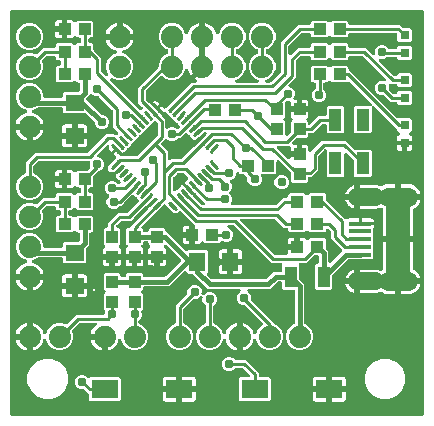
<source format=gtl>
G04 EAGLE Gerber RS-274X export*
G75*
%MOMM*%
%FSLAX34Y34*%
%LPD*%
%INTop Copper*%
%IPPOS*%
%AMOC8*
5,1,8,0,0,1.08239X$1,22.5*%
G01*
%ADD10R,1.000000X1.100000*%
%ADD11R,1.400000X1.600000*%
%ADD12R,1.100000X1.000000*%
%ADD13R,0.800000X0.800000*%
%ADD14C,0.254000*%
%ADD15C,0.255000*%
%ADD16R,1.100000X1.900000*%
%ADD17R,1.000000X1.800000*%
%ADD18R,1.850000X0.400000*%
%ADD19C,1.650000*%
%ADD20C,1.500000*%
%ADD21R,2.000000X6.000000*%
%ADD22R,1.600000X1.400000*%
%ADD23C,1.879600*%
%ADD24R,2.300000X1.600000*%
%ADD25C,0.787400*%
%ADD26C,0.406400*%

G36*
X351654Y2810D02*
X351654Y2810D01*
X351773Y2817D01*
X351811Y2830D01*
X351852Y2835D01*
X351962Y2878D01*
X352075Y2915D01*
X352110Y2937D01*
X352147Y2952D01*
X352243Y3021D01*
X352344Y3085D01*
X352372Y3115D01*
X352405Y3138D01*
X352481Y3230D01*
X352562Y3317D01*
X352582Y3352D01*
X352607Y3383D01*
X352658Y3491D01*
X352716Y3595D01*
X352726Y3635D01*
X352743Y3671D01*
X352765Y3788D01*
X352795Y3903D01*
X352799Y3963D01*
X352803Y3983D01*
X352801Y4004D01*
X352805Y4064D01*
X352805Y345186D01*
X352790Y345304D01*
X352783Y345423D01*
X352770Y345461D01*
X352765Y345502D01*
X352722Y345612D01*
X352685Y345725D01*
X352663Y345760D01*
X352648Y345797D01*
X352579Y345893D01*
X352515Y345994D01*
X352485Y346022D01*
X352462Y346055D01*
X352370Y346131D01*
X352283Y346212D01*
X352248Y346232D01*
X352217Y346257D01*
X352109Y346308D01*
X352005Y346366D01*
X351965Y346376D01*
X351929Y346393D01*
X351812Y346415D01*
X351697Y346445D01*
X351637Y346449D01*
X351617Y346453D01*
X351596Y346451D01*
X351536Y346455D01*
X4064Y346455D01*
X3946Y346440D01*
X3827Y346433D01*
X3789Y346420D01*
X3748Y346415D01*
X3638Y346372D01*
X3525Y346335D01*
X3490Y346313D01*
X3453Y346298D01*
X3357Y346229D01*
X3256Y346165D01*
X3228Y346135D01*
X3195Y346112D01*
X3119Y346020D01*
X3038Y345933D01*
X3018Y345898D01*
X2993Y345867D01*
X2942Y345759D01*
X2884Y345655D01*
X2874Y345615D01*
X2857Y345579D01*
X2835Y345462D01*
X2805Y345347D01*
X2801Y345287D01*
X2797Y345267D01*
X2799Y345246D01*
X2795Y345186D01*
X2795Y4064D01*
X2810Y3946D01*
X2817Y3827D01*
X2830Y3789D01*
X2835Y3748D01*
X2878Y3638D01*
X2915Y3525D01*
X2937Y3490D01*
X2952Y3453D01*
X3021Y3357D01*
X3085Y3256D01*
X3115Y3228D01*
X3138Y3195D01*
X3230Y3119D01*
X3317Y3038D01*
X3352Y3018D01*
X3383Y2993D01*
X3491Y2942D01*
X3595Y2884D01*
X3635Y2874D01*
X3671Y2857D01*
X3788Y2835D01*
X3903Y2805D01*
X3963Y2801D01*
X3983Y2797D01*
X4004Y2799D01*
X4064Y2795D01*
X351536Y2795D01*
X351654Y2810D01*
G37*
%LPC*%
G36*
X199389Y68580D02*
X199389Y68580D01*
X199374Y68698D01*
X199367Y68817D01*
X199354Y68855D01*
X199349Y68895D01*
X199306Y69006D01*
X199269Y69119D01*
X199247Y69153D01*
X199232Y69191D01*
X199162Y69287D01*
X199099Y69388D01*
X199069Y69416D01*
X199045Y69448D01*
X198954Y69524D01*
X198867Y69606D01*
X198832Y69625D01*
X198801Y69651D01*
X198693Y69702D01*
X198589Y69759D01*
X198549Y69770D01*
X198513Y69787D01*
X198396Y69809D01*
X198281Y69839D01*
X198220Y69843D01*
X198200Y69847D01*
X198180Y69845D01*
X198120Y69849D01*
X195580Y69849D01*
X195462Y69834D01*
X195343Y69827D01*
X195305Y69814D01*
X195264Y69809D01*
X195154Y69765D01*
X195041Y69729D01*
X195006Y69707D01*
X194969Y69692D01*
X194873Y69622D01*
X194772Y69559D01*
X194744Y69529D01*
X194711Y69505D01*
X194636Y69414D01*
X194554Y69327D01*
X194534Y69292D01*
X194509Y69260D01*
X194458Y69153D01*
X194400Y69048D01*
X194390Y69009D01*
X194373Y68973D01*
X194351Y68856D01*
X194321Y68741D01*
X194317Y68680D01*
X194313Y68660D01*
X194315Y68640D01*
X194311Y68580D01*
X194311Y58165D01*
X194054Y58205D01*
X192267Y58786D01*
X190593Y59639D01*
X189072Y60744D01*
X187744Y62072D01*
X186639Y63593D01*
X185786Y65267D01*
X185196Y67084D01*
X185171Y67170D01*
X185140Y67296D01*
X185126Y67323D01*
X185118Y67352D01*
X185052Y67463D01*
X184992Y67577D01*
X184971Y67600D01*
X184956Y67626D01*
X184865Y67717D01*
X184778Y67813D01*
X184753Y67829D01*
X184731Y67850D01*
X184620Y67916D01*
X184512Y67987D01*
X184483Y67997D01*
X184458Y68013D01*
X184334Y68049D01*
X184211Y68091D01*
X184181Y68093D01*
X184152Y68101D01*
X184023Y68106D01*
X183894Y68116D01*
X183864Y68111D01*
X183834Y68112D01*
X183708Y68084D01*
X183581Y68061D01*
X183553Y68049D01*
X183524Y68043D01*
X183409Y67984D01*
X183291Y67931D01*
X183267Y67912D01*
X183240Y67898D01*
X183144Y67813D01*
X183042Y67732D01*
X183024Y67708D01*
X183002Y67688D01*
X182929Y67582D01*
X182851Y67478D01*
X182832Y67440D01*
X182823Y67426D01*
X182815Y67405D01*
X182780Y67334D01*
X181141Y63375D01*
X177925Y60159D01*
X173724Y58419D01*
X169176Y58419D01*
X164975Y60159D01*
X161759Y63375D01*
X160019Y67576D01*
X160019Y72124D01*
X161759Y76325D01*
X164975Y79541D01*
X167364Y80530D01*
X167389Y80545D01*
X167417Y80554D01*
X167527Y80623D01*
X167640Y80687D01*
X167661Y80708D01*
X167686Y80724D01*
X167775Y80818D01*
X167868Y80909D01*
X167884Y80934D01*
X167904Y80955D01*
X167967Y81069D01*
X168035Y81180D01*
X168043Y81208D01*
X168058Y81234D01*
X168090Y81360D01*
X168128Y81484D01*
X168130Y81513D01*
X168137Y81542D01*
X168147Y81703D01*
X168147Y95935D01*
X168135Y96033D01*
X168132Y96132D01*
X168115Y96190D01*
X168107Y96250D01*
X168071Y96342D01*
X168043Y96437D01*
X168013Y96489D01*
X167990Y96546D01*
X167932Y96626D01*
X167882Y96711D01*
X167816Y96787D01*
X167804Y96803D01*
X167794Y96811D01*
X167776Y96832D01*
X166389Y98218D01*
X165480Y100413D01*
X165480Y102790D01*
X165497Y102850D01*
X165524Y102914D01*
X165538Y103002D01*
X165562Y103089D01*
X165563Y103159D01*
X165574Y103228D01*
X165566Y103317D01*
X165567Y103407D01*
X165551Y103475D01*
X165544Y103544D01*
X165514Y103629D01*
X165493Y103716D01*
X165460Y103778D01*
X165437Y103844D01*
X165386Y103918D01*
X165344Y103997D01*
X165297Y104049D01*
X165258Y104107D01*
X165191Y104166D01*
X165130Y104233D01*
X165072Y104271D01*
X165020Y104317D01*
X164940Y104358D01*
X164865Y104408D01*
X164799Y104430D01*
X164736Y104462D01*
X164649Y104482D01*
X164564Y104511D01*
X164494Y104516D01*
X164426Y104532D01*
X164337Y104529D01*
X164247Y104536D01*
X164178Y104524D01*
X164108Y104522D01*
X164022Y104497D01*
X163934Y104482D01*
X163870Y104453D01*
X163803Y104434D01*
X163725Y104388D01*
X163644Y104351D01*
X163589Y104307D01*
X163529Y104272D01*
X163408Y104166D01*
X162132Y102889D01*
X159937Y101980D01*
X157977Y101980D01*
X157879Y101968D01*
X157780Y101965D01*
X157721Y101948D01*
X157661Y101940D01*
X157569Y101904D01*
X157474Y101876D01*
X157422Y101846D01*
X157366Y101823D01*
X157286Y101765D01*
X157200Y101715D01*
X157125Y101649D01*
X157108Y101637D01*
X157100Y101627D01*
X157079Y101609D01*
X149724Y94254D01*
X149664Y94175D01*
X149596Y94103D01*
X149567Y94050D01*
X149530Y94002D01*
X149490Y93911D01*
X149442Y93825D01*
X149427Y93766D01*
X149403Y93711D01*
X149388Y93613D01*
X149363Y93517D01*
X149357Y93417D01*
X149353Y93396D01*
X149355Y93384D01*
X149353Y93356D01*
X149353Y81703D01*
X149356Y81673D01*
X149354Y81644D01*
X149376Y81515D01*
X149393Y81387D01*
X149403Y81360D01*
X149408Y81331D01*
X149462Y81212D01*
X149510Y81091D01*
X149527Y81067D01*
X149539Y81041D01*
X149620Y80939D01*
X149696Y80834D01*
X149719Y80815D01*
X149738Y80792D01*
X149841Y80714D01*
X149941Y80631D01*
X149968Y80619D01*
X149992Y80601D01*
X150136Y80530D01*
X152525Y79541D01*
X155741Y76325D01*
X157481Y72124D01*
X157481Y67576D01*
X155741Y63375D01*
X152525Y60159D01*
X148324Y58419D01*
X143776Y58419D01*
X139575Y60159D01*
X136359Y63375D01*
X134619Y67576D01*
X134619Y72124D01*
X136359Y76325D01*
X139575Y79541D01*
X141964Y80530D01*
X141989Y80545D01*
X142017Y80554D01*
X142127Y80623D01*
X142240Y80687D01*
X142261Y80708D01*
X142286Y80724D01*
X142375Y80818D01*
X142468Y80909D01*
X142484Y80934D01*
X142504Y80955D01*
X142567Y81069D01*
X142635Y81180D01*
X142643Y81208D01*
X142658Y81234D01*
X142690Y81360D01*
X142728Y81484D01*
X142730Y81513D01*
X142737Y81542D01*
X142747Y81703D01*
X142747Y96618D01*
X152409Y106279D01*
X152469Y106358D01*
X152537Y106430D01*
X152566Y106483D01*
X152603Y106531D01*
X152643Y106622D01*
X152691Y106708D01*
X152706Y106767D01*
X152730Y106822D01*
X152745Y106920D01*
X152770Y107016D01*
X152776Y107116D01*
X152780Y107137D01*
X152778Y107149D01*
X152780Y107177D01*
X152780Y109137D01*
X153689Y111332D01*
X155368Y113011D01*
X157563Y113920D01*
X159937Y113920D01*
X162132Y113011D01*
X163811Y111332D01*
X164720Y109137D01*
X164720Y106760D01*
X164703Y106700D01*
X164676Y106636D01*
X164662Y106548D01*
X164638Y106461D01*
X164637Y106391D01*
X164626Y106322D01*
X164634Y106233D01*
X164633Y106143D01*
X164649Y106075D01*
X164656Y106006D01*
X164686Y105921D01*
X164707Y105834D01*
X164740Y105772D01*
X164763Y105706D01*
X164814Y105632D01*
X164856Y105553D01*
X164903Y105501D01*
X164942Y105443D01*
X165009Y105384D01*
X165070Y105317D01*
X165128Y105279D01*
X165180Y105233D01*
X165260Y105192D01*
X165335Y105142D01*
X165401Y105120D01*
X165464Y105088D01*
X165551Y105068D01*
X165636Y105039D01*
X165706Y105034D01*
X165774Y105018D01*
X165863Y105021D01*
X165953Y105014D01*
X166022Y105026D01*
X166092Y105028D01*
X166178Y105053D01*
X166266Y105068D01*
X166330Y105097D01*
X166397Y105116D01*
X166475Y105162D01*
X166556Y105199D01*
X166611Y105243D01*
X166671Y105278D01*
X166792Y105384D01*
X168068Y106661D01*
X170263Y107570D01*
X172637Y107570D01*
X174832Y106661D01*
X176511Y104982D01*
X177420Y102787D01*
X177420Y100413D01*
X176511Y98218D01*
X175124Y96832D01*
X175064Y96754D01*
X174996Y96682D01*
X174967Y96629D01*
X174930Y96581D01*
X174890Y96490D01*
X174842Y96403D01*
X174827Y96345D01*
X174803Y96289D01*
X174788Y96191D01*
X174763Y96095D01*
X174757Y95995D01*
X174753Y95975D01*
X174755Y95963D01*
X174753Y95935D01*
X174753Y81703D01*
X174756Y81673D01*
X174754Y81644D01*
X174776Y81515D01*
X174793Y81387D01*
X174803Y81360D01*
X174808Y81331D01*
X174862Y81212D01*
X174910Y81091D01*
X174927Y81067D01*
X174939Y81041D01*
X175020Y80939D01*
X175096Y80834D01*
X175119Y80815D01*
X175138Y80792D01*
X175241Y80714D01*
X175341Y80631D01*
X175368Y80619D01*
X175392Y80601D01*
X175536Y80530D01*
X177925Y79541D01*
X181141Y76325D01*
X182780Y72366D01*
X182844Y72254D01*
X182903Y72139D01*
X182923Y72116D01*
X182938Y72090D01*
X183028Y71997D01*
X183113Y71900D01*
X183138Y71883D01*
X183159Y71862D01*
X183270Y71794D01*
X183376Y71721D01*
X183405Y71711D01*
X183430Y71695D01*
X183554Y71657D01*
X183675Y71614D01*
X183705Y71611D01*
X183734Y71602D01*
X183863Y71596D01*
X183992Y71583D01*
X184022Y71588D01*
X184052Y71587D01*
X184178Y71613D01*
X184306Y71633D01*
X184334Y71645D01*
X184363Y71651D01*
X184480Y71708D01*
X184598Y71759D01*
X184622Y71777D01*
X184649Y71791D01*
X184747Y71875D01*
X184850Y71954D01*
X184868Y71977D01*
X184891Y71997D01*
X184965Y72103D01*
X185045Y72205D01*
X185057Y72232D01*
X185074Y72257D01*
X185120Y72378D01*
X185171Y72497D01*
X185181Y72538D01*
X185187Y72554D01*
X185189Y72576D01*
X185204Y72641D01*
X185786Y74433D01*
X186639Y76107D01*
X187744Y77628D01*
X189072Y78956D01*
X190593Y80061D01*
X192267Y80914D01*
X194054Y81495D01*
X194311Y81535D01*
X194311Y71120D01*
X194326Y71002D01*
X194333Y70883D01*
X194346Y70845D01*
X194351Y70805D01*
X194394Y70694D01*
X194431Y70581D01*
X194453Y70547D01*
X194468Y70509D01*
X194538Y70413D01*
X194601Y70312D01*
X194631Y70284D01*
X194654Y70252D01*
X194746Y70176D01*
X194833Y70094D01*
X194868Y70075D01*
X194899Y70049D01*
X195007Y69998D01*
X195111Y69941D01*
X195151Y69930D01*
X195187Y69913D01*
X195304Y69891D01*
X195419Y69861D01*
X195480Y69857D01*
X195500Y69853D01*
X195520Y69855D01*
X195580Y69851D01*
X198120Y69851D01*
X198238Y69866D01*
X198357Y69873D01*
X198395Y69886D01*
X198435Y69891D01*
X198546Y69935D01*
X198659Y69971D01*
X198694Y69993D01*
X198731Y70008D01*
X198827Y70078D01*
X198928Y70141D01*
X198956Y70171D01*
X198989Y70195D01*
X199064Y70286D01*
X199146Y70373D01*
X199166Y70408D01*
X199191Y70440D01*
X199242Y70547D01*
X199300Y70652D01*
X199310Y70691D01*
X199327Y70727D01*
X199349Y70844D01*
X199379Y70959D01*
X199383Y71020D01*
X199387Y71040D01*
X199385Y71060D01*
X199389Y71120D01*
X199389Y81535D01*
X199646Y81495D01*
X201433Y80914D01*
X203107Y80061D01*
X204628Y78956D01*
X205956Y77628D01*
X207061Y76107D01*
X207914Y74433D01*
X208504Y72616D01*
X208529Y72530D01*
X208560Y72404D01*
X208574Y72377D01*
X208582Y72348D01*
X208648Y72237D01*
X208708Y72123D01*
X208729Y72100D01*
X208744Y72074D01*
X208835Y71983D01*
X208922Y71887D01*
X208947Y71871D01*
X208969Y71850D01*
X209080Y71784D01*
X209188Y71713D01*
X209217Y71703D01*
X209242Y71687D01*
X209366Y71651D01*
X209489Y71609D01*
X209519Y71607D01*
X209548Y71599D01*
X209677Y71594D01*
X209806Y71584D01*
X209836Y71589D01*
X209866Y71588D01*
X209992Y71616D01*
X210119Y71639D01*
X210147Y71651D01*
X210176Y71657D01*
X210291Y71716D01*
X210409Y71769D01*
X210433Y71788D01*
X210460Y71802D01*
X210556Y71887D01*
X210658Y71968D01*
X210676Y71992D01*
X210698Y72012D01*
X210771Y72118D01*
X210849Y72222D01*
X210868Y72260D01*
X210877Y72274D01*
X210885Y72295D01*
X210920Y72366D01*
X212559Y76325D01*
X215828Y79594D01*
X215904Y79637D01*
X215940Y79671D01*
X215981Y79700D01*
X216054Y79782D01*
X216132Y79858D01*
X216158Y79900D01*
X216191Y79938D01*
X216241Y80036D01*
X216299Y80129D01*
X216313Y80177D01*
X216336Y80221D01*
X216360Y80328D01*
X216392Y80433D01*
X216395Y80483D01*
X216406Y80531D01*
X216402Y80641D01*
X216408Y80751D01*
X216397Y80799D01*
X216396Y80849D01*
X216365Y80955D01*
X216343Y81062D01*
X216321Y81107D01*
X216308Y81155D01*
X216252Y81249D01*
X216204Y81348D01*
X216171Y81386D01*
X216146Y81429D01*
X216040Y81550D01*
X201061Y96529D01*
X200982Y96589D01*
X200910Y96657D01*
X200857Y96686D01*
X200809Y96723D01*
X200718Y96763D01*
X200632Y96811D01*
X200573Y96826D01*
X200518Y96850D01*
X200420Y96865D01*
X200324Y96890D01*
X200224Y96896D01*
X200203Y96900D01*
X200191Y96898D01*
X200163Y96900D01*
X199473Y96900D01*
X197278Y97809D01*
X195599Y99488D01*
X194690Y101683D01*
X194690Y104057D01*
X195599Y106252D01*
X197416Y108069D01*
X197501Y108178D01*
X197590Y108285D01*
X197599Y108304D01*
X197611Y108320D01*
X197666Y108448D01*
X197725Y108573D01*
X197729Y108593D01*
X197737Y108612D01*
X197759Y108750D01*
X197785Y108886D01*
X197784Y108906D01*
X197787Y108926D01*
X197774Y109065D01*
X197766Y109203D01*
X197759Y109222D01*
X197757Y109242D01*
X197710Y109374D01*
X197667Y109505D01*
X197657Y109523D01*
X197650Y109542D01*
X197572Y109657D01*
X197497Y109774D01*
X197483Y109788D01*
X197471Y109805D01*
X197367Y109897D01*
X197266Y109992D01*
X197248Y110002D01*
X197233Y110015D01*
X197109Y110079D01*
X196987Y110146D01*
X196968Y110151D01*
X196950Y110160D01*
X196814Y110190D01*
X196679Y110225D01*
X196651Y110227D01*
X196639Y110230D01*
X196619Y110229D01*
X196519Y110235D01*
X169766Y110235D01*
X157183Y122819D01*
X157105Y122879D01*
X157033Y122947D01*
X156980Y122976D01*
X156932Y123013D01*
X156841Y123053D01*
X156754Y123101D01*
X156696Y123116D01*
X156640Y123140D01*
X156542Y123155D01*
X156446Y123180D01*
X156346Y123186D01*
X156326Y123190D01*
X156314Y123188D01*
X156286Y123190D01*
X153342Y123190D01*
X152138Y124394D01*
X152134Y124426D01*
X152121Y124565D01*
X152114Y124584D01*
X152111Y124604D01*
X152060Y124733D01*
X152013Y124864D01*
X152002Y124881D01*
X151994Y124900D01*
X151913Y125012D01*
X151834Y125127D01*
X151819Y125141D01*
X151807Y125157D01*
X151700Y125246D01*
X151596Y125338D01*
X151578Y125347D01*
X151562Y125360D01*
X151437Y125419D01*
X151313Y125482D01*
X151293Y125487D01*
X151275Y125495D01*
X151138Y125521D01*
X151002Y125552D01*
X150982Y125551D01*
X150962Y125555D01*
X150824Y125546D01*
X150685Y125542D01*
X150665Y125537D01*
X150645Y125535D01*
X150513Y125493D01*
X150379Y125454D01*
X150362Y125444D01*
X150342Y125437D01*
X150225Y125363D01*
X150105Y125292D01*
X150084Y125274D01*
X150074Y125267D01*
X150060Y125252D01*
X149984Y125186D01*
X137184Y112385D01*
X116252Y112385D01*
X116134Y112370D01*
X116015Y112363D01*
X115977Y112350D01*
X115936Y112345D01*
X115826Y112302D01*
X115713Y112265D01*
X115678Y112243D01*
X115641Y112228D01*
X115545Y112159D01*
X115444Y112095D01*
X115416Y112065D01*
X115383Y112042D01*
X115307Y111950D01*
X115226Y111863D01*
X115206Y111828D01*
X115181Y111797D01*
X115130Y111689D01*
X115072Y111585D01*
X115062Y111545D01*
X115045Y111509D01*
X115023Y111392D01*
X114993Y111277D01*
X114989Y111217D01*
X114985Y111197D01*
X114987Y111176D01*
X114983Y111116D01*
X114983Y110108D01*
X113722Y108848D01*
X113649Y108753D01*
X113570Y108664D01*
X113552Y108628D01*
X113527Y108596D01*
X113480Y108487D01*
X113426Y108381D01*
X113417Y108342D01*
X113401Y108304D01*
X113382Y108187D01*
X113356Y108071D01*
X113357Y108030D01*
X113351Y107990D01*
X113362Y107872D01*
X113366Y107753D01*
X113377Y107714D01*
X113381Y107674D01*
X113421Y107561D01*
X113454Y107447D01*
X113475Y107413D01*
X113488Y107374D01*
X113555Y107276D01*
X113616Y107173D01*
X113656Y107128D01*
X113667Y107111D01*
X113682Y107098D01*
X113722Y107053D01*
X114983Y105792D01*
X114983Y93108D01*
X113946Y92071D01*
X113928Y92048D01*
X113905Y92029D01*
X113831Y91923D01*
X113751Y91820D01*
X113739Y91793D01*
X113722Y91769D01*
X113676Y91647D01*
X113625Y91528D01*
X113620Y91499D01*
X113610Y91471D01*
X113595Y91342D01*
X113575Y91214D01*
X113578Y91185D01*
X113574Y91155D01*
X113593Y91027D01*
X113605Y90898D01*
X113615Y90870D01*
X113619Y90840D01*
X113671Y90688D01*
X113920Y90087D01*
X113920Y87713D01*
X113011Y85518D01*
X111624Y84132D01*
X111564Y84054D01*
X111496Y83982D01*
X111467Y83929D01*
X111430Y83881D01*
X111390Y83790D01*
X111342Y83703D01*
X111327Y83645D01*
X111303Y83589D01*
X111288Y83491D01*
X111263Y83395D01*
X111257Y83295D01*
X111253Y83275D01*
X111255Y83263D01*
X111253Y83235D01*
X111253Y81703D01*
X111256Y81673D01*
X111254Y81644D01*
X111276Y81515D01*
X111293Y81387D01*
X111303Y81360D01*
X111308Y81331D01*
X111362Y81212D01*
X111410Y81091D01*
X111427Y81067D01*
X111439Y81041D01*
X111520Y80939D01*
X111596Y80834D01*
X111619Y80815D01*
X111638Y80792D01*
X111741Y80714D01*
X111841Y80631D01*
X111868Y80619D01*
X111892Y80601D01*
X112036Y80530D01*
X114425Y79541D01*
X117641Y76325D01*
X119381Y72124D01*
X119381Y67576D01*
X117641Y63375D01*
X114425Y60159D01*
X110224Y58419D01*
X105676Y58419D01*
X101475Y60159D01*
X98259Y63375D01*
X96620Y67334D01*
X96556Y67446D01*
X96497Y67561D01*
X96477Y67584D01*
X96462Y67610D01*
X96372Y67703D01*
X96287Y67800D01*
X96262Y67817D01*
X96241Y67838D01*
X96130Y67906D01*
X96024Y67979D01*
X95995Y67989D01*
X95970Y68005D01*
X95846Y68043D01*
X95725Y68086D01*
X95695Y68089D01*
X95666Y68098D01*
X95537Y68104D01*
X95408Y68117D01*
X95378Y68112D01*
X95348Y68113D01*
X95222Y68087D01*
X95094Y68067D01*
X95066Y68055D01*
X95037Y68049D01*
X94920Y67992D01*
X94802Y67941D01*
X94778Y67923D01*
X94751Y67909D01*
X94653Y67825D01*
X94550Y67746D01*
X94532Y67723D01*
X94509Y67703D01*
X94435Y67597D01*
X94355Y67495D01*
X94343Y67468D01*
X94326Y67443D01*
X94280Y67322D01*
X94229Y67203D01*
X94219Y67162D01*
X94213Y67146D01*
X94211Y67124D01*
X94196Y67059D01*
X93614Y65267D01*
X92761Y63593D01*
X91656Y62072D01*
X90328Y60744D01*
X88807Y59639D01*
X87133Y58786D01*
X85346Y58205D01*
X85089Y58165D01*
X85089Y68580D01*
X85074Y68698D01*
X85067Y68817D01*
X85054Y68855D01*
X85049Y68895D01*
X85006Y69006D01*
X84969Y69119D01*
X84947Y69153D01*
X84932Y69191D01*
X84862Y69287D01*
X84799Y69388D01*
X84769Y69416D01*
X84745Y69448D01*
X84654Y69524D01*
X84567Y69606D01*
X84532Y69625D01*
X84501Y69651D01*
X84393Y69702D01*
X84289Y69759D01*
X84249Y69770D01*
X84213Y69787D01*
X84096Y69809D01*
X83981Y69839D01*
X83920Y69843D01*
X83900Y69847D01*
X83880Y69845D01*
X83820Y69849D01*
X82549Y69849D01*
X82549Y71120D01*
X82534Y71238D01*
X82527Y71357D01*
X82514Y71395D01*
X82509Y71435D01*
X82465Y71546D01*
X82429Y71659D01*
X82407Y71694D01*
X82392Y71731D01*
X82322Y71827D01*
X82259Y71928D01*
X82229Y71956D01*
X82205Y71989D01*
X82114Y72064D01*
X82027Y72146D01*
X81992Y72166D01*
X81960Y72191D01*
X81853Y72242D01*
X81748Y72300D01*
X81709Y72310D01*
X81673Y72327D01*
X81556Y72349D01*
X81441Y72379D01*
X81380Y72383D01*
X81360Y72387D01*
X81340Y72385D01*
X81280Y72389D01*
X70865Y72389D01*
X70905Y72646D01*
X71486Y74433D01*
X72339Y76107D01*
X73444Y77628D01*
X74773Y78956D01*
X75509Y79491D01*
X75567Y79546D01*
X75631Y79592D01*
X75682Y79654D01*
X75740Y79709D01*
X75783Y79776D01*
X75834Y79837D01*
X75868Y79910D01*
X75911Y79977D01*
X75936Y80053D01*
X75969Y80125D01*
X75984Y80204D01*
X76009Y80280D01*
X76014Y80359D01*
X76029Y80438D01*
X76024Y80517D01*
X76029Y80597D01*
X76014Y80675D01*
X76009Y80755D01*
X75985Y80831D01*
X75970Y80910D01*
X75936Y80982D01*
X75911Y81057D01*
X75869Y81125D01*
X75835Y81197D01*
X75784Y81259D01*
X75741Y81326D01*
X75683Y81381D01*
X75632Y81443D01*
X75568Y81489D01*
X75510Y81544D01*
X75440Y81583D01*
X75375Y81630D01*
X75301Y81659D01*
X75231Y81698D01*
X75154Y81718D01*
X75079Y81747D01*
X75000Y81757D01*
X74923Y81777D01*
X74765Y81787D01*
X74764Y81787D01*
X74763Y81787D01*
X61584Y81787D01*
X61486Y81775D01*
X61387Y81772D01*
X61328Y81755D01*
X61268Y81747D01*
X61176Y81711D01*
X61081Y81683D01*
X61029Y81653D01*
X60973Y81630D01*
X60893Y81572D01*
X60807Y81522D01*
X60732Y81456D01*
X60715Y81444D01*
X60707Y81434D01*
X60686Y81416D01*
X55166Y75896D01*
X55148Y75872D01*
X55126Y75853D01*
X55051Y75747D01*
X54971Y75644D01*
X54960Y75617D01*
X54943Y75593D01*
X54897Y75472D01*
X54845Y75353D01*
X54841Y75323D01*
X54830Y75296D01*
X54816Y75167D01*
X54795Y75038D01*
X54798Y75009D01*
X54795Y74980D01*
X54813Y74851D01*
X54825Y74722D01*
X54835Y74694D01*
X54839Y74665D01*
X54891Y74512D01*
X55881Y72124D01*
X55881Y67576D01*
X54141Y63375D01*
X50925Y60159D01*
X46724Y58419D01*
X42176Y58419D01*
X37975Y60159D01*
X34759Y63375D01*
X33120Y67334D01*
X33056Y67446D01*
X32997Y67561D01*
X32977Y67584D01*
X32962Y67610D01*
X32872Y67703D01*
X32787Y67800D01*
X32762Y67817D01*
X32741Y67838D01*
X32630Y67906D01*
X32524Y67979D01*
X32495Y67989D01*
X32470Y68005D01*
X32346Y68043D01*
X32225Y68086D01*
X32195Y68089D01*
X32166Y68098D01*
X32037Y68104D01*
X31908Y68117D01*
X31878Y68112D01*
X31848Y68113D01*
X31722Y68087D01*
X31594Y68067D01*
X31566Y68055D01*
X31537Y68049D01*
X31420Y67992D01*
X31302Y67941D01*
X31278Y67923D01*
X31251Y67909D01*
X31153Y67825D01*
X31050Y67746D01*
X31032Y67723D01*
X31009Y67703D01*
X30935Y67597D01*
X30855Y67495D01*
X30843Y67468D01*
X30826Y67443D01*
X30780Y67322D01*
X30729Y67203D01*
X30719Y67162D01*
X30713Y67146D01*
X30711Y67124D01*
X30696Y67059D01*
X30114Y65267D01*
X29261Y63593D01*
X28156Y62072D01*
X26828Y60744D01*
X25307Y59639D01*
X23633Y58786D01*
X21846Y58205D01*
X21589Y58165D01*
X21589Y68580D01*
X21574Y68698D01*
X21567Y68817D01*
X21554Y68855D01*
X21549Y68895D01*
X21506Y69006D01*
X21469Y69119D01*
X21447Y69153D01*
X21432Y69191D01*
X21362Y69287D01*
X21299Y69388D01*
X21269Y69416D01*
X21245Y69448D01*
X21154Y69524D01*
X21067Y69606D01*
X21032Y69625D01*
X21001Y69651D01*
X20893Y69702D01*
X20789Y69759D01*
X20749Y69770D01*
X20713Y69787D01*
X20596Y69809D01*
X20481Y69839D01*
X20420Y69843D01*
X20400Y69847D01*
X20380Y69845D01*
X20320Y69849D01*
X19049Y69849D01*
X19049Y69851D01*
X20320Y69851D01*
X20438Y69866D01*
X20557Y69873D01*
X20595Y69886D01*
X20635Y69891D01*
X20746Y69935D01*
X20859Y69971D01*
X20894Y69993D01*
X20931Y70008D01*
X21027Y70078D01*
X21128Y70141D01*
X21156Y70171D01*
X21189Y70195D01*
X21264Y70286D01*
X21346Y70373D01*
X21366Y70408D01*
X21391Y70440D01*
X21442Y70547D01*
X21500Y70652D01*
X21510Y70691D01*
X21527Y70727D01*
X21549Y70844D01*
X21579Y70959D01*
X21583Y71020D01*
X21587Y71040D01*
X21585Y71060D01*
X21589Y71120D01*
X21589Y81535D01*
X21846Y81495D01*
X23633Y80914D01*
X25307Y80061D01*
X26828Y78956D01*
X28156Y77628D01*
X29261Y76107D01*
X30114Y74433D01*
X30704Y72616D01*
X30729Y72530D01*
X30760Y72404D01*
X30774Y72377D01*
X30782Y72348D01*
X30848Y72237D01*
X30908Y72123D01*
X30929Y72100D01*
X30944Y72074D01*
X31035Y71983D01*
X31122Y71887D01*
X31147Y71871D01*
X31169Y71850D01*
X31280Y71784D01*
X31388Y71713D01*
X31417Y71703D01*
X31442Y71687D01*
X31566Y71651D01*
X31689Y71609D01*
X31719Y71607D01*
X31748Y71599D01*
X31877Y71594D01*
X32006Y71584D01*
X32036Y71589D01*
X32066Y71588D01*
X32192Y71616D01*
X32319Y71639D01*
X32347Y71651D01*
X32376Y71657D01*
X32491Y71716D01*
X32609Y71769D01*
X32633Y71788D01*
X32660Y71802D01*
X32756Y71887D01*
X32858Y71968D01*
X32876Y71992D01*
X32898Y72012D01*
X32971Y72118D01*
X33049Y72222D01*
X33068Y72260D01*
X33077Y72274D01*
X33085Y72295D01*
X33120Y72366D01*
X34759Y76325D01*
X37975Y79541D01*
X42176Y81281D01*
X46724Y81281D01*
X49112Y80291D01*
X49141Y80284D01*
X49167Y80270D01*
X49294Y80242D01*
X49419Y80207D01*
X49449Y80207D01*
X49477Y80200D01*
X49607Y80204D01*
X49737Y80202D01*
X49766Y80209D01*
X49795Y80210D01*
X49920Y80246D01*
X50046Y80276D01*
X50073Y80290D01*
X50101Y80298D01*
X50213Y80364D01*
X50328Y80425D01*
X50349Y80445D01*
X50375Y80460D01*
X50496Y80566D01*
X58322Y88393D01*
X81661Y88393D01*
X81779Y88408D01*
X81898Y88415D01*
X81936Y88428D01*
X81977Y88433D01*
X82087Y88476D01*
X82200Y88513D01*
X82235Y88535D01*
X82272Y88550D01*
X82368Y88619D01*
X82469Y88683D01*
X82497Y88713D01*
X82530Y88736D01*
X82606Y88828D01*
X82687Y88915D01*
X82707Y88950D01*
X82732Y88981D01*
X82783Y89089D01*
X82841Y89193D01*
X82851Y89233D01*
X82868Y89269D01*
X82890Y89386D01*
X82920Y89501D01*
X82924Y89561D01*
X82928Y89581D01*
X82926Y89602D01*
X82930Y89662D01*
X82930Y90087D01*
X83179Y90688D01*
X83187Y90717D01*
X83200Y90743D01*
X83229Y90870D01*
X83263Y90995D01*
X83263Y91024D01*
X83270Y91053D01*
X83266Y91183D01*
X83268Y91313D01*
X83261Y91342D01*
X83260Y91371D01*
X83224Y91496D01*
X83194Y91622D01*
X83180Y91648D01*
X83172Y91677D01*
X83106Y91788D01*
X83045Y91903D01*
X83025Y91925D01*
X83010Y91951D01*
X82904Y92071D01*
X81867Y93108D01*
X81867Y105792D01*
X83128Y107053D01*
X83201Y107147D01*
X83280Y107236D01*
X83298Y107272D01*
X83323Y107304D01*
X83370Y107413D01*
X83424Y107519D01*
X83433Y107558D01*
X83449Y107596D01*
X83468Y107713D01*
X83494Y107829D01*
X83493Y107870D01*
X83499Y107910D01*
X83488Y108028D01*
X83484Y108147D01*
X83473Y108186D01*
X83469Y108226D01*
X83429Y108338D01*
X83396Y108453D01*
X83375Y108488D01*
X83362Y108526D01*
X83295Y108624D01*
X83234Y108727D01*
X83194Y108772D01*
X83183Y108789D01*
X83168Y108802D01*
X83128Y108848D01*
X81867Y110108D01*
X81867Y122792D01*
X83058Y123983D01*
X94742Y123983D01*
X95933Y122792D01*
X95933Y121784D01*
X95948Y121666D01*
X95955Y121547D01*
X95968Y121509D01*
X95973Y121468D01*
X96016Y121358D01*
X96053Y121245D01*
X96075Y121210D01*
X96090Y121173D01*
X96159Y121077D01*
X96223Y120976D01*
X96253Y120948D01*
X96276Y120915D01*
X96368Y120839D01*
X96455Y120758D01*
X96490Y120738D01*
X96521Y120713D01*
X96629Y120662D01*
X96733Y120604D01*
X96773Y120594D01*
X96809Y120577D01*
X96926Y120555D01*
X97041Y120525D01*
X97101Y120521D01*
X97121Y120517D01*
X97142Y120519D01*
X97202Y120515D01*
X99648Y120515D01*
X99766Y120530D01*
X99885Y120537D01*
X99923Y120550D01*
X99964Y120555D01*
X100074Y120598D01*
X100187Y120635D01*
X100222Y120657D01*
X100259Y120672D01*
X100355Y120741D01*
X100456Y120805D01*
X100484Y120835D01*
X100517Y120858D01*
X100593Y120950D01*
X100674Y121037D01*
X100694Y121072D01*
X100719Y121103D01*
X100770Y121211D01*
X100828Y121315D01*
X100838Y121355D01*
X100855Y121391D01*
X100877Y121508D01*
X100907Y121623D01*
X100911Y121683D01*
X100915Y121703D01*
X100913Y121724D01*
X100917Y121784D01*
X100917Y122792D01*
X102108Y123983D01*
X113792Y123983D01*
X114983Y122792D01*
X114983Y121784D01*
X114998Y121666D01*
X115005Y121547D01*
X115018Y121509D01*
X115023Y121468D01*
X115066Y121358D01*
X115103Y121245D01*
X115125Y121210D01*
X115140Y121173D01*
X115209Y121077D01*
X115273Y120976D01*
X115303Y120948D01*
X115326Y120915D01*
X115418Y120839D01*
X115505Y120758D01*
X115540Y120738D01*
X115571Y120713D01*
X115679Y120662D01*
X115783Y120604D01*
X115823Y120594D01*
X115859Y120577D01*
X115976Y120555D01*
X116091Y120525D01*
X116151Y120521D01*
X116171Y120517D01*
X116192Y120519D01*
X116252Y120515D01*
X133291Y120515D01*
X133389Y120527D01*
X133488Y120530D01*
X133546Y120547D01*
X133606Y120555D01*
X133698Y120591D01*
X133793Y120619D01*
X133845Y120649D01*
X133902Y120672D01*
X133982Y120730D01*
X134067Y120780D01*
X134143Y120846D01*
X134159Y120858D01*
X134167Y120868D01*
X134188Y120886D01*
X146908Y133606D01*
X146981Y133700D01*
X147059Y133789D01*
X147078Y133825D01*
X147102Y133857D01*
X147150Y133967D01*
X147204Y134072D01*
X147213Y134112D01*
X147229Y134149D01*
X147247Y134267D01*
X147274Y134383D01*
X147272Y134423D01*
X147279Y134463D01*
X147267Y134582D01*
X147264Y134701D01*
X147253Y134739D01*
X147249Y134780D01*
X147209Y134892D01*
X147175Y135006D01*
X147155Y135041D01*
X147141Y135079D01*
X147074Y135177D01*
X147014Y135280D01*
X146974Y135325D01*
X146963Y135342D01*
X146947Y135356D01*
X146908Y135401D01*
X134901Y147408D01*
X134806Y147481D01*
X134717Y147560D01*
X134681Y147578D01*
X134649Y147603D01*
X134540Y147650D01*
X134434Y147704D01*
X134395Y147713D01*
X134357Y147729D01*
X134240Y147748D01*
X134124Y147774D01*
X134083Y147773D01*
X134043Y147779D01*
X133925Y147768D01*
X133806Y147764D01*
X133767Y147753D01*
X133727Y147749D01*
X133615Y147709D01*
X133500Y147676D01*
X133466Y147655D01*
X133427Y147642D01*
X133329Y147575D01*
X133226Y147514D01*
X133181Y147474D01*
X133164Y147463D01*
X133151Y147448D01*
X133106Y147408D01*
X132921Y147224D01*
X132844Y147124D01*
X132762Y147029D01*
X132747Y146999D01*
X132726Y146972D01*
X132676Y146857D01*
X132620Y146744D01*
X132613Y146711D01*
X132600Y146680D01*
X132580Y146556D01*
X132554Y146433D01*
X132555Y146400D01*
X132550Y146366D01*
X132562Y146241D01*
X132567Y146116D01*
X132577Y146083D01*
X132580Y146050D01*
X132622Y145931D01*
X132659Y145811D01*
X132676Y145782D01*
X132687Y145750D01*
X132758Y145646D01*
X132823Y145539D01*
X132847Y145515D01*
X132866Y145487D01*
X132960Y145404D01*
X133050Y145316D01*
X133091Y145289D01*
X133105Y145277D01*
X133124Y145267D01*
X133184Y145227D01*
X133433Y145083D01*
X133906Y144610D01*
X134241Y144031D01*
X134414Y143384D01*
X134414Y140049D01*
X128103Y140049D01*
X127985Y140034D01*
X127866Y140027D01*
X127828Y140014D01*
X127788Y140009D01*
X127677Y139966D01*
X127564Y139929D01*
X127530Y139907D01*
X127492Y139892D01*
X127396Y139823D01*
X127295Y139759D01*
X127267Y139729D01*
X127235Y139706D01*
X127159Y139614D01*
X127077Y139527D01*
X127058Y139492D01*
X127032Y139461D01*
X126981Y139353D01*
X126924Y139249D01*
X126914Y139209D01*
X126896Y139173D01*
X126876Y139066D01*
X126872Y139096D01*
X126828Y139206D01*
X126792Y139319D01*
X126770Y139354D01*
X126755Y139391D01*
X126685Y139487D01*
X126622Y139588D01*
X126592Y139616D01*
X126568Y139649D01*
X126477Y139725D01*
X126390Y139806D01*
X126355Y139826D01*
X126323Y139851D01*
X126216Y139902D01*
X126111Y139960D01*
X126072Y139970D01*
X126036Y139987D01*
X125919Y140009D01*
X125803Y140039D01*
X125743Y140043D01*
X125723Y140047D01*
X125703Y140045D01*
X125643Y140049D01*
X119332Y140049D01*
X119332Y143384D01*
X119505Y144031D01*
X119840Y144610D01*
X120313Y145083D01*
X120562Y145227D01*
X120662Y145303D01*
X120766Y145373D01*
X120788Y145399D01*
X120815Y145419D01*
X120893Y145518D01*
X120977Y145612D01*
X120992Y145642D01*
X121013Y145668D01*
X121064Y145783D01*
X121121Y145895D01*
X121129Y145928D01*
X121142Y145959D01*
X121163Y146083D01*
X121191Y146205D01*
X121190Y146239D01*
X121195Y146272D01*
X121185Y146398D01*
X121181Y146523D01*
X121172Y146556D01*
X121169Y146589D01*
X121128Y146708D01*
X121093Y146829D01*
X121076Y146858D01*
X121065Y146890D01*
X120995Y146994D01*
X120931Y147103D01*
X120899Y147139D01*
X120889Y147155D01*
X120873Y147169D01*
X120825Y147224D01*
X119840Y148208D01*
X119840Y149216D01*
X119825Y149334D01*
X119818Y149453D01*
X119805Y149491D01*
X119800Y149532D01*
X119757Y149642D01*
X119720Y149755D01*
X119698Y149790D01*
X119683Y149827D01*
X119614Y149923D01*
X119550Y150024D01*
X119520Y150052D01*
X119497Y150085D01*
X119405Y150161D01*
X119318Y150242D01*
X119283Y150262D01*
X119252Y150287D01*
X119144Y150338D01*
X119040Y150396D01*
X119000Y150406D01*
X118964Y150423D01*
X118847Y150445D01*
X118732Y150475D01*
X118672Y150479D01*
X118652Y150483D01*
X118631Y150481D01*
X118571Y150485D01*
X116252Y150485D01*
X116134Y150470D01*
X116015Y150463D01*
X115977Y150450D01*
X115936Y150445D01*
X115826Y150402D01*
X115713Y150365D01*
X115678Y150343D01*
X115641Y150328D01*
X115545Y150259D01*
X115444Y150195D01*
X115416Y150165D01*
X115383Y150142D01*
X115307Y150050D01*
X115226Y149963D01*
X115206Y149928D01*
X115181Y149897D01*
X115130Y149789D01*
X115072Y149685D01*
X115062Y149645D01*
X115045Y149609D01*
X115023Y149492D01*
X114993Y149377D01*
X114989Y149316D01*
X114985Y149297D01*
X114987Y149276D01*
X114983Y149216D01*
X114983Y148208D01*
X113998Y147224D01*
X113921Y147124D01*
X113839Y147029D01*
X113824Y146999D01*
X113803Y146972D01*
X113753Y146857D01*
X113697Y146744D01*
X113690Y146711D01*
X113677Y146680D01*
X113657Y146556D01*
X113631Y146433D01*
X113632Y146400D01*
X113627Y146366D01*
X113639Y146241D01*
X113644Y146116D01*
X113654Y146083D01*
X113657Y146050D01*
X113699Y145931D01*
X113736Y145811D01*
X113753Y145782D01*
X113764Y145750D01*
X113835Y145646D01*
X113900Y145539D01*
X113924Y145515D01*
X113943Y145487D01*
X114037Y145404D01*
X114127Y145316D01*
X114168Y145289D01*
X114181Y145277D01*
X114201Y145267D01*
X114261Y145227D01*
X114510Y145083D01*
X114983Y144610D01*
X115318Y144031D01*
X115491Y143384D01*
X115491Y140049D01*
X109180Y140049D01*
X109062Y140034D01*
X108943Y140027D01*
X108905Y140014D01*
X108865Y140009D01*
X108754Y139966D01*
X108641Y139929D01*
X108607Y139907D01*
X108569Y139892D01*
X108473Y139823D01*
X108372Y139759D01*
X108344Y139729D01*
X108312Y139706D01*
X108236Y139614D01*
X108154Y139527D01*
X108135Y139492D01*
X108109Y139461D01*
X108058Y139353D01*
X108001Y139249D01*
X107991Y139209D01*
X107973Y139173D01*
X107953Y139066D01*
X107949Y139096D01*
X107905Y139206D01*
X107869Y139319D01*
X107847Y139354D01*
X107832Y139391D01*
X107762Y139487D01*
X107699Y139588D01*
X107669Y139616D01*
X107645Y139649D01*
X107554Y139725D01*
X107467Y139806D01*
X107432Y139826D01*
X107400Y139851D01*
X107293Y139902D01*
X107188Y139960D01*
X107149Y139970D01*
X107113Y139987D01*
X106996Y140009D01*
X106880Y140039D01*
X106820Y140043D01*
X106800Y140047D01*
X106780Y140045D01*
X106720Y140049D01*
X100409Y140049D01*
X100409Y143384D01*
X100582Y144031D01*
X100917Y144610D01*
X101390Y145083D01*
X101639Y145227D01*
X101739Y145303D01*
X101843Y145373D01*
X101865Y145399D01*
X101892Y145419D01*
X101970Y145518D01*
X102054Y145612D01*
X102069Y145642D01*
X102090Y145668D01*
X102141Y145783D01*
X102198Y145895D01*
X102206Y145928D01*
X102219Y145959D01*
X102240Y146083D01*
X102268Y146205D01*
X102267Y146239D01*
X102272Y146272D01*
X102262Y146398D01*
X102258Y146523D01*
X102249Y146556D01*
X102246Y146589D01*
X102205Y146708D01*
X102170Y146829D01*
X102153Y146858D01*
X102142Y146890D01*
X102072Y146994D01*
X102008Y147103D01*
X101976Y147139D01*
X101966Y147155D01*
X101950Y147169D01*
X101902Y147224D01*
X100917Y148208D01*
X100917Y160892D01*
X102108Y162083D01*
X103378Y162083D01*
X103496Y162098D01*
X103615Y162105D01*
X103653Y162118D01*
X103694Y162123D01*
X103804Y162166D01*
X103917Y162203D01*
X103952Y162225D01*
X103989Y162240D01*
X104085Y162309D01*
X104186Y162373D01*
X104214Y162403D01*
X104247Y162426D01*
X104323Y162518D01*
X104404Y162605D01*
X104424Y162640D01*
X104449Y162671D01*
X104500Y162779D01*
X104558Y162883D01*
X104568Y162923D01*
X104585Y162959D01*
X104607Y163076D01*
X104637Y163191D01*
X104641Y163251D01*
X104645Y163271D01*
X104643Y163292D01*
X104647Y163352D01*
X104647Y163358D01*
X119330Y178040D01*
X119403Y178134D01*
X119481Y178223D01*
X119500Y178259D01*
X119525Y178291D01*
X119572Y178401D01*
X119626Y178507D01*
X119635Y178546D01*
X119651Y178583D01*
X119670Y178701D01*
X119696Y178817D01*
X119694Y178857D01*
X119701Y178897D01*
X119699Y178916D01*
X124599Y183815D01*
X124600Y183817D01*
X124602Y183818D01*
X124697Y183942D01*
X124794Y184067D01*
X124795Y184069D01*
X124796Y184070D01*
X124858Y184214D01*
X124920Y184359D01*
X124920Y184360D01*
X124921Y184362D01*
X124945Y184514D01*
X124970Y184673D01*
X124970Y184675D01*
X124970Y184677D01*
X124955Y184827D01*
X124940Y184989D01*
X124940Y184991D01*
X124939Y184993D01*
X124887Y185139D01*
X124833Y185289D01*
X124832Y185290D01*
X124831Y185292D01*
X124744Y185419D01*
X124654Y185552D01*
X124653Y185553D01*
X124651Y185555D01*
X124537Y185668D01*
X124473Y185711D01*
X124471Y185713D01*
X124415Y185762D01*
X124342Y185800D01*
X124273Y185846D01*
X124201Y185872D01*
X124132Y185907D01*
X124052Y185925D01*
X123974Y185953D01*
X123897Y185960D01*
X123822Y185977D01*
X123739Y185974D01*
X123657Y185982D01*
X123581Y185969D01*
X123504Y185967D01*
X123425Y185944D01*
X123343Y185931D01*
X123272Y185900D01*
X123198Y185879D01*
X123127Y185837D01*
X123052Y185804D01*
X122991Y185756D01*
X122924Y185717D01*
X122804Y185611D01*
X117899Y180706D01*
X117848Y180701D01*
X117729Y180698D01*
X117690Y180686D01*
X117650Y180683D01*
X117537Y180642D01*
X117423Y180609D01*
X117388Y180589D01*
X117350Y180575D01*
X117252Y180508D01*
X117149Y180448D01*
X117104Y180408D01*
X117087Y180397D01*
X117074Y180381D01*
X117028Y180341D01*
X107141Y170454D01*
X104834Y168147D01*
X97144Y168147D01*
X97046Y168135D01*
X96947Y168132D01*
X96888Y168115D01*
X96828Y168107D01*
X96736Y168071D01*
X96641Y168043D01*
X96589Y168013D01*
X96533Y167990D01*
X96453Y167932D01*
X96367Y167882D01*
X96292Y167815D01*
X96275Y167804D01*
X96267Y167794D01*
X96246Y167776D01*
X92720Y164249D01*
X92635Y164140D01*
X92546Y164033D01*
X92538Y164014D01*
X92525Y163998D01*
X92470Y163870D01*
X92411Y163745D01*
X92407Y163725D01*
X92399Y163706D01*
X92377Y163568D01*
X92351Y163432D01*
X92352Y163412D01*
X92349Y163392D01*
X92362Y163253D01*
X92371Y163115D01*
X92377Y163096D01*
X92379Y163076D01*
X92426Y162944D01*
X92469Y162813D01*
X92480Y162795D01*
X92487Y162776D01*
X92565Y162661D01*
X92639Y162544D01*
X92654Y162530D01*
X92665Y162513D01*
X92769Y162421D01*
X92871Y162326D01*
X92888Y162316D01*
X92904Y162303D01*
X93028Y162239D01*
X93149Y162172D01*
X93169Y162167D01*
X93187Y162158D01*
X93323Y162128D01*
X93457Y162093D01*
X93485Y162091D01*
X93497Y162088D01*
X93518Y162089D01*
X93618Y162083D01*
X94742Y162083D01*
X95933Y160892D01*
X95933Y148208D01*
X94948Y147224D01*
X94871Y147124D01*
X94789Y147029D01*
X94774Y146999D01*
X94753Y146972D01*
X94703Y146857D01*
X94647Y146744D01*
X94640Y146711D01*
X94627Y146680D01*
X94607Y146556D01*
X94581Y146433D01*
X94582Y146400D01*
X94577Y146366D01*
X94589Y146241D01*
X94594Y146116D01*
X94604Y146083D01*
X94607Y146050D01*
X94649Y145931D01*
X94686Y145811D01*
X94703Y145782D01*
X94714Y145750D01*
X94785Y145646D01*
X94850Y145539D01*
X94874Y145515D01*
X94893Y145487D01*
X94987Y145404D01*
X95077Y145316D01*
X95118Y145289D01*
X95131Y145277D01*
X95151Y145267D01*
X95211Y145227D01*
X95460Y145083D01*
X95933Y144610D01*
X96268Y144031D01*
X96441Y143384D01*
X96441Y140049D01*
X90130Y140049D01*
X90012Y140034D01*
X89893Y140027D01*
X89855Y140014D01*
X89815Y140009D01*
X89704Y139966D01*
X89591Y139929D01*
X89557Y139907D01*
X89519Y139892D01*
X89423Y139823D01*
X89322Y139759D01*
X89294Y139729D01*
X89262Y139706D01*
X89186Y139614D01*
X89104Y139527D01*
X89085Y139492D01*
X89059Y139461D01*
X89008Y139353D01*
X88951Y139249D01*
X88941Y139209D01*
X88923Y139173D01*
X88903Y139066D01*
X88899Y139096D01*
X88855Y139206D01*
X88819Y139319D01*
X88797Y139354D01*
X88782Y139391D01*
X88712Y139487D01*
X88649Y139588D01*
X88619Y139616D01*
X88595Y139649D01*
X88504Y139725D01*
X88417Y139806D01*
X88382Y139826D01*
X88350Y139851D01*
X88243Y139902D01*
X88138Y139960D01*
X88099Y139970D01*
X88063Y139987D01*
X87946Y140009D01*
X87830Y140039D01*
X87770Y140043D01*
X87750Y140047D01*
X87730Y140045D01*
X87670Y140049D01*
X81359Y140049D01*
X81359Y143384D01*
X81532Y144031D01*
X81867Y144610D01*
X82340Y145083D01*
X82589Y145227D01*
X82689Y145303D01*
X82793Y145373D01*
X82815Y145399D01*
X82842Y145419D01*
X82920Y145518D01*
X83004Y145612D01*
X83019Y145642D01*
X83040Y145668D01*
X83091Y145783D01*
X83148Y145895D01*
X83156Y145928D01*
X83169Y145959D01*
X83190Y146083D01*
X83218Y146205D01*
X83217Y146239D01*
X83222Y146272D01*
X83212Y146398D01*
X83208Y146523D01*
X83199Y146556D01*
X83196Y146589D01*
X83155Y146708D01*
X83120Y146829D01*
X83103Y146858D01*
X83092Y146890D01*
X83022Y146994D01*
X82958Y147103D01*
X82926Y147139D01*
X82916Y147155D01*
X82900Y147169D01*
X82852Y147224D01*
X81867Y148208D01*
X81867Y160892D01*
X83058Y162083D01*
X84328Y162083D01*
X84446Y162098D01*
X84565Y162105D01*
X84603Y162118D01*
X84644Y162123D01*
X84754Y162166D01*
X84867Y162203D01*
X84902Y162225D01*
X84939Y162240D01*
X85035Y162309D01*
X85136Y162373D01*
X85164Y162403D01*
X85197Y162426D01*
X85273Y162518D01*
X85354Y162605D01*
X85374Y162640D01*
X85399Y162671D01*
X85450Y162779D01*
X85508Y162883D01*
X85518Y162923D01*
X85535Y162959D01*
X85557Y163076D01*
X85587Y163191D01*
X85591Y163251D01*
X85595Y163271D01*
X85593Y163292D01*
X85597Y163352D01*
X85597Y166468D01*
X93882Y174753D01*
X101572Y174753D01*
X101671Y174765D01*
X101770Y174768D01*
X101828Y174785D01*
X101888Y174793D01*
X101980Y174829D01*
X102075Y174857D01*
X102127Y174887D01*
X102184Y174910D01*
X102264Y174968D01*
X102349Y175018D01*
X102424Y175084D01*
X102441Y175096D01*
X102449Y175106D01*
X102470Y175124D01*
X111161Y183816D01*
X111234Y183910D01*
X111313Y183999D01*
X111331Y184035D01*
X111356Y184067D01*
X111403Y184176D01*
X111458Y184282D01*
X111466Y184322D01*
X111482Y184359D01*
X111501Y184477D01*
X111527Y184593D01*
X111526Y184633D01*
X111532Y184673D01*
X111521Y184792D01*
X111518Y184910D01*
X111506Y184949D01*
X111502Y184990D01*
X111462Y185102D01*
X111429Y185216D01*
X111409Y185251D01*
X111395Y185289D01*
X111328Y185387D01*
X111268Y185490D01*
X111228Y185535D01*
X111216Y185552D01*
X111201Y185565D01*
X111161Y185611D01*
X109941Y186831D01*
X109941Y187113D01*
X109926Y187232D01*
X109918Y187350D01*
X109906Y187389D01*
X109901Y187429D01*
X109857Y187540D01*
X109820Y187653D01*
X109799Y187687D01*
X109784Y187725D01*
X109714Y187821D01*
X109650Y187921D01*
X109621Y187949D01*
X109597Y187982D01*
X109505Y188058D01*
X109419Y188139D01*
X109383Y188159D01*
X109352Y188185D01*
X109244Y188235D01*
X109140Y188293D01*
X109101Y188303D01*
X109064Y188320D01*
X108947Y188343D01*
X108832Y188372D01*
X108772Y188376D01*
X108752Y188380D01*
X108732Y188379D01*
X108671Y188383D01*
X108389Y188383D01*
X107169Y189603D01*
X107075Y189676D01*
X106986Y189755D01*
X106950Y189773D01*
X106918Y189798D01*
X106808Y189845D01*
X106702Y189899D01*
X106663Y189908D01*
X106626Y189924D01*
X106508Y189943D01*
X106392Y189969D01*
X106352Y189968D01*
X106312Y189974D01*
X106193Y189963D01*
X106074Y189959D01*
X106035Y189948D01*
X105995Y189944D01*
X105883Y189904D01*
X105769Y189871D01*
X105734Y189851D01*
X105696Y189837D01*
X105597Y189770D01*
X105495Y189709D01*
X105449Y189670D01*
X105433Y189658D01*
X105419Y189643D01*
X105374Y189603D01*
X98924Y183154D01*
X96618Y180847D01*
X95835Y180847D01*
X95737Y180835D01*
X95638Y180832D01*
X95580Y180815D01*
X95520Y180807D01*
X95428Y180771D01*
X95333Y180743D01*
X95281Y180713D01*
X95224Y180690D01*
X95144Y180632D01*
X95059Y180582D01*
X94983Y180516D01*
X94967Y180504D01*
X94959Y180494D01*
X94938Y180476D01*
X93552Y179089D01*
X91357Y178180D01*
X88983Y178180D01*
X86788Y179089D01*
X85109Y180768D01*
X84200Y182963D01*
X84200Y185337D01*
X85109Y187532D01*
X85998Y188421D01*
X86029Y188460D01*
X86066Y188494D01*
X86126Y188585D01*
X86193Y188672D01*
X86213Y188718D01*
X86240Y188759D01*
X86276Y188863D01*
X86320Y188964D01*
X86327Y189013D01*
X86344Y189060D01*
X86352Y189169D01*
X86369Y189278D01*
X86365Y189328D01*
X86369Y189377D01*
X86350Y189485D01*
X86340Y189595D01*
X86323Y189641D01*
X86314Y189690D01*
X86269Y189790D01*
X86232Y189894D01*
X86204Y189935D01*
X86184Y189980D01*
X86115Y190066D01*
X86053Y190157D01*
X86016Y190190D01*
X85985Y190229D01*
X85897Y190295D01*
X85815Y190367D01*
X85771Y190390D01*
X85731Y190420D01*
X85586Y190491D01*
X85518Y190519D01*
X83839Y192198D01*
X82930Y194393D01*
X82930Y196767D01*
X83839Y198962D01*
X85518Y200641D01*
X87713Y201550D01*
X90087Y201550D01*
X92282Y200641D01*
X93668Y199254D01*
X93746Y199194D01*
X93818Y199126D01*
X93871Y199097D01*
X93919Y199060D01*
X94010Y199020D01*
X94097Y198972D01*
X94155Y198957D01*
X94211Y198933D01*
X94309Y198918D01*
X94405Y198893D01*
X94505Y198887D01*
X94525Y198883D01*
X94537Y198885D01*
X94565Y198883D01*
X94825Y198883D01*
X94963Y198900D01*
X95101Y198913D01*
X95120Y198920D01*
X95140Y198923D01*
X95270Y198974D01*
X95401Y199021D01*
X95417Y199032D01*
X95436Y199040D01*
X95549Y199121D01*
X95664Y199200D01*
X95677Y199215D01*
X95693Y199226D01*
X95783Y199334D01*
X95874Y199438D01*
X95883Y199456D01*
X95896Y199471D01*
X95956Y199598D01*
X96019Y199721D01*
X96023Y199741D01*
X96032Y199759D01*
X96058Y199895D01*
X96088Y200032D01*
X96088Y200052D01*
X96092Y200071D01*
X96083Y200210D01*
X96079Y200349D01*
X96073Y200369D01*
X96072Y200389D01*
X96029Y200521D01*
X95997Y200633D01*
X95997Y201057D01*
X95982Y201175D01*
X95974Y201294D01*
X95962Y201333D01*
X95957Y201373D01*
X95913Y201484D01*
X95876Y201597D01*
X95855Y201631D01*
X95840Y201669D01*
X95770Y201765D01*
X95706Y201866D01*
X95677Y201893D01*
X95653Y201926D01*
X95561Y202002D01*
X95474Y202084D01*
X95439Y202103D01*
X95408Y202129D01*
X95300Y202180D01*
X95196Y202237D01*
X95157Y202247D01*
X95120Y202264D01*
X95003Y202287D01*
X94888Y202316D01*
X94828Y202320D01*
X94808Y202324D01*
X94787Y202323D01*
X94727Y202327D01*
X94445Y202327D01*
X92510Y204261D01*
X92510Y206263D01*
X92497Y206368D01*
X92493Y206473D01*
X92477Y206525D01*
X92471Y206578D01*
X92432Y206677D01*
X92401Y206778D01*
X92373Y206824D01*
X92354Y206874D01*
X92292Y206960D01*
X92237Y207050D01*
X92198Y207088D01*
X92167Y207132D01*
X92151Y207144D01*
X96711Y211704D01*
X96784Y211798D01*
X96862Y211887D01*
X96881Y211923D01*
X96906Y211955D01*
X96953Y212064D01*
X97007Y212170D01*
X97016Y212210D01*
X97032Y212247D01*
X97051Y212364D01*
X97077Y212480D01*
X97075Y212521D01*
X97082Y212561D01*
X97071Y212679D01*
X97067Y212798D01*
X97056Y212837D01*
X97052Y212877D01*
X97012Y212990D01*
X96979Y213104D01*
X96958Y213139D01*
X96944Y213177D01*
X96877Y213275D01*
X96817Y213378D01*
X96777Y213423D01*
X96766Y213440D01*
X96765Y213440D01*
X96750Y213453D01*
X96711Y213499D01*
X96710Y213499D01*
X96616Y213572D01*
X96527Y213651D01*
X96491Y213669D01*
X96459Y213694D01*
X96350Y213741D01*
X96244Y213795D01*
X96204Y213804D01*
X96167Y213820D01*
X96049Y213839D01*
X95934Y213865D01*
X95893Y213864D01*
X95853Y213870D01*
X95735Y213859D01*
X95616Y213855D01*
X95577Y213844D01*
X95537Y213840D01*
X95424Y213800D01*
X95310Y213767D01*
X95275Y213746D01*
X95237Y213733D01*
X95139Y213666D01*
X95036Y213605D01*
X94991Y213565D01*
X94974Y213554D01*
X94961Y213539D01*
X94915Y213499D01*
X90355Y208939D01*
X90299Y208983D01*
X90222Y209056D01*
X90175Y209082D01*
X90132Y209115D01*
X90036Y209158D01*
X89943Y209209D01*
X89891Y209223D01*
X89842Y209244D01*
X89738Y209262D01*
X89635Y209289D01*
X89550Y209294D01*
X89528Y209298D01*
X89513Y209296D01*
X89475Y209299D01*
X87473Y209299D01*
X85538Y211233D01*
X85538Y213970D01*
X86562Y214993D01*
X86622Y215071D01*
X86690Y215143D01*
X86720Y215196D01*
X86757Y215244D01*
X86796Y215335D01*
X86844Y215422D01*
X86859Y215480D01*
X86883Y215536D01*
X86899Y215634D01*
X86906Y215662D01*
X92335Y221092D01*
X92412Y221191D01*
X92494Y221286D01*
X92509Y221316D01*
X92530Y221343D01*
X92580Y221458D01*
X92636Y221571D01*
X92643Y221604D01*
X92656Y221635D01*
X92676Y221759D01*
X92702Y221882D01*
X92701Y221915D01*
X92706Y221949D01*
X92694Y222074D01*
X92689Y222200D01*
X92680Y222232D01*
X92676Y222265D01*
X92634Y222384D01*
X92598Y222504D01*
X92580Y222533D01*
X92569Y222565D01*
X92498Y222669D01*
X92433Y222776D01*
X92409Y222800D01*
X92390Y222828D01*
X92296Y222911D01*
X92206Y222999D01*
X92166Y223026D01*
X92152Y223038D01*
X92132Y223048D01*
X92072Y223088D01*
X91752Y223273D01*
X90368Y224658D01*
X92327Y226617D01*
X95560Y223384D01*
X95638Y223324D01*
X95710Y223256D01*
X95763Y223227D01*
X95811Y223190D01*
X95902Y223150D01*
X95989Y223102D01*
X96047Y223087D01*
X96103Y223063D01*
X96201Y223048D01*
X96297Y223023D01*
X96397Y223017D01*
X96417Y223013D01*
X96418Y223013D01*
X96430Y223014D01*
X96457Y223013D01*
X96458Y223013D01*
X96595Y223030D01*
X96734Y223043D01*
X96753Y223050D01*
X96773Y223053D01*
X96902Y223104D01*
X97033Y223151D01*
X97050Y223162D01*
X97069Y223170D01*
X97181Y223251D01*
X97297Y223329D01*
X97310Y223345D01*
X97326Y223356D01*
X97415Y223463D01*
X97507Y223568D01*
X97516Y223586D01*
X97529Y223601D01*
X97588Y223727D01*
X97652Y223851D01*
X97656Y223871D01*
X97665Y223889D01*
X97685Y223994D01*
X97685Y223993D01*
X97731Y223868D01*
X97772Y223743D01*
X97786Y223720D01*
X97796Y223694D01*
X97871Y223586D01*
X97942Y223474D01*
X97961Y223455D01*
X97977Y223433D01*
X98077Y223347D01*
X98174Y223256D01*
X98197Y223243D01*
X98218Y223225D01*
X98336Y223166D01*
X98452Y223102D01*
X98478Y223096D01*
X98502Y223084D01*
X98632Y223056D01*
X98760Y223023D01*
X98798Y223021D01*
X98813Y223017D01*
X98835Y223018D01*
X98921Y223013D01*
X109866Y223013D01*
X109964Y223025D01*
X110063Y223028D01*
X110122Y223045D01*
X110182Y223053D01*
X110274Y223089D01*
X110369Y223117D01*
X110421Y223147D01*
X110477Y223170D01*
X110557Y223228D01*
X110643Y223278D01*
X110718Y223344D01*
X110735Y223356D01*
X110743Y223366D01*
X110764Y223384D01*
X121421Y234041D01*
X127136Y239756D01*
X127196Y239835D01*
X127264Y239907D01*
X127293Y239960D01*
X127330Y240008D01*
X127370Y240099D01*
X127418Y240185D01*
X127433Y240244D01*
X127457Y240299D01*
X127472Y240397D01*
X127497Y240493D01*
X127503Y240593D01*
X127507Y240614D01*
X127505Y240626D01*
X127507Y240654D01*
X127507Y250244D01*
X127495Y250342D01*
X127492Y250441D01*
X127475Y250500D01*
X127467Y250560D01*
X127431Y250652D01*
X127403Y250747D01*
X127373Y250799D01*
X127350Y250855D01*
X127292Y250935D01*
X127242Y251021D01*
X127176Y251096D01*
X127164Y251113D01*
X127154Y251121D01*
X127136Y251142D01*
X126259Y252018D01*
X126165Y252091D01*
X126076Y252170D01*
X126040Y252188D01*
X126008Y252213D01*
X125899Y252260D01*
X125793Y252314D01*
X125753Y252323D01*
X125716Y252339D01*
X125598Y252358D01*
X125482Y252384D01*
X125442Y252383D01*
X125402Y252389D01*
X125283Y252378D01*
X125165Y252374D01*
X125126Y252363D01*
X125085Y252359D01*
X124973Y252319D01*
X124859Y252286D01*
X124824Y252265D01*
X124786Y252252D01*
X124688Y252185D01*
X124585Y252124D01*
X124540Y252085D01*
X124523Y252073D01*
X124510Y252058D01*
X124464Y252018D01*
X123348Y250901D01*
X123274Y250892D01*
X123155Y250885D01*
X123117Y250872D01*
X123077Y250867D01*
X122966Y250823D01*
X122853Y250787D01*
X122819Y250765D01*
X122781Y250750D01*
X122685Y250680D01*
X122584Y250617D01*
X122557Y250587D01*
X122524Y250563D01*
X122448Y250472D01*
X122366Y250385D01*
X122347Y250350D01*
X122321Y250318D01*
X122270Y250211D01*
X122213Y250106D01*
X122203Y250067D01*
X122185Y250031D01*
X122163Y249914D01*
X122133Y249798D01*
X122130Y249738D01*
X122126Y249718D01*
X122127Y249698D01*
X122126Y249679D01*
X119862Y247415D01*
X119788Y247406D01*
X119669Y247399D01*
X119631Y247386D01*
X119591Y247381D01*
X119480Y247337D01*
X119367Y247301D01*
X119333Y247279D01*
X119295Y247264D01*
X119199Y247194D01*
X119098Y247131D01*
X119070Y247101D01*
X119038Y247077D01*
X118962Y246986D01*
X118880Y246899D01*
X118861Y246863D01*
X118835Y246832D01*
X118784Y246725D01*
X118727Y246620D01*
X118717Y246581D01*
X118699Y246545D01*
X118677Y246428D01*
X118647Y246312D01*
X118643Y246252D01*
X118640Y246232D01*
X118641Y246212D01*
X118640Y246193D01*
X116376Y243929D01*
X116302Y243920D01*
X116183Y243913D01*
X116145Y243900D01*
X116105Y243895D01*
X115994Y243851D01*
X115881Y243815D01*
X115847Y243793D01*
X115809Y243778D01*
X115713Y243708D01*
X115612Y243644D01*
X115584Y243615D01*
X115552Y243591D01*
X115476Y243500D01*
X115394Y243413D01*
X115375Y243377D01*
X115349Y243346D01*
X115298Y243239D01*
X115241Y243134D01*
X115231Y243095D01*
X115213Y243059D01*
X115191Y242942D01*
X115161Y242826D01*
X115157Y242766D01*
X115154Y242746D01*
X115155Y242726D01*
X115154Y242707D01*
X112890Y240443D01*
X112816Y240434D01*
X112697Y240427D01*
X112659Y240414D01*
X112619Y240409D01*
X112508Y240365D01*
X112395Y240329D01*
X112361Y240307D01*
X112323Y240292D01*
X112227Y240222D01*
X112126Y240158D01*
X112098Y240129D01*
X112066Y240105D01*
X111990Y240013D01*
X111908Y239927D01*
X111889Y239891D01*
X111863Y239860D01*
X111812Y239753D01*
X111755Y239648D01*
X111745Y239609D01*
X111727Y239573D01*
X111705Y239456D01*
X111675Y239340D01*
X111671Y239280D01*
X111668Y239260D01*
X111669Y239240D01*
X111668Y239221D01*
X109404Y236957D01*
X109330Y236948D01*
X109211Y236941D01*
X109173Y236928D01*
X109133Y236923D01*
X109022Y236879D01*
X108909Y236843D01*
X108875Y236821D01*
X108837Y236806D01*
X108741Y236736D01*
X108640Y236672D01*
X108612Y236643D01*
X108580Y236619D01*
X108504Y236527D01*
X108422Y236441D01*
X108403Y236405D01*
X108377Y236374D01*
X108326Y236267D01*
X108269Y236162D01*
X108259Y236123D01*
X108241Y236086D01*
X108219Y235970D01*
X108189Y235854D01*
X108185Y235794D01*
X108182Y235774D01*
X108183Y235754D01*
X108182Y235735D01*
X105917Y233471D01*
X105844Y233462D01*
X105725Y233455D01*
X105687Y233442D01*
X105647Y233437D01*
X105536Y233393D01*
X105423Y233357D01*
X105389Y233335D01*
X105351Y233320D01*
X105255Y233250D01*
X105154Y233186D01*
X105126Y233157D01*
X105094Y233133D01*
X105018Y233041D01*
X104936Y232955D01*
X104917Y232919D01*
X104891Y232888D01*
X104840Y232781D01*
X104783Y232676D01*
X104772Y232637D01*
X104755Y232600D01*
X104733Y232484D01*
X104703Y232368D01*
X104699Y232308D01*
X104695Y232288D01*
X104697Y232268D01*
X104696Y232249D01*
X102431Y229985D01*
X102358Y229976D01*
X102239Y229969D01*
X102201Y229956D01*
X102161Y229951D01*
X102050Y229907D01*
X101937Y229870D01*
X101903Y229849D01*
X101865Y229834D01*
X101769Y229764D01*
X101668Y229700D01*
X101640Y229671D01*
X101608Y229647D01*
X101532Y229555D01*
X101450Y229469D01*
X101431Y229433D01*
X101405Y229402D01*
X101354Y229294D01*
X101297Y229190D01*
X101286Y229151D01*
X101269Y229114D01*
X101247Y228998D01*
X101217Y228882D01*
X101213Y228822D01*
X101209Y228802D01*
X101211Y228782D01*
X101210Y228763D01*
X98865Y226419D01*
X98773Y226390D01*
X98732Y226365D01*
X98689Y226348D01*
X98598Y226282D01*
X98502Y226223D01*
X98470Y226189D01*
X98431Y226161D01*
X98360Y226074D01*
X98282Y225993D01*
X98259Y225952D01*
X98229Y225916D01*
X98181Y225815D01*
X98125Y225717D01*
X98102Y225648D01*
X98093Y225628D01*
X98090Y225611D01*
X98074Y225564D01*
X97969Y225172D01*
X97821Y224917D01*
X97770Y224795D01*
X97714Y224675D01*
X97709Y224648D01*
X97698Y224624D01*
X97690Y224566D01*
X97662Y224651D01*
X97623Y224785D01*
X97613Y224802D01*
X97607Y224821D01*
X97532Y224939D01*
X97462Y225059D01*
X97443Y225080D01*
X97437Y225090D01*
X97422Y225104D01*
X97355Y225179D01*
X93225Y229310D01*
X93131Y229383D01*
X93042Y229462D01*
X93006Y229480D01*
X92974Y229505D01*
X92864Y229552D01*
X92758Y229606D01*
X92719Y229615D01*
X92682Y229631D01*
X92564Y229650D01*
X92448Y229676D01*
X92408Y229675D01*
X92368Y229681D01*
X92367Y229681D01*
X92249Y229670D01*
X92130Y229666D01*
X92091Y229655D01*
X92051Y229651D01*
X91938Y229611D01*
X91824Y229578D01*
X91789Y229557D01*
X91751Y229544D01*
X91653Y229477D01*
X91550Y229416D01*
X91505Y229376D01*
X91488Y229365D01*
X91475Y229350D01*
X91429Y229310D01*
X88572Y226453D01*
X87188Y227837D01*
X86686Y228707D01*
X86426Y229678D01*
X86426Y230682D01*
X86470Y230850D01*
X86490Y230994D01*
X86513Y231138D01*
X86512Y231152D01*
X86514Y231165D01*
X86497Y231310D01*
X86483Y231455D01*
X86479Y231468D01*
X86477Y231481D01*
X86425Y231617D01*
X86376Y231754D01*
X86368Y231766D01*
X86363Y231778D01*
X86279Y231897D01*
X86197Y232017D01*
X86187Y232026D01*
X86179Y232037D01*
X86067Y232132D01*
X85959Y232228D01*
X85947Y232234D01*
X85936Y232243D01*
X85805Y232306D01*
X85675Y232373D01*
X85662Y232376D01*
X85650Y232381D01*
X85507Y232410D01*
X85365Y232442D01*
X85352Y232442D01*
X85338Y232444D01*
X85193Y232437D01*
X85047Y232433D01*
X85034Y232429D01*
X85021Y232428D01*
X84882Y232385D01*
X84742Y232344D01*
X84730Y232337D01*
X84717Y232333D01*
X84593Y232257D01*
X84468Y232183D01*
X84454Y232170D01*
X84447Y232166D01*
X84435Y232154D01*
X84347Y232076D01*
X76307Y224036D01*
X76222Y223927D01*
X76133Y223820D01*
X76125Y223801D01*
X76112Y223785D01*
X76057Y223657D01*
X75998Y223532D01*
X75994Y223512D01*
X75986Y223493D01*
X75964Y223355D01*
X75938Y223219D01*
X75939Y223199D01*
X75936Y223179D01*
X75949Y223040D01*
X75958Y222902D01*
X75964Y222883D01*
X75966Y222863D01*
X76013Y222731D01*
X76056Y222600D01*
X76067Y222582D01*
X76074Y222563D01*
X76152Y222448D01*
X76226Y222331D01*
X76241Y222317D01*
X76252Y222300D01*
X76356Y222208D01*
X76458Y222113D01*
X76475Y222103D01*
X76491Y222090D01*
X76614Y222026D01*
X76736Y221959D01*
X76756Y221954D01*
X76774Y221945D01*
X76910Y221915D01*
X77044Y221880D01*
X77072Y221878D01*
X77084Y221875D01*
X77105Y221876D01*
X77205Y221870D01*
X77387Y221870D01*
X79582Y220961D01*
X81261Y219282D01*
X82170Y217087D01*
X82170Y214713D01*
X81261Y212518D01*
X79582Y210839D01*
X77304Y209896D01*
X77261Y209890D01*
X77169Y209854D01*
X77074Y209826D01*
X77022Y209796D01*
X76966Y209773D01*
X76886Y209715D01*
X76800Y209665D01*
X76725Y209599D01*
X76708Y209587D01*
X76700Y209577D01*
X76679Y209559D01*
X73554Y206434D01*
X73494Y206355D01*
X73426Y206283D01*
X73397Y206230D01*
X73360Y206182D01*
X73320Y206091D01*
X73272Y206005D01*
X73257Y205946D01*
X73233Y205891D01*
X73218Y205793D01*
X73193Y205697D01*
X73187Y205597D01*
X73183Y205576D01*
X73185Y205564D01*
X73183Y205536D01*
X73183Y197358D01*
X71992Y196167D01*
X70222Y196167D01*
X70104Y196152D01*
X69985Y196145D01*
X69947Y196132D01*
X69906Y196127D01*
X69796Y196084D01*
X69683Y196047D01*
X69648Y196025D01*
X69611Y196010D01*
X69515Y195941D01*
X69414Y195877D01*
X69386Y195847D01*
X69353Y195824D01*
X69277Y195732D01*
X69196Y195645D01*
X69176Y195610D01*
X69151Y195579D01*
X69100Y195471D01*
X69042Y195367D01*
X69032Y195327D01*
X69015Y195291D01*
X68993Y195174D01*
X68963Y195059D01*
X68959Y194999D01*
X68955Y194979D01*
X68957Y194958D01*
X68953Y194898D01*
X68953Y192452D01*
X68968Y192334D01*
X68975Y192215D01*
X68988Y192177D01*
X68993Y192136D01*
X69036Y192026D01*
X69073Y191913D01*
X69095Y191878D01*
X69110Y191841D01*
X69179Y191745D01*
X69243Y191644D01*
X69273Y191616D01*
X69296Y191583D01*
X69388Y191507D01*
X69475Y191426D01*
X69510Y191406D01*
X69541Y191381D01*
X69649Y191330D01*
X69753Y191272D01*
X69793Y191262D01*
X69829Y191245D01*
X69946Y191223D01*
X70061Y191193D01*
X70121Y191189D01*
X70141Y191185D01*
X70162Y191187D01*
X70222Y191183D01*
X71992Y191183D01*
X73183Y189992D01*
X73183Y178308D01*
X71992Y177117D01*
X59308Y177117D01*
X58048Y178378D01*
X57953Y178451D01*
X57864Y178530D01*
X57828Y178548D01*
X57796Y178573D01*
X57687Y178620D01*
X57581Y178674D01*
X57542Y178683D01*
X57504Y178699D01*
X57387Y178718D01*
X57271Y178744D01*
X57230Y178743D01*
X57190Y178749D01*
X57072Y178738D01*
X56953Y178734D01*
X56914Y178723D01*
X56874Y178719D01*
X56761Y178679D01*
X56647Y178646D01*
X56613Y178625D01*
X56574Y178612D01*
X56476Y178545D01*
X56373Y178484D01*
X56328Y178444D01*
X56311Y178433D01*
X56298Y178418D01*
X56253Y178378D01*
X54992Y177117D01*
X53222Y177117D01*
X53104Y177102D01*
X52985Y177095D01*
X52947Y177082D01*
X52906Y177077D01*
X52796Y177034D01*
X52683Y176997D01*
X52648Y176975D01*
X52611Y176960D01*
X52515Y176891D01*
X52414Y176827D01*
X52386Y176797D01*
X52353Y176774D01*
X52277Y176682D01*
X52196Y176595D01*
X52176Y176560D01*
X52151Y176529D01*
X52100Y176421D01*
X52042Y176317D01*
X52032Y176277D01*
X52015Y176241D01*
X51993Y176124D01*
X51963Y176009D01*
X51959Y175949D01*
X51955Y175929D01*
X51957Y175908D01*
X51953Y175848D01*
X51953Y173402D01*
X51968Y173284D01*
X51975Y173165D01*
X51988Y173127D01*
X51993Y173086D01*
X52036Y172976D01*
X52073Y172863D01*
X52095Y172828D01*
X52110Y172791D01*
X52179Y172695D01*
X52243Y172594D01*
X52273Y172566D01*
X52296Y172533D01*
X52388Y172457D01*
X52475Y172376D01*
X52510Y172356D01*
X52541Y172331D01*
X52649Y172280D01*
X52753Y172222D01*
X52793Y172212D01*
X52829Y172195D01*
X52946Y172173D01*
X53061Y172143D01*
X53121Y172139D01*
X53141Y172135D01*
X53162Y172137D01*
X53222Y172133D01*
X54992Y172133D01*
X56253Y170872D01*
X56347Y170799D01*
X56436Y170720D01*
X56472Y170702D01*
X56504Y170677D01*
X56613Y170630D01*
X56719Y170576D01*
X56758Y170567D01*
X56796Y170551D01*
X56913Y170532D01*
X57029Y170506D01*
X57070Y170507D01*
X57110Y170501D01*
X57228Y170512D01*
X57347Y170516D01*
X57386Y170527D01*
X57426Y170531D01*
X57538Y170571D01*
X57653Y170604D01*
X57688Y170625D01*
X57726Y170638D01*
X57824Y170705D01*
X57927Y170766D01*
X57972Y170806D01*
X57989Y170817D01*
X58002Y170832D01*
X58048Y170872D01*
X59308Y172133D01*
X71992Y172133D01*
X73183Y170942D01*
X73183Y159258D01*
X71992Y158067D01*
X70984Y158067D01*
X70866Y158052D01*
X70747Y158045D01*
X70709Y158032D01*
X70668Y158027D01*
X70558Y157984D01*
X70445Y157947D01*
X70410Y157925D01*
X70373Y157910D01*
X70277Y157841D01*
X70176Y157777D01*
X70148Y157747D01*
X70115Y157724D01*
X70039Y157632D01*
X69958Y157545D01*
X69938Y157510D01*
X69913Y157479D01*
X69862Y157371D01*
X69804Y157267D01*
X69794Y157227D01*
X69777Y157191D01*
X69755Y157074D01*
X69725Y156959D01*
X69721Y156899D01*
X69717Y156879D01*
X69719Y156858D01*
X69715Y156798D01*
X69715Y147816D01*
X67554Y145656D01*
X67494Y145578D01*
X67426Y145506D01*
X67397Y145453D01*
X67360Y145405D01*
X67320Y145314D01*
X67272Y145227D01*
X67257Y145169D01*
X67233Y145113D01*
X67218Y145015D01*
X67193Y144919D01*
X67187Y144819D01*
X67183Y144799D01*
X67185Y144787D01*
X67183Y144759D01*
X67183Y133158D01*
X65992Y131967D01*
X48308Y131967D01*
X47117Y133158D01*
X47117Y135666D01*
X47102Y135784D01*
X47095Y135903D01*
X47082Y135941D01*
X47077Y135982D01*
X47034Y136092D01*
X46997Y136205D01*
X46975Y136240D01*
X46960Y136277D01*
X46891Y136373D01*
X46827Y136474D01*
X46797Y136502D01*
X46774Y136535D01*
X46682Y136611D01*
X46595Y136692D01*
X46560Y136712D01*
X46529Y136737D01*
X46421Y136788D01*
X46317Y136846D01*
X46277Y136856D01*
X46241Y136873D01*
X46124Y136895D01*
X46009Y136925D01*
X45949Y136929D01*
X45929Y136933D01*
X45908Y136931D01*
X45848Y136935D01*
X26627Y136935D01*
X26528Y136923D01*
X26429Y136920D01*
X26371Y136903D01*
X26311Y136895D01*
X26219Y136859D01*
X26124Y136831D01*
X26072Y136801D01*
X26015Y136778D01*
X25935Y136720D01*
X25850Y136670D01*
X25774Y136604D01*
X25758Y136592D01*
X25750Y136582D01*
X25729Y136564D01*
X25525Y136359D01*
X21566Y134720D01*
X21454Y134656D01*
X21339Y134597D01*
X21316Y134577D01*
X21290Y134562D01*
X21197Y134472D01*
X21100Y134387D01*
X21083Y134362D01*
X21062Y134341D01*
X20994Y134231D01*
X20921Y134124D01*
X20911Y134096D01*
X20895Y134070D01*
X20857Y133946D01*
X20814Y133825D01*
X20811Y133795D01*
X20802Y133766D01*
X20796Y133637D01*
X20783Y133508D01*
X20788Y133478D01*
X20787Y133448D01*
X20813Y133322D01*
X20833Y133194D01*
X20845Y133166D01*
X20851Y133137D01*
X20908Y133021D01*
X20959Y132902D01*
X20977Y132878D01*
X20991Y132851D01*
X21075Y132753D01*
X21154Y132651D01*
X21177Y132632D01*
X21197Y132609D01*
X21303Y132535D01*
X21405Y132455D01*
X21432Y132443D01*
X21457Y132426D01*
X21578Y132380D01*
X21697Y132329D01*
X21739Y132319D01*
X21754Y132313D01*
X21776Y132311D01*
X21841Y132296D01*
X23633Y131714D01*
X25307Y130861D01*
X26828Y129756D01*
X28156Y128428D01*
X29261Y126907D01*
X30114Y125233D01*
X30695Y123446D01*
X30735Y123189D01*
X20320Y123189D01*
X20202Y123174D01*
X20083Y123167D01*
X20045Y123154D01*
X20005Y123149D01*
X19894Y123106D01*
X19781Y123069D01*
X19747Y123047D01*
X19709Y123032D01*
X19613Y122962D01*
X19512Y122899D01*
X19484Y122869D01*
X19452Y122845D01*
X19376Y122754D01*
X19294Y122667D01*
X19275Y122632D01*
X19249Y122601D01*
X19198Y122493D01*
X19141Y122389D01*
X19130Y122349D01*
X19113Y122313D01*
X19091Y122196D01*
X19061Y122081D01*
X19057Y122020D01*
X19053Y122000D01*
X19055Y121980D01*
X19051Y121920D01*
X19051Y120649D01*
X19049Y120649D01*
X19049Y121920D01*
X19034Y122038D01*
X19027Y122157D01*
X19014Y122195D01*
X19009Y122235D01*
X18965Y122346D01*
X18929Y122459D01*
X18907Y122494D01*
X18892Y122531D01*
X18822Y122627D01*
X18759Y122728D01*
X18729Y122756D01*
X18705Y122789D01*
X18614Y122864D01*
X18527Y122946D01*
X18492Y122966D01*
X18460Y122991D01*
X18353Y123042D01*
X18248Y123100D01*
X18209Y123110D01*
X18173Y123127D01*
X18056Y123149D01*
X17941Y123179D01*
X17880Y123183D01*
X17860Y123187D01*
X17840Y123185D01*
X17780Y123189D01*
X7365Y123189D01*
X7405Y123446D01*
X7986Y125233D01*
X8839Y126907D01*
X9944Y128428D01*
X11272Y129756D01*
X12793Y130861D01*
X14467Y131714D01*
X16284Y132304D01*
X16370Y132330D01*
X16496Y132360D01*
X16523Y132374D01*
X16552Y132382D01*
X16663Y132448D01*
X16777Y132508D01*
X16800Y132529D01*
X16826Y132544D01*
X16917Y132635D01*
X17013Y132722D01*
X17029Y132747D01*
X17051Y132769D01*
X17116Y132880D01*
X17187Y132988D01*
X17197Y133017D01*
X17213Y133042D01*
X17249Y133166D01*
X17291Y133289D01*
X17293Y133319D01*
X17301Y133348D01*
X17306Y133477D01*
X17316Y133606D01*
X17311Y133636D01*
X17312Y133666D01*
X17284Y133792D01*
X17261Y133919D01*
X17249Y133947D01*
X17242Y133976D01*
X17184Y134091D01*
X17131Y134209D01*
X17112Y134233D01*
X17098Y134260D01*
X17013Y134357D01*
X16932Y134458D01*
X16908Y134476D01*
X16888Y134498D01*
X16781Y134571D01*
X16678Y134649D01*
X16639Y134668D01*
X16625Y134677D01*
X16605Y134685D01*
X16534Y134720D01*
X12575Y136359D01*
X9359Y139575D01*
X7619Y143776D01*
X7619Y148324D01*
X9359Y152525D01*
X12575Y155741D01*
X16776Y157481D01*
X21324Y157481D01*
X25525Y155741D01*
X28741Y152525D01*
X30481Y148324D01*
X30481Y146334D01*
X30496Y146216D01*
X30503Y146097D01*
X30516Y146059D01*
X30521Y146018D01*
X30564Y145907D01*
X30601Y145795D01*
X30623Y145760D01*
X30638Y145723D01*
X30707Y145627D01*
X30771Y145526D01*
X30801Y145498D01*
X30824Y145465D01*
X30916Y145389D01*
X31003Y145308D01*
X31038Y145288D01*
X31069Y145263D01*
X31177Y145212D01*
X31281Y145154D01*
X31321Y145144D01*
X31357Y145127D01*
X31474Y145105D01*
X31589Y145075D01*
X31649Y145071D01*
X31669Y145067D01*
X31690Y145069D01*
X31750Y145065D01*
X45848Y145065D01*
X45966Y145080D01*
X46085Y145087D01*
X46123Y145100D01*
X46164Y145105D01*
X46274Y145148D01*
X46387Y145185D01*
X46422Y145207D01*
X46459Y145222D01*
X46555Y145291D01*
X46656Y145355D01*
X46684Y145385D01*
X46717Y145408D01*
X46793Y145500D01*
X46874Y145587D01*
X46894Y145622D01*
X46919Y145653D01*
X46970Y145761D01*
X47028Y145865D01*
X47038Y145905D01*
X47055Y145941D01*
X47077Y146058D01*
X47107Y146173D01*
X47111Y146233D01*
X47115Y146253D01*
X47113Y146274D01*
X47117Y146334D01*
X47117Y148842D01*
X48308Y150033D01*
X59909Y150033D01*
X60007Y150045D01*
X60106Y150048D01*
X60164Y150065D01*
X60224Y150073D01*
X60316Y150109D01*
X60411Y150137D01*
X60463Y150167D01*
X60520Y150190D01*
X60600Y150248D01*
X60685Y150298D01*
X60761Y150364D01*
X60777Y150376D01*
X60785Y150386D01*
X60806Y150404D01*
X61214Y150812D01*
X61274Y150890D01*
X61342Y150962D01*
X61371Y151015D01*
X61408Y151063D01*
X61448Y151154D01*
X61496Y151241D01*
X61511Y151299D01*
X61535Y151355D01*
X61550Y151453D01*
X61575Y151549D01*
X61581Y151649D01*
X61585Y151669D01*
X61583Y151681D01*
X61585Y151709D01*
X61585Y156798D01*
X61570Y156916D01*
X61563Y157035D01*
X61550Y157073D01*
X61545Y157114D01*
X61502Y157224D01*
X61465Y157337D01*
X61443Y157372D01*
X61428Y157409D01*
X61359Y157505D01*
X61295Y157606D01*
X61265Y157634D01*
X61242Y157667D01*
X61150Y157743D01*
X61063Y157824D01*
X61028Y157844D01*
X60997Y157869D01*
X60889Y157920D01*
X60785Y157978D01*
X60745Y157988D01*
X60709Y158005D01*
X60592Y158027D01*
X60477Y158057D01*
X60417Y158061D01*
X60397Y158065D01*
X60376Y158063D01*
X60316Y158067D01*
X59308Y158067D01*
X58048Y159328D01*
X57953Y159401D01*
X57864Y159480D01*
X57828Y159498D01*
X57796Y159523D01*
X57687Y159570D01*
X57581Y159624D01*
X57542Y159633D01*
X57504Y159649D01*
X57387Y159668D01*
X57271Y159694D01*
X57230Y159693D01*
X57190Y159699D01*
X57072Y159688D01*
X56953Y159684D01*
X56914Y159673D01*
X56874Y159669D01*
X56761Y159629D01*
X56647Y159596D01*
X56613Y159575D01*
X56574Y159562D01*
X56476Y159495D01*
X56373Y159434D01*
X56328Y159394D01*
X56311Y159383D01*
X56298Y159368D01*
X56253Y159328D01*
X54992Y158067D01*
X42308Y158067D01*
X41117Y159258D01*
X41117Y170942D01*
X42308Y172133D01*
X44078Y172133D01*
X44196Y172148D01*
X44315Y172155D01*
X44353Y172168D01*
X44394Y172173D01*
X44504Y172216D01*
X44617Y172253D01*
X44652Y172275D01*
X44689Y172290D01*
X44785Y172359D01*
X44886Y172423D01*
X44914Y172453D01*
X44947Y172476D01*
X45022Y172568D01*
X45104Y172655D01*
X45124Y172690D01*
X45149Y172721D01*
X45200Y172829D01*
X45258Y172933D01*
X45268Y172973D01*
X45285Y173009D01*
X45307Y173126D01*
X45337Y173241D01*
X45341Y173301D01*
X45345Y173321D01*
X45343Y173342D01*
X45347Y173402D01*
X45347Y175848D01*
X45332Y175966D01*
X45325Y176085D01*
X45312Y176123D01*
X45307Y176164D01*
X45264Y176274D01*
X45227Y176387D01*
X45205Y176422D01*
X45190Y176459D01*
X45121Y176555D01*
X45057Y176656D01*
X45027Y176684D01*
X45004Y176717D01*
X44912Y176793D01*
X44825Y176874D01*
X44790Y176894D01*
X44759Y176919D01*
X44651Y176970D01*
X44547Y177028D01*
X44507Y177038D01*
X44471Y177055D01*
X44354Y177077D01*
X44239Y177107D01*
X44179Y177111D01*
X44159Y177115D01*
X44138Y177113D01*
X44078Y177117D01*
X42308Y177117D01*
X41117Y178308D01*
X41117Y179578D01*
X41102Y179696D01*
X41095Y179815D01*
X41082Y179853D01*
X41077Y179894D01*
X41034Y180004D01*
X40997Y180117D01*
X40975Y180152D01*
X40960Y180189D01*
X40891Y180285D01*
X40827Y180386D01*
X40797Y180414D01*
X40774Y180447D01*
X40682Y180523D01*
X40595Y180604D01*
X40560Y180624D01*
X40529Y180649D01*
X40421Y180700D01*
X40317Y180758D01*
X40277Y180768D01*
X40241Y180785D01*
X40124Y180807D01*
X40009Y180837D01*
X39949Y180841D01*
X39929Y180845D01*
X39908Y180843D01*
X39848Y180847D01*
X33644Y180847D01*
X33546Y180835D01*
X33447Y180832D01*
X33388Y180815D01*
X33328Y180807D01*
X33236Y180771D01*
X33141Y180743D01*
X33089Y180713D01*
X33033Y180690D01*
X32953Y180632D01*
X32867Y180582D01*
X32792Y180516D01*
X32775Y180504D01*
X32767Y180494D01*
X32746Y180476D01*
X29766Y177496D01*
X29748Y177472D01*
X29726Y177453D01*
X29651Y177347D01*
X29571Y177244D01*
X29560Y177217D01*
X29543Y177193D01*
X29497Y177072D01*
X29445Y176953D01*
X29441Y176923D01*
X29430Y176896D01*
X29416Y176767D01*
X29395Y176638D01*
X29398Y176609D01*
X29395Y176580D01*
X29413Y176451D01*
X29425Y176322D01*
X29435Y176294D01*
X29439Y176265D01*
X29491Y176112D01*
X30481Y173724D01*
X30481Y169176D01*
X28741Y164975D01*
X25525Y161759D01*
X21324Y160019D01*
X16776Y160019D01*
X12575Y161759D01*
X9359Y164975D01*
X7619Y169176D01*
X7619Y173724D01*
X9359Y177925D01*
X12575Y181141D01*
X16776Y182881D01*
X21324Y182881D01*
X23712Y181891D01*
X23741Y181884D01*
X23767Y181870D01*
X23894Y181842D01*
X24019Y181807D01*
X24049Y181807D01*
X24078Y181800D01*
X24207Y181804D01*
X24337Y181802D01*
X24366Y181809D01*
X24395Y181810D01*
X24520Y181846D01*
X24646Y181876D01*
X24673Y181890D01*
X24701Y181898D01*
X24812Y181964D01*
X24928Y182025D01*
X24949Y182045D01*
X24975Y182060D01*
X25096Y182166D01*
X30382Y187453D01*
X39848Y187453D01*
X39966Y187468D01*
X40085Y187475D01*
X40123Y187488D01*
X40164Y187493D01*
X40274Y187536D01*
X40387Y187573D01*
X40422Y187595D01*
X40459Y187610D01*
X40555Y187679D01*
X40656Y187743D01*
X40684Y187773D01*
X40717Y187796D01*
X40793Y187888D01*
X40874Y187975D01*
X40894Y188010D01*
X40919Y188041D01*
X40970Y188149D01*
X41028Y188253D01*
X41038Y188293D01*
X41055Y188329D01*
X41077Y188446D01*
X41107Y188561D01*
X41111Y188621D01*
X41115Y188641D01*
X41113Y188662D01*
X41117Y188722D01*
X41117Y189992D01*
X42308Y191183D01*
X54992Y191183D01*
X56253Y189922D01*
X56347Y189849D01*
X56436Y189770D01*
X56472Y189752D01*
X56504Y189727D01*
X56613Y189680D01*
X56719Y189626D01*
X56758Y189617D01*
X56796Y189601D01*
X56913Y189582D01*
X57029Y189556D01*
X57070Y189557D01*
X57110Y189551D01*
X57228Y189562D01*
X57347Y189566D01*
X57386Y189577D01*
X57426Y189581D01*
X57538Y189621D01*
X57653Y189654D01*
X57688Y189675D01*
X57726Y189688D01*
X57824Y189755D01*
X57927Y189816D01*
X57972Y189856D01*
X57989Y189867D01*
X58002Y189882D01*
X58048Y189922D01*
X59308Y191183D01*
X61078Y191183D01*
X61196Y191198D01*
X61315Y191205D01*
X61353Y191218D01*
X61394Y191223D01*
X61504Y191266D01*
X61617Y191303D01*
X61652Y191325D01*
X61689Y191340D01*
X61785Y191409D01*
X61886Y191473D01*
X61914Y191503D01*
X61947Y191526D01*
X62023Y191618D01*
X62104Y191705D01*
X62124Y191740D01*
X62149Y191771D01*
X62200Y191879D01*
X62258Y191983D01*
X62268Y192023D01*
X62285Y192059D01*
X62307Y192176D01*
X62337Y192291D01*
X62341Y192351D01*
X62345Y192371D01*
X62343Y192392D01*
X62347Y192452D01*
X62347Y194898D01*
X62332Y195016D01*
X62325Y195135D01*
X62312Y195173D01*
X62307Y195214D01*
X62264Y195324D01*
X62227Y195437D01*
X62205Y195472D01*
X62190Y195509D01*
X62121Y195605D01*
X62057Y195706D01*
X62027Y195734D01*
X62004Y195767D01*
X61912Y195843D01*
X61825Y195924D01*
X61790Y195944D01*
X61759Y195969D01*
X61651Y196020D01*
X61547Y196078D01*
X61507Y196088D01*
X61471Y196105D01*
X61354Y196127D01*
X61239Y196157D01*
X61179Y196161D01*
X61159Y196165D01*
X61138Y196163D01*
X61078Y196167D01*
X59308Y196167D01*
X58324Y197152D01*
X58224Y197229D01*
X58129Y197311D01*
X58099Y197326D01*
X58072Y197347D01*
X57957Y197397D01*
X57844Y197453D01*
X57811Y197460D01*
X57780Y197473D01*
X57656Y197493D01*
X57533Y197519D01*
X57500Y197518D01*
X57466Y197523D01*
X57341Y197511D01*
X57216Y197506D01*
X57183Y197496D01*
X57150Y197493D01*
X57031Y197451D01*
X56911Y197414D01*
X56882Y197397D01*
X56850Y197386D01*
X56746Y197315D01*
X56639Y197250D01*
X56615Y197226D01*
X56587Y197207D01*
X56504Y197113D01*
X56416Y197023D01*
X56389Y196982D01*
X56377Y196969D01*
X56367Y196949D01*
X56327Y196889D01*
X56183Y196640D01*
X55710Y196167D01*
X55131Y195832D01*
X54484Y195659D01*
X51149Y195659D01*
X51149Y201970D01*
X51134Y202088D01*
X51127Y202207D01*
X51114Y202245D01*
X51109Y202285D01*
X51066Y202396D01*
X51029Y202509D01*
X51007Y202543D01*
X50992Y202581D01*
X50923Y202677D01*
X50859Y202778D01*
X50829Y202806D01*
X50806Y202838D01*
X50714Y202914D01*
X50627Y202996D01*
X50592Y203015D01*
X50561Y203041D01*
X50453Y203092D01*
X50349Y203149D01*
X50309Y203159D01*
X50273Y203177D01*
X50166Y203197D01*
X50196Y203201D01*
X50306Y203245D01*
X50419Y203281D01*
X50454Y203303D01*
X50491Y203318D01*
X50587Y203388D01*
X50688Y203451D01*
X50716Y203481D01*
X50749Y203505D01*
X50825Y203596D01*
X50906Y203683D01*
X50926Y203718D01*
X50951Y203750D01*
X51002Y203857D01*
X51060Y203962D01*
X51070Y204001D01*
X51087Y204037D01*
X51109Y204154D01*
X51139Y204270D01*
X51143Y204330D01*
X51147Y204350D01*
X51145Y204370D01*
X51149Y204430D01*
X51149Y210741D01*
X54484Y210741D01*
X55131Y210568D01*
X55710Y210233D01*
X56183Y209760D01*
X56327Y209511D01*
X56403Y209411D01*
X56473Y209307D01*
X56499Y209285D01*
X56519Y209258D01*
X56618Y209180D01*
X56712Y209096D01*
X56742Y209081D01*
X56768Y209060D01*
X56883Y209009D01*
X56995Y208952D01*
X57028Y208944D01*
X57059Y208931D01*
X57183Y208910D01*
X57305Y208882D01*
X57339Y208883D01*
X57372Y208878D01*
X57498Y208888D01*
X57623Y208892D01*
X57656Y208901D01*
X57689Y208904D01*
X57808Y208945D01*
X57929Y208980D01*
X57958Y208997D01*
X57990Y209008D01*
X58094Y209078D01*
X58203Y209142D01*
X58239Y209174D01*
X58255Y209184D01*
X58269Y209200D01*
X58324Y209248D01*
X59308Y210233D01*
X67486Y210233D01*
X67584Y210245D01*
X67683Y210248D01*
X67742Y210265D01*
X67802Y210273D01*
X67894Y210309D01*
X67989Y210337D01*
X68041Y210367D01*
X68097Y210390D01*
X68177Y210448D01*
X68263Y210498D01*
X68338Y210564D01*
X68355Y210576D01*
X68363Y210586D01*
X68384Y210604D01*
X70293Y212514D01*
X70311Y212537D01*
X70334Y212556D01*
X70408Y212662D01*
X70488Y212765D01*
X70500Y212792D01*
X70517Y212816D01*
X70563Y212938D01*
X70614Y213057D01*
X70619Y213086D01*
X70629Y213114D01*
X70644Y213243D01*
X70664Y213371D01*
X70661Y213400D01*
X70665Y213430D01*
X70646Y213558D01*
X70634Y213688D01*
X70624Y213715D01*
X70620Y213745D01*
X70568Y213897D01*
X70230Y214713D01*
X70230Y217087D01*
X70274Y217192D01*
X70287Y217240D01*
X70308Y217285D01*
X70329Y217393D01*
X70358Y217499D01*
X70358Y217549D01*
X70368Y217598D01*
X70361Y217707D01*
X70363Y217817D01*
X70351Y217865D01*
X70348Y217915D01*
X70314Y218019D01*
X70289Y218126D01*
X70265Y218170D01*
X70250Y218217D01*
X70191Y218310D01*
X70140Y218407D01*
X70106Y218444D01*
X70080Y218486D01*
X70000Y218561D01*
X69926Y218643D01*
X69884Y218670D01*
X69848Y218704D01*
X69752Y218757D01*
X69660Y218817D01*
X69613Y218834D01*
X69570Y218858D01*
X69464Y218885D01*
X69359Y218921D01*
X69310Y218925D01*
X69262Y218937D01*
X69101Y218947D01*
X27294Y218947D01*
X27196Y218935D01*
X27097Y218932D01*
X27038Y218915D01*
X26978Y218907D01*
X26886Y218871D01*
X26791Y218843D01*
X26739Y218813D01*
X26683Y218790D01*
X26603Y218732D01*
X26517Y218682D01*
X26442Y218616D01*
X26425Y218604D01*
X26417Y218594D01*
X26396Y218576D01*
X22724Y214904D01*
X22664Y214825D01*
X22596Y214753D01*
X22567Y214700D01*
X22530Y214652D01*
X22490Y214561D01*
X22442Y214475D01*
X22427Y214416D01*
X22403Y214361D01*
X22388Y214263D01*
X22363Y214167D01*
X22357Y214067D01*
X22353Y214046D01*
X22355Y214034D01*
X22353Y214006D01*
X22353Y208703D01*
X22356Y208673D01*
X22354Y208644D01*
X22376Y208516D01*
X22393Y208387D01*
X22403Y208360D01*
X22408Y208331D01*
X22462Y208212D01*
X22510Y208091D01*
X22527Y208067D01*
X22539Y208041D01*
X22620Y207939D01*
X22696Y207834D01*
X22719Y207815D01*
X22738Y207792D01*
X22841Y207714D01*
X22941Y207631D01*
X22968Y207619D01*
X22992Y207601D01*
X23136Y207530D01*
X25525Y206541D01*
X28741Y203325D01*
X30481Y199124D01*
X30481Y194576D01*
X28741Y190375D01*
X25525Y187159D01*
X21324Y185419D01*
X16776Y185419D01*
X12575Y187159D01*
X9359Y190375D01*
X7619Y194576D01*
X7619Y199124D01*
X9359Y203325D01*
X12575Y206541D01*
X14964Y207530D01*
X14989Y207545D01*
X15017Y207554D01*
X15127Y207623D01*
X15240Y207687D01*
X15261Y207708D01*
X15286Y207724D01*
X15375Y207818D01*
X15468Y207909D01*
X15484Y207934D01*
X15504Y207955D01*
X15567Y208069D01*
X15635Y208180D01*
X15643Y208208D01*
X15658Y208234D01*
X15690Y208360D01*
X15728Y208484D01*
X15730Y208513D01*
X15737Y208542D01*
X15747Y208703D01*
X15747Y217268D01*
X24032Y225553D01*
X67956Y225553D01*
X68054Y225565D01*
X68153Y225568D01*
X68212Y225585D01*
X68272Y225593D01*
X68364Y225629D01*
X68459Y225657D01*
X68511Y225687D01*
X68567Y225710D01*
X68647Y225768D01*
X68733Y225818D01*
X68808Y225884D01*
X68825Y225896D01*
X68833Y225906D01*
X68854Y225924D01*
X84357Y241428D01*
X90955Y241428D01*
X91430Y240953D01*
X91524Y240880D01*
X91613Y240801D01*
X91649Y240783D01*
X91681Y240758D01*
X91790Y240710D01*
X91896Y240656D01*
X91936Y240648D01*
X91973Y240631D01*
X92091Y240613D01*
X92207Y240587D01*
X92247Y240588D01*
X92287Y240582D01*
X92406Y240593D01*
X92524Y240596D01*
X92563Y240608D01*
X92604Y240611D01*
X92716Y240652D01*
X92830Y240685D01*
X92865Y240705D01*
X92903Y240719D01*
X93001Y240786D01*
X93104Y240846D01*
X93149Y240886D01*
X93166Y240898D01*
X93179Y240913D01*
X93225Y240953D01*
X93731Y241459D01*
X93804Y241553D01*
X93883Y241642D01*
X93901Y241678D01*
X93926Y241710D01*
X93973Y241820D01*
X94027Y241926D01*
X94036Y241965D01*
X94052Y242002D01*
X94071Y242120D01*
X94097Y242236D01*
X94096Y242276D01*
X94102Y242316D01*
X94091Y242435D01*
X94087Y242554D01*
X94076Y242593D01*
X94072Y242633D01*
X94032Y242745D01*
X93999Y242859D01*
X93978Y242894D01*
X93965Y242932D01*
X93898Y243031D01*
X93837Y243133D01*
X93798Y243178D01*
X93786Y243195D01*
X93771Y243209D01*
X93731Y243254D01*
X89407Y247578D01*
X89407Y260996D01*
X89395Y261094D01*
X89392Y261193D01*
X89375Y261252D01*
X89367Y261312D01*
X89331Y261404D01*
X89303Y261499D01*
X89273Y261551D01*
X89250Y261607D01*
X89192Y261687D01*
X89142Y261773D01*
X89076Y261848D01*
X89064Y261865D01*
X89054Y261873D01*
X89036Y261894D01*
X77871Y273059D01*
X77792Y273119D01*
X77720Y273187D01*
X77667Y273216D01*
X77619Y273253D01*
X77528Y273293D01*
X77442Y273341D01*
X77383Y273356D01*
X77328Y273380D01*
X77230Y273395D01*
X77134Y273420D01*
X77034Y273426D01*
X77013Y273430D01*
X77001Y273428D01*
X76973Y273430D01*
X75013Y273430D01*
X72818Y274339D01*
X71881Y275276D01*
X71772Y275361D01*
X71665Y275450D01*
X71646Y275459D01*
X71630Y275471D01*
X71503Y275526D01*
X71377Y275585D01*
X71357Y275589D01*
X71338Y275597D01*
X71200Y275619D01*
X71064Y275645D01*
X71044Y275644D01*
X71024Y275647D01*
X70885Y275634D01*
X70747Y275626D01*
X70728Y275619D01*
X70708Y275617D01*
X70576Y275570D01*
X70445Y275527D01*
X70427Y275517D01*
X70408Y275510D01*
X70293Y275432D01*
X70176Y275357D01*
X70162Y275343D01*
X70145Y275331D01*
X70053Y275227D01*
X69958Y275126D01*
X69948Y275108D01*
X69935Y275093D01*
X69876Y274977D01*
X67554Y272656D01*
X67494Y272578D01*
X67426Y272506D01*
X67397Y272453D01*
X67360Y272405D01*
X67320Y272314D01*
X67272Y272227D01*
X67257Y272169D01*
X67233Y272113D01*
X67218Y272015D01*
X67193Y271919D01*
X67187Y271819D01*
X67183Y271799D01*
X67185Y271787D01*
X67183Y271759D01*
X67183Y270869D01*
X67195Y270771D01*
X67198Y270672D01*
X67215Y270613D01*
X67223Y270553D01*
X67259Y270461D01*
X67287Y270366D01*
X67317Y270314D01*
X67340Y270258D01*
X67398Y270178D01*
X67448Y270092D01*
X67514Y270017D01*
X67526Y270000D01*
X67536Y269993D01*
X67554Y269971D01*
X79571Y257955D01*
X79649Y257895D01*
X79721Y257827D01*
X79774Y257797D01*
X79822Y257760D01*
X79913Y257721D01*
X80000Y257673D01*
X80058Y257658D01*
X80114Y257634D01*
X80212Y257618D01*
X80307Y257594D01*
X80408Y257587D01*
X80428Y257584D01*
X80440Y257585D01*
X80468Y257583D01*
X81351Y257583D01*
X83545Y256675D01*
X85225Y254995D01*
X86133Y252801D01*
X86133Y250426D01*
X85225Y248232D01*
X83545Y246553D01*
X81351Y245644D01*
X78976Y245644D01*
X76782Y246553D01*
X75103Y248232D01*
X74194Y250426D01*
X74194Y251309D01*
X74182Y251408D01*
X74179Y251507D01*
X74162Y251565D01*
X74154Y251625D01*
X74118Y251717D01*
X74090Y251812D01*
X74059Y251864D01*
X74037Y251921D01*
X73979Y252001D01*
X73929Y252086D01*
X73862Y252161D01*
X73850Y252178D01*
X73841Y252186D01*
X73822Y252207D01*
X67424Y258605D01*
X67329Y258678D01*
X67239Y258758D01*
X67204Y258776D01*
X67173Y258800D01*
X67063Y258847D01*
X66956Y258902D01*
X66917Y258910D01*
X66881Y258926D01*
X66763Y258945D01*
X66645Y258971D01*
X66606Y258970D01*
X66567Y258976D01*
X66476Y258967D01*
X48308Y258967D01*
X47117Y260158D01*
X47117Y262666D01*
X47102Y262784D01*
X47095Y262903D01*
X47082Y262941D01*
X47077Y262982D01*
X47034Y263092D01*
X46997Y263205D01*
X46975Y263240D01*
X46960Y263277D01*
X46891Y263373D01*
X46827Y263474D01*
X46797Y263502D01*
X46774Y263535D01*
X46682Y263611D01*
X46595Y263692D01*
X46560Y263712D01*
X46529Y263737D01*
X46421Y263788D01*
X46317Y263846D01*
X46277Y263856D01*
X46241Y263873D01*
X46124Y263895D01*
X46009Y263925D01*
X45949Y263929D01*
X45929Y263933D01*
X45908Y263931D01*
X45848Y263935D01*
X26626Y263935D01*
X26528Y263923D01*
X26429Y263920D01*
X26371Y263903D01*
X26311Y263895D01*
X26219Y263859D01*
X26124Y263831D01*
X26071Y263801D01*
X26015Y263778D01*
X25935Y263720D01*
X25850Y263670D01*
X25774Y263604D01*
X25758Y263592D01*
X25750Y263582D01*
X25729Y263563D01*
X25525Y263359D01*
X21566Y261720D01*
X21454Y261656D01*
X21339Y261597D01*
X21316Y261577D01*
X21290Y261562D01*
X21197Y261472D01*
X21100Y261387D01*
X21083Y261362D01*
X21062Y261341D01*
X20994Y261230D01*
X20921Y261124D01*
X20911Y261095D01*
X20895Y261070D01*
X20857Y260946D01*
X20814Y260825D01*
X20811Y260795D01*
X20802Y260766D01*
X20796Y260637D01*
X20783Y260508D01*
X20788Y260478D01*
X20787Y260448D01*
X20813Y260322D01*
X20833Y260194D01*
X20845Y260166D01*
X20851Y260137D01*
X20908Y260020D01*
X20959Y259902D01*
X20977Y259878D01*
X20991Y259851D01*
X21075Y259753D01*
X21154Y259650D01*
X21177Y259632D01*
X21197Y259609D01*
X21303Y259535D01*
X21405Y259455D01*
X21432Y259443D01*
X21457Y259426D01*
X21578Y259380D01*
X21697Y259329D01*
X21738Y259319D01*
X21754Y259313D01*
X21776Y259311D01*
X21841Y259296D01*
X23633Y258714D01*
X25307Y257861D01*
X26828Y256756D01*
X28156Y255428D01*
X29261Y253907D01*
X30114Y252233D01*
X30695Y250446D01*
X30735Y250189D01*
X20320Y250189D01*
X20202Y250174D01*
X20083Y250167D01*
X20045Y250154D01*
X20005Y250149D01*
X19894Y250106D01*
X19781Y250069D01*
X19747Y250047D01*
X19709Y250032D01*
X19613Y249962D01*
X19512Y249899D01*
X19484Y249869D01*
X19452Y249845D01*
X19376Y249754D01*
X19294Y249667D01*
X19275Y249632D01*
X19249Y249601D01*
X19198Y249493D01*
X19141Y249389D01*
X19130Y249349D01*
X19113Y249313D01*
X19091Y249196D01*
X19061Y249081D01*
X19057Y249020D01*
X19053Y249000D01*
X19055Y248980D01*
X19051Y248920D01*
X19051Y247649D01*
X19049Y247649D01*
X19049Y248920D01*
X19034Y249038D01*
X19027Y249157D01*
X19014Y249195D01*
X19009Y249235D01*
X18965Y249346D01*
X18929Y249459D01*
X18907Y249494D01*
X18892Y249531D01*
X18822Y249627D01*
X18759Y249728D01*
X18729Y249756D01*
X18705Y249789D01*
X18614Y249864D01*
X18527Y249946D01*
X18492Y249966D01*
X18460Y249991D01*
X18353Y250042D01*
X18248Y250100D01*
X18209Y250110D01*
X18173Y250127D01*
X18056Y250149D01*
X17941Y250179D01*
X17880Y250183D01*
X17860Y250187D01*
X17840Y250185D01*
X17780Y250189D01*
X7365Y250189D01*
X7405Y250446D01*
X7986Y252233D01*
X8839Y253907D01*
X9944Y255428D01*
X11272Y256756D01*
X12793Y257861D01*
X14467Y258714D01*
X16284Y259304D01*
X16370Y259329D01*
X16496Y259360D01*
X16523Y259374D01*
X16552Y259382D01*
X16663Y259448D01*
X16777Y259508D01*
X16800Y259529D01*
X16826Y259544D01*
X16917Y259635D01*
X17013Y259722D01*
X17029Y259747D01*
X17050Y259769D01*
X17116Y259880D01*
X17187Y259988D01*
X17197Y260017D01*
X17213Y260042D01*
X17249Y260166D01*
X17291Y260289D01*
X17293Y260319D01*
X17301Y260348D01*
X17306Y260477D01*
X17316Y260606D01*
X17311Y260636D01*
X17312Y260666D01*
X17284Y260792D01*
X17261Y260919D01*
X17249Y260947D01*
X17243Y260976D01*
X17184Y261091D01*
X17131Y261209D01*
X17112Y261233D01*
X17098Y261260D01*
X17013Y261356D01*
X16932Y261458D01*
X16908Y261476D01*
X16888Y261498D01*
X16782Y261571D01*
X16678Y261649D01*
X16640Y261668D01*
X16626Y261677D01*
X16605Y261685D01*
X16534Y261720D01*
X12575Y263359D01*
X9359Y266575D01*
X7619Y270776D01*
X7619Y275324D01*
X9359Y279525D01*
X12575Y282741D01*
X16776Y284481D01*
X21324Y284481D01*
X25525Y282741D01*
X28741Y279525D01*
X30481Y275324D01*
X30481Y273334D01*
X30496Y273216D01*
X30503Y273097D01*
X30516Y273059D01*
X30521Y273018D01*
X30564Y272907D01*
X30601Y272795D01*
X30623Y272760D01*
X30638Y272723D01*
X30707Y272627D01*
X30771Y272526D01*
X30801Y272498D01*
X30824Y272465D01*
X30916Y272389D01*
X31003Y272308D01*
X31038Y272288D01*
X31069Y272263D01*
X31177Y272212D01*
X31281Y272154D01*
X31321Y272144D01*
X31357Y272127D01*
X31474Y272105D01*
X31589Y272075D01*
X31649Y272071D01*
X31669Y272067D01*
X31690Y272069D01*
X31750Y272065D01*
X45848Y272065D01*
X45966Y272080D01*
X46085Y272087D01*
X46123Y272100D01*
X46164Y272105D01*
X46274Y272148D01*
X46387Y272185D01*
X46422Y272207D01*
X46459Y272222D01*
X46555Y272291D01*
X46656Y272355D01*
X46684Y272385D01*
X46717Y272408D01*
X46793Y272500D01*
X46874Y272587D01*
X46894Y272622D01*
X46919Y272653D01*
X46970Y272761D01*
X47028Y272865D01*
X47038Y272905D01*
X47055Y272941D01*
X47077Y273058D01*
X47107Y273173D01*
X47111Y273233D01*
X47115Y273253D01*
X47113Y273274D01*
X47117Y273334D01*
X47117Y275842D01*
X48308Y277033D01*
X59909Y277033D01*
X60007Y277045D01*
X60106Y277048D01*
X60164Y277065D01*
X60224Y277073D01*
X60316Y277109D01*
X60411Y277137D01*
X60463Y277167D01*
X60520Y277190D01*
X60600Y277248D01*
X60685Y277298D01*
X60761Y277364D01*
X60777Y277376D01*
X60785Y277386D01*
X60806Y277404D01*
X61214Y277812D01*
X61274Y277890D01*
X61342Y277962D01*
X61371Y278015D01*
X61408Y278063D01*
X61448Y278154D01*
X61496Y278241D01*
X61511Y278299D01*
X61535Y278355D01*
X61550Y278453D01*
X61575Y278549D01*
X61581Y278649D01*
X61585Y278669D01*
X61583Y278681D01*
X61585Y278709D01*
X61585Y283798D01*
X61570Y283916D01*
X61563Y284035D01*
X61550Y284073D01*
X61545Y284114D01*
X61502Y284224D01*
X61465Y284337D01*
X61443Y284372D01*
X61428Y284409D01*
X61359Y284505D01*
X61295Y284606D01*
X61265Y284634D01*
X61242Y284667D01*
X61150Y284743D01*
X61063Y284824D01*
X61028Y284844D01*
X60997Y284869D01*
X60889Y284920D01*
X60785Y284978D01*
X60745Y284988D01*
X60709Y285005D01*
X60592Y285027D01*
X60477Y285057D01*
X60417Y285061D01*
X60397Y285065D01*
X60376Y285063D01*
X60316Y285067D01*
X59308Y285067D01*
X58048Y286328D01*
X57953Y286401D01*
X57864Y286480D01*
X57828Y286498D01*
X57796Y286523D01*
X57687Y286570D01*
X57581Y286624D01*
X57542Y286633D01*
X57504Y286649D01*
X57387Y286668D01*
X57271Y286694D01*
X57230Y286693D01*
X57190Y286699D01*
X57072Y286688D01*
X56953Y286684D01*
X56914Y286673D01*
X56874Y286669D01*
X56761Y286629D01*
X56647Y286596D01*
X56613Y286575D01*
X56574Y286562D01*
X56476Y286495D01*
X56373Y286434D01*
X56328Y286394D01*
X56311Y286383D01*
X56298Y286368D01*
X56253Y286328D01*
X54992Y285067D01*
X42308Y285067D01*
X41117Y286258D01*
X41117Y297942D01*
X42308Y299133D01*
X44078Y299133D01*
X44196Y299148D01*
X44315Y299155D01*
X44353Y299168D01*
X44394Y299173D01*
X44504Y299216D01*
X44617Y299253D01*
X44652Y299275D01*
X44689Y299290D01*
X44785Y299359D01*
X44886Y299423D01*
X44914Y299453D01*
X44947Y299476D01*
X45023Y299568D01*
X45104Y299655D01*
X45124Y299690D01*
X45149Y299721D01*
X45200Y299829D01*
X45258Y299933D01*
X45268Y299973D01*
X45285Y300009D01*
X45307Y300126D01*
X45337Y300241D01*
X45341Y300301D01*
X45345Y300321D01*
X45343Y300342D01*
X45347Y300402D01*
X45347Y302848D01*
X45332Y302966D01*
X45325Y303085D01*
X45312Y303123D01*
X45307Y303164D01*
X45264Y303274D01*
X45227Y303387D01*
X45205Y303422D01*
X45190Y303459D01*
X45121Y303555D01*
X45057Y303656D01*
X45027Y303684D01*
X45004Y303717D01*
X44912Y303793D01*
X44825Y303874D01*
X44790Y303894D01*
X44759Y303919D01*
X44651Y303970D01*
X44547Y304028D01*
X44507Y304038D01*
X44471Y304055D01*
X44354Y304077D01*
X44239Y304107D01*
X44179Y304111D01*
X44159Y304115D01*
X44138Y304113D01*
X44078Y304117D01*
X42308Y304117D01*
X41117Y305308D01*
X41117Y306578D01*
X41102Y306696D01*
X41095Y306815D01*
X41082Y306853D01*
X41077Y306894D01*
X41034Y307004D01*
X40997Y307117D01*
X40975Y307152D01*
X40960Y307189D01*
X40891Y307285D01*
X40827Y307386D01*
X40797Y307414D01*
X40774Y307447D01*
X40682Y307523D01*
X40595Y307604D01*
X40560Y307624D01*
X40529Y307649D01*
X40421Y307700D01*
X40317Y307758D01*
X40277Y307768D01*
X40241Y307785D01*
X40124Y307807D01*
X40009Y307837D01*
X39949Y307841D01*
X39929Y307845D01*
X39908Y307843D01*
X39848Y307847D01*
X33644Y307847D01*
X33546Y307835D01*
X33447Y307832D01*
X33388Y307815D01*
X33328Y307807D01*
X33236Y307771D01*
X33141Y307743D01*
X33089Y307713D01*
X33033Y307690D01*
X32953Y307632D01*
X32867Y307582D01*
X32792Y307516D01*
X32775Y307504D01*
X32767Y307494D01*
X32746Y307476D01*
X29766Y304496D01*
X29748Y304472D01*
X29726Y304453D01*
X29654Y304351D01*
X29601Y304288D01*
X29596Y304276D01*
X29571Y304244D01*
X29560Y304217D01*
X29543Y304193D01*
X29497Y304072D01*
X29445Y303953D01*
X29441Y303923D01*
X29430Y303896D01*
X29416Y303767D01*
X29395Y303638D01*
X29398Y303609D01*
X29395Y303580D01*
X29413Y303451D01*
X29425Y303322D01*
X29435Y303294D01*
X29439Y303265D01*
X29491Y303112D01*
X30481Y300724D01*
X30481Y296176D01*
X28741Y291975D01*
X25525Y288759D01*
X21324Y287019D01*
X16776Y287019D01*
X12575Y288759D01*
X9359Y291975D01*
X7619Y296176D01*
X7619Y300724D01*
X9359Y304925D01*
X12575Y308141D01*
X16776Y309881D01*
X21324Y309881D01*
X23712Y308891D01*
X23741Y308884D01*
X23767Y308870D01*
X23894Y308842D01*
X24019Y308807D01*
X24049Y308807D01*
X24078Y308800D01*
X24207Y308804D01*
X24337Y308802D01*
X24366Y308809D01*
X24395Y308810D01*
X24520Y308846D01*
X24646Y308876D01*
X24673Y308890D01*
X24701Y308898D01*
X24812Y308964D01*
X24928Y309025D01*
X24949Y309045D01*
X24975Y309060D01*
X25096Y309166D01*
X30382Y314453D01*
X39848Y314453D01*
X39966Y314468D01*
X40085Y314475D01*
X40123Y314488D01*
X40164Y314493D01*
X40274Y314536D01*
X40387Y314573D01*
X40422Y314595D01*
X40459Y314610D01*
X40555Y314679D01*
X40656Y314743D01*
X40684Y314773D01*
X40717Y314796D01*
X40793Y314888D01*
X40874Y314975D01*
X40894Y315010D01*
X40919Y315041D01*
X40970Y315149D01*
X41028Y315253D01*
X41038Y315293D01*
X41055Y315329D01*
X41077Y315446D01*
X41107Y315561D01*
X41111Y315621D01*
X41115Y315641D01*
X41113Y315662D01*
X41117Y315722D01*
X41117Y316992D01*
X42308Y318183D01*
X54992Y318183D01*
X56253Y316922D01*
X56347Y316849D01*
X56436Y316770D01*
X56472Y316752D01*
X56504Y316727D01*
X56613Y316680D01*
X56719Y316626D01*
X56758Y316617D01*
X56796Y316601D01*
X56913Y316582D01*
X57029Y316556D01*
X57070Y316557D01*
X57110Y316551D01*
X57228Y316562D01*
X57347Y316566D01*
X57386Y316577D01*
X57426Y316581D01*
X57538Y316621D01*
X57653Y316654D01*
X57688Y316675D01*
X57726Y316688D01*
X57824Y316755D01*
X57927Y316816D01*
X57972Y316856D01*
X57989Y316867D01*
X58002Y316882D01*
X58048Y316922D01*
X59308Y318183D01*
X61078Y318183D01*
X61196Y318198D01*
X61315Y318205D01*
X61353Y318218D01*
X61394Y318223D01*
X61504Y318266D01*
X61617Y318303D01*
X61652Y318325D01*
X61689Y318340D01*
X61785Y318409D01*
X61886Y318473D01*
X61914Y318503D01*
X61947Y318526D01*
X62023Y318618D01*
X62104Y318705D01*
X62124Y318740D01*
X62149Y318771D01*
X62200Y318879D01*
X62258Y318983D01*
X62268Y319023D01*
X62285Y319059D01*
X62307Y319176D01*
X62337Y319291D01*
X62341Y319351D01*
X62345Y319371D01*
X62343Y319392D01*
X62347Y319452D01*
X62347Y321898D01*
X62332Y322016D01*
X62325Y322135D01*
X62312Y322173D01*
X62307Y322214D01*
X62264Y322324D01*
X62227Y322437D01*
X62205Y322472D01*
X62190Y322509D01*
X62121Y322605D01*
X62057Y322706D01*
X62027Y322734D01*
X62004Y322767D01*
X61912Y322843D01*
X61825Y322924D01*
X61790Y322944D01*
X61759Y322969D01*
X61651Y323020D01*
X61547Y323078D01*
X61507Y323088D01*
X61471Y323105D01*
X61354Y323127D01*
X61239Y323157D01*
X61179Y323161D01*
X61159Y323165D01*
X61138Y323163D01*
X61078Y323167D01*
X59308Y323167D01*
X58324Y324152D01*
X58224Y324229D01*
X58129Y324311D01*
X58099Y324326D01*
X58072Y324347D01*
X57957Y324397D01*
X57844Y324453D01*
X57811Y324460D01*
X57780Y324473D01*
X57656Y324493D01*
X57533Y324519D01*
X57500Y324518D01*
X57466Y324523D01*
X57341Y324511D01*
X57216Y324506D01*
X57183Y324496D01*
X57150Y324493D01*
X57031Y324451D01*
X56911Y324414D01*
X56882Y324397D01*
X56850Y324386D01*
X56746Y324315D01*
X56639Y324250D01*
X56615Y324226D01*
X56587Y324207D01*
X56504Y324113D01*
X56416Y324023D01*
X56389Y323982D01*
X56377Y323969D01*
X56367Y323949D01*
X56327Y323889D01*
X56183Y323640D01*
X55710Y323167D01*
X55131Y322832D01*
X54484Y322659D01*
X51149Y322659D01*
X51149Y328970D01*
X51134Y329088D01*
X51127Y329207D01*
X51114Y329245D01*
X51109Y329285D01*
X51066Y329396D01*
X51029Y329509D01*
X51007Y329543D01*
X50992Y329581D01*
X50923Y329677D01*
X50859Y329778D01*
X50829Y329806D01*
X50806Y329838D01*
X50714Y329914D01*
X50627Y329996D01*
X50592Y330015D01*
X50561Y330041D01*
X50453Y330092D01*
X50349Y330149D01*
X50309Y330159D01*
X50273Y330177D01*
X50166Y330197D01*
X50196Y330201D01*
X50306Y330245D01*
X50419Y330281D01*
X50454Y330303D01*
X50491Y330318D01*
X50587Y330388D01*
X50688Y330451D01*
X50716Y330481D01*
X50749Y330505D01*
X50825Y330596D01*
X50906Y330683D01*
X50926Y330718D01*
X50951Y330750D01*
X51002Y330857D01*
X51060Y330962D01*
X51070Y331001D01*
X51087Y331037D01*
X51109Y331154D01*
X51139Y331270D01*
X51143Y331330D01*
X51147Y331350D01*
X51145Y331370D01*
X51149Y331430D01*
X51149Y337741D01*
X54484Y337741D01*
X55131Y337568D01*
X55710Y337233D01*
X56183Y336760D01*
X56327Y336511D01*
X56403Y336411D01*
X56473Y336307D01*
X56499Y336285D01*
X56519Y336258D01*
X56618Y336180D01*
X56712Y336096D01*
X56742Y336081D01*
X56768Y336060D01*
X56883Y336009D01*
X56995Y335952D01*
X57028Y335944D01*
X57059Y335931D01*
X57183Y335910D01*
X57305Y335882D01*
X57339Y335883D01*
X57372Y335878D01*
X57498Y335888D01*
X57623Y335892D01*
X57656Y335901D01*
X57689Y335904D01*
X57808Y335945D01*
X57929Y335980D01*
X57958Y335997D01*
X57990Y336008D01*
X58094Y336078D01*
X58203Y336142D01*
X58239Y336174D01*
X58255Y336184D01*
X58269Y336200D01*
X58324Y336248D01*
X59308Y337233D01*
X71992Y337233D01*
X73183Y336042D01*
X73183Y324358D01*
X71992Y323167D01*
X70222Y323167D01*
X70104Y323152D01*
X69985Y323145D01*
X69947Y323132D01*
X69906Y323127D01*
X69796Y323084D01*
X69683Y323047D01*
X69648Y323025D01*
X69611Y323010D01*
X69515Y322941D01*
X69414Y322877D01*
X69386Y322847D01*
X69353Y322824D01*
X69277Y322732D01*
X69196Y322645D01*
X69176Y322610D01*
X69151Y322579D01*
X69100Y322471D01*
X69042Y322367D01*
X69032Y322327D01*
X69015Y322291D01*
X68993Y322174D01*
X68963Y322059D01*
X68959Y321999D01*
X68955Y321979D01*
X68957Y321958D01*
X68953Y321898D01*
X68953Y319452D01*
X68968Y319334D01*
X68975Y319215D01*
X68988Y319177D01*
X68993Y319136D01*
X69036Y319026D01*
X69073Y318913D01*
X69095Y318878D01*
X69110Y318841D01*
X69179Y318745D01*
X69243Y318644D01*
X69273Y318616D01*
X69296Y318583D01*
X69388Y318507D01*
X69475Y318426D01*
X69510Y318406D01*
X69541Y318381D01*
X69649Y318330D01*
X69753Y318272D01*
X69793Y318262D01*
X69829Y318245D01*
X69946Y318223D01*
X70061Y318193D01*
X70121Y318189D01*
X70141Y318185D01*
X70162Y318187D01*
X70222Y318183D01*
X71992Y318183D01*
X73183Y316992D01*
X73183Y313014D01*
X73195Y312916D01*
X73198Y312817D01*
X73215Y312758D01*
X73223Y312698D01*
X73259Y312606D01*
X73287Y312511D01*
X73317Y312459D01*
X73340Y312403D01*
X73398Y312323D01*
X73448Y312237D01*
X73514Y312162D01*
X73526Y312145D01*
X73536Y312137D01*
X73554Y312116D01*
X79503Y306168D01*
X79503Y295238D01*
X79515Y295140D01*
X79518Y295041D01*
X79535Y294982D01*
X79543Y294922D01*
X79579Y294830D01*
X79607Y294735D01*
X79637Y294683D01*
X79660Y294627D01*
X79718Y294547D01*
X79768Y294461D01*
X79834Y294386D01*
X79846Y294369D01*
X79856Y294362D01*
X79874Y294340D01*
X83395Y290820D01*
X83450Y290777D01*
X83499Y290727D01*
X83575Y290680D01*
X83646Y290625D01*
X83710Y290597D01*
X83770Y290561D01*
X83855Y290535D01*
X83938Y290499D01*
X84007Y290488D01*
X84074Y290467D01*
X84163Y290463D01*
X84252Y290449D01*
X84322Y290455D01*
X84391Y290452D01*
X84479Y290470D01*
X84569Y290479D01*
X84635Y290502D01*
X84703Y290516D01*
X84783Y290556D01*
X84868Y290586D01*
X84926Y290626D01*
X84988Y290656D01*
X85057Y290714D01*
X85131Y290765D01*
X85177Y290817D01*
X85230Y290863D01*
X85282Y290936D01*
X85342Y291003D01*
X85373Y291066D01*
X85413Y291123D01*
X85445Y291207D01*
X85486Y291287D01*
X85501Y291355D01*
X85526Y291420D01*
X85536Y291509D01*
X85556Y291597D01*
X85554Y291667D01*
X85561Y291736D01*
X85549Y291825D01*
X85546Y291915D01*
X85527Y291982D01*
X85517Y292051D01*
X85465Y292203D01*
X83819Y296176D01*
X83819Y300724D01*
X85559Y304925D01*
X88775Y308141D01*
X92734Y309780D01*
X92846Y309844D01*
X92961Y309903D01*
X92984Y309923D01*
X93010Y309938D01*
X93103Y310028D01*
X93200Y310113D01*
X93217Y310138D01*
X93238Y310159D01*
X93306Y310269D01*
X93379Y310376D01*
X93389Y310404D01*
X93405Y310430D01*
X93443Y310554D01*
X93486Y310675D01*
X93489Y310705D01*
X93498Y310734D01*
X93504Y310863D01*
X93517Y310992D01*
X93512Y311022D01*
X93513Y311052D01*
X93487Y311178D01*
X93467Y311306D01*
X93455Y311334D01*
X93449Y311363D01*
X93392Y311479D01*
X93341Y311598D01*
X93323Y311622D01*
X93309Y311649D01*
X93225Y311747D01*
X93146Y311849D01*
X93123Y311868D01*
X93103Y311891D01*
X92997Y311965D01*
X92895Y312045D01*
X92868Y312057D01*
X92843Y312074D01*
X92722Y312120D01*
X92603Y312171D01*
X92561Y312181D01*
X92546Y312187D01*
X92524Y312189D01*
X92459Y312204D01*
X90667Y312786D01*
X88993Y313639D01*
X87472Y314744D01*
X86144Y316072D01*
X85039Y317593D01*
X84186Y319267D01*
X83605Y321054D01*
X83565Y321311D01*
X93980Y321311D01*
X94098Y321326D01*
X94217Y321333D01*
X94255Y321346D01*
X94295Y321351D01*
X94406Y321394D01*
X94519Y321431D01*
X94553Y321453D01*
X94591Y321468D01*
X94687Y321538D01*
X94788Y321601D01*
X94816Y321631D01*
X94848Y321654D01*
X94924Y321746D01*
X95006Y321833D01*
X95025Y321868D01*
X95051Y321899D01*
X95102Y322007D01*
X95159Y322111D01*
X95170Y322151D01*
X95187Y322187D01*
X95209Y322304D01*
X95239Y322419D01*
X95243Y322480D01*
X95247Y322500D01*
X95245Y322520D01*
X95249Y322580D01*
X95249Y323851D01*
X95251Y323851D01*
X95251Y322580D01*
X95266Y322462D01*
X95273Y322343D01*
X95286Y322305D01*
X95291Y322264D01*
X95335Y322154D01*
X95371Y322041D01*
X95393Y322006D01*
X95408Y321969D01*
X95478Y321873D01*
X95541Y321772D01*
X95571Y321744D01*
X95595Y321711D01*
X95686Y321636D01*
X95773Y321554D01*
X95808Y321534D01*
X95840Y321509D01*
X95947Y321458D01*
X96052Y321400D01*
X96091Y321390D01*
X96127Y321373D01*
X96244Y321351D01*
X96359Y321321D01*
X96420Y321317D01*
X96440Y321313D01*
X96460Y321315D01*
X96520Y321311D01*
X106935Y321311D01*
X106895Y321054D01*
X106314Y319267D01*
X105461Y317593D01*
X104356Y316072D01*
X103028Y314744D01*
X101507Y313639D01*
X99833Y312786D01*
X98016Y312196D01*
X97930Y312171D01*
X97804Y312140D01*
X97777Y312126D01*
X97748Y312118D01*
X97637Y312052D01*
X97523Y311992D01*
X97500Y311971D01*
X97474Y311956D01*
X97383Y311865D01*
X97287Y311778D01*
X97271Y311753D01*
X97250Y311731D01*
X97184Y311620D01*
X97113Y311512D01*
X97103Y311483D01*
X97087Y311458D01*
X97051Y311334D01*
X97009Y311211D01*
X97007Y311181D01*
X96999Y311152D01*
X96994Y311023D01*
X96984Y310894D01*
X96989Y310864D01*
X96988Y310834D01*
X97016Y310708D01*
X97039Y310581D01*
X97051Y310553D01*
X97057Y310524D01*
X97116Y310409D01*
X97169Y310291D01*
X97188Y310267D01*
X97202Y310240D01*
X97287Y310144D01*
X97368Y310042D01*
X97392Y310024D01*
X97412Y310002D01*
X97518Y309929D01*
X97622Y309851D01*
X97660Y309832D01*
X97674Y309823D01*
X97695Y309815D01*
X97766Y309780D01*
X101725Y308141D01*
X104941Y304925D01*
X106681Y300724D01*
X106681Y296176D01*
X104941Y291975D01*
X101725Y288759D01*
X97524Y287019D01*
X92976Y287019D01*
X89003Y288665D01*
X88936Y288683D01*
X88872Y288711D01*
X88783Y288725D01*
X88697Y288749D01*
X88627Y288750D01*
X88558Y288761D01*
X88468Y288753D01*
X88379Y288754D01*
X88311Y288738D01*
X88241Y288731D01*
X88157Y288701D01*
X88069Y288680D01*
X88008Y288647D01*
X87942Y288624D01*
X87868Y288573D01*
X87788Y288531D01*
X87737Y288484D01*
X87679Y288445D01*
X87619Y288378D01*
X87553Y288317D01*
X87514Y288259D01*
X87468Y288207D01*
X87427Y288127D01*
X87378Y288051D01*
X87355Y287985D01*
X87324Y287923D01*
X87304Y287836D01*
X87275Y287751D01*
X87269Y287681D01*
X87254Y287613D01*
X87257Y287523D01*
X87250Y287434D01*
X87262Y287365D01*
X87264Y287295D01*
X87289Y287209D01*
X87304Y287120D01*
X87333Y287057D01*
X87352Y286990D01*
X87398Y286912D01*
X87435Y286830D01*
X87478Y286776D01*
X87514Y286716D01*
X87620Y286595D01*
X112346Y261869D01*
X112440Y261796D01*
X112529Y261717D01*
X112565Y261699D01*
X112597Y261674D01*
X112707Y261627D01*
X112812Y261573D01*
X112852Y261564D01*
X112889Y261548D01*
X113007Y261529D01*
X113123Y261503D01*
X113163Y261504D01*
X113203Y261498D01*
X113322Y261509D01*
X113441Y261513D01*
X113479Y261524D01*
X113520Y261528D01*
X113632Y261568D01*
X113746Y261601D01*
X113781Y261622D01*
X113819Y261635D01*
X113917Y261702D01*
X114020Y261763D01*
X114065Y261802D01*
X114082Y261814D01*
X114096Y261829D01*
X114141Y261869D01*
X114647Y262375D01*
X114720Y262469D01*
X114799Y262559D01*
X114817Y262595D01*
X114842Y262627D01*
X114890Y262736D01*
X114944Y262842D01*
X114952Y262881D01*
X114968Y262918D01*
X114987Y263036D01*
X115013Y263152D01*
X115012Y263192D01*
X115018Y263233D01*
X115007Y263351D01*
X115004Y263470D01*
X114992Y263509D01*
X114989Y263549D01*
X114948Y263661D01*
X114915Y263776D01*
X114895Y263810D01*
X114881Y263848D01*
X114814Y263947D01*
X114754Y264049D01*
X114714Y264095D01*
X114702Y264112D01*
X114687Y264125D01*
X114647Y264170D01*
X110997Y267820D01*
X110997Y280768D01*
X127898Y297668D01*
X127958Y297747D01*
X128026Y297819D01*
X128055Y297872D01*
X128092Y297920D01*
X128132Y298011D01*
X128180Y298097D01*
X128195Y298156D01*
X128219Y298211D01*
X128234Y298309D01*
X128259Y298405D01*
X128265Y298505D01*
X128269Y298525D01*
X128267Y298538D01*
X128269Y298566D01*
X128269Y300724D01*
X130009Y304925D01*
X133225Y308141D01*
X135614Y309130D01*
X135639Y309145D01*
X135667Y309154D01*
X135777Y309223D01*
X135890Y309287D01*
X135911Y309308D01*
X135936Y309324D01*
X136025Y309418D01*
X136118Y309509D01*
X136134Y309534D01*
X136154Y309555D01*
X136217Y309669D01*
X136285Y309780D01*
X136293Y309808D01*
X136308Y309834D01*
X136340Y309960D01*
X136378Y310084D01*
X136380Y310113D01*
X136387Y310142D01*
X136397Y310303D01*
X136397Y311997D01*
X136394Y312027D01*
X136396Y312056D01*
X136374Y312184D01*
X136357Y312313D01*
X136347Y312340D01*
X136342Y312369D01*
X136288Y312488D01*
X136240Y312609D01*
X136223Y312633D01*
X136211Y312659D01*
X136130Y312761D01*
X136054Y312866D01*
X136031Y312885D01*
X136012Y312908D01*
X135909Y312986D01*
X135809Y313069D01*
X135782Y313081D01*
X135758Y313099D01*
X135614Y313170D01*
X133225Y314159D01*
X130009Y317375D01*
X128269Y321576D01*
X128269Y326124D01*
X130009Y330325D01*
X133225Y333541D01*
X137426Y335281D01*
X141974Y335281D01*
X146175Y333541D01*
X149391Y330325D01*
X151030Y326366D01*
X151094Y326254D01*
X151153Y326139D01*
X151173Y326116D01*
X151188Y326090D01*
X151278Y325997D01*
X151363Y325900D01*
X151388Y325883D01*
X151409Y325862D01*
X151520Y325794D01*
X151626Y325721D01*
X151655Y325711D01*
X151680Y325695D01*
X151804Y325657D01*
X151925Y325614D01*
X151955Y325611D01*
X151984Y325602D01*
X152113Y325596D01*
X152242Y325583D01*
X152272Y325588D01*
X152302Y325587D01*
X152428Y325613D01*
X152556Y325633D01*
X152584Y325645D01*
X152613Y325651D01*
X152730Y325708D01*
X152848Y325759D01*
X152872Y325777D01*
X152899Y325791D01*
X152997Y325875D01*
X153100Y325954D01*
X153118Y325977D01*
X153141Y325997D01*
X153215Y326103D01*
X153295Y326205D01*
X153307Y326232D01*
X153324Y326257D01*
X153370Y326378D01*
X153421Y326497D01*
X153431Y326538D01*
X153437Y326554D01*
X153439Y326576D01*
X153454Y326641D01*
X154036Y328433D01*
X154889Y330107D01*
X155994Y331628D01*
X157322Y332956D01*
X158843Y334061D01*
X160517Y334914D01*
X162304Y335495D01*
X162561Y335535D01*
X162561Y325120D01*
X162576Y325002D01*
X162583Y324883D01*
X162596Y324845D01*
X162601Y324805D01*
X162644Y324694D01*
X162681Y324581D01*
X162703Y324546D01*
X162718Y324509D01*
X162788Y324413D01*
X162851Y324312D01*
X162881Y324284D01*
X162904Y324252D01*
X162996Y324176D01*
X163083Y324094D01*
X163118Y324075D01*
X163149Y324049D01*
X163257Y323998D01*
X163361Y323941D01*
X163401Y323930D01*
X163437Y323913D01*
X163554Y323891D01*
X163669Y323861D01*
X163730Y323857D01*
X163750Y323853D01*
X163770Y323855D01*
X163830Y323851D01*
X166370Y323851D01*
X166488Y323866D01*
X166607Y323873D01*
X166645Y323886D01*
X166685Y323891D01*
X166796Y323935D01*
X166909Y323971D01*
X166944Y323993D01*
X166981Y324008D01*
X167077Y324078D01*
X167178Y324141D01*
X167206Y324171D01*
X167239Y324195D01*
X167314Y324286D01*
X167396Y324373D01*
X167416Y324408D01*
X167441Y324440D01*
X167492Y324547D01*
X167550Y324652D01*
X167560Y324691D01*
X167577Y324727D01*
X167599Y324844D01*
X167629Y324959D01*
X167633Y325020D01*
X167637Y325040D01*
X167635Y325060D01*
X167639Y325120D01*
X167639Y335535D01*
X167896Y335495D01*
X169683Y334914D01*
X171357Y334061D01*
X172878Y332956D01*
X174206Y331628D01*
X175311Y330107D01*
X176164Y328433D01*
X176754Y326616D01*
X176779Y326530D01*
X176810Y326404D01*
X176824Y326377D01*
X176832Y326348D01*
X176898Y326237D01*
X176958Y326123D01*
X176979Y326100D01*
X176994Y326074D01*
X177085Y325983D01*
X177172Y325887D01*
X177197Y325871D01*
X177219Y325850D01*
X177330Y325784D01*
X177438Y325713D01*
X177467Y325703D01*
X177492Y325687D01*
X177616Y325651D01*
X177739Y325609D01*
X177769Y325607D01*
X177798Y325599D01*
X177927Y325594D01*
X178056Y325584D01*
X178086Y325589D01*
X178116Y325588D01*
X178242Y325616D01*
X178369Y325639D01*
X178397Y325651D01*
X178426Y325657D01*
X178541Y325716D01*
X178659Y325769D01*
X178683Y325788D01*
X178710Y325802D01*
X178806Y325887D01*
X178908Y325968D01*
X178926Y325992D01*
X178948Y326012D01*
X179021Y326118D01*
X179099Y326222D01*
X179118Y326260D01*
X179127Y326274D01*
X179135Y326295D01*
X179170Y326366D01*
X180809Y330325D01*
X184025Y333541D01*
X188226Y335281D01*
X192774Y335281D01*
X196975Y333541D01*
X200191Y330325D01*
X201931Y326124D01*
X201931Y321576D01*
X200191Y317375D01*
X196975Y314159D01*
X194586Y313170D01*
X194561Y313155D01*
X194533Y313146D01*
X194423Y313077D01*
X194310Y313013D01*
X194289Y312992D01*
X194264Y312976D01*
X194175Y312882D01*
X194082Y312791D01*
X194066Y312766D01*
X194046Y312745D01*
X193983Y312631D01*
X193915Y312520D01*
X193907Y312492D01*
X193892Y312466D01*
X193860Y312340D01*
X193822Y312216D01*
X193820Y312187D01*
X193813Y312158D01*
X193803Y311997D01*
X193803Y310303D01*
X193806Y310273D01*
X193804Y310244D01*
X193826Y310116D01*
X193843Y309987D01*
X193853Y309960D01*
X193858Y309931D01*
X193912Y309812D01*
X193960Y309691D01*
X193977Y309667D01*
X193989Y309641D01*
X194070Y309539D01*
X194146Y309434D01*
X194169Y309415D01*
X194188Y309392D01*
X194291Y309314D01*
X194391Y309231D01*
X194418Y309219D01*
X194442Y309201D01*
X194586Y309130D01*
X196975Y308141D01*
X200191Y304925D01*
X201931Y300724D01*
X201931Y296176D01*
X200191Y291975D01*
X196975Y288759D01*
X193767Y287431D01*
X193706Y287396D01*
X193642Y287370D01*
X193569Y287318D01*
X193491Y287273D01*
X193441Y287225D01*
X193384Y287184D01*
X193327Y287114D01*
X193262Y287052D01*
X193226Y286992D01*
X193181Y286939D01*
X193143Y286857D01*
X193096Y286781D01*
X193076Y286714D01*
X193046Y286651D01*
X193029Y286563D01*
X193003Y286477D01*
X192999Y286407D01*
X192986Y286339D01*
X192992Y286249D01*
X192987Y286159D01*
X193002Y286091D01*
X193006Y286021D01*
X193034Y285936D01*
X193052Y285848D01*
X193082Y285785D01*
X193104Y285719D01*
X193152Y285643D01*
X193191Y285562D01*
X193237Y285509D01*
X193274Y285450D01*
X193339Y285388D01*
X193398Y285320D01*
X193455Y285280D01*
X193506Y285232D01*
X193584Y285189D01*
X193658Y285137D01*
X193723Y285112D01*
X193784Y285079D01*
X193871Y285056D01*
X193955Y285024D01*
X194025Y285016D01*
X194092Y284999D01*
X194253Y284989D01*
X212147Y284989D01*
X212216Y284998D01*
X212286Y284996D01*
X212374Y285017D01*
X212463Y285029D01*
X212528Y285054D01*
X212596Y285071D01*
X212675Y285113D01*
X212758Y285146D01*
X212815Y285187D01*
X212877Y285219D01*
X212943Y285280D01*
X213016Y285333D01*
X213060Y285386D01*
X213112Y285433D01*
X213161Y285508D01*
X213219Y285578D01*
X213248Y285641D01*
X213287Y285699D01*
X213316Y285784D01*
X213354Y285865D01*
X213367Y285934D01*
X213390Y286000D01*
X213397Y286089D01*
X213414Y286178D01*
X213410Y286247D01*
X213415Y286317D01*
X213400Y286406D01*
X213394Y286495D01*
X213373Y286561D01*
X213361Y286630D01*
X213324Y286712D01*
X213296Y286798D01*
X213259Y286857D01*
X213230Y286920D01*
X213174Y286990D01*
X213126Y287066D01*
X213075Y287114D01*
X213032Y287169D01*
X212960Y287223D01*
X212894Y287284D01*
X212833Y287318D01*
X212777Y287360D01*
X212633Y287431D01*
X209425Y288759D01*
X206209Y291975D01*
X204469Y296176D01*
X204469Y300724D01*
X206209Y304925D01*
X209425Y308141D01*
X211814Y309130D01*
X211839Y309145D01*
X211867Y309154D01*
X211977Y309223D01*
X212090Y309287D01*
X212111Y309308D01*
X212136Y309324D01*
X212225Y309418D01*
X212318Y309509D01*
X212334Y309534D01*
X212354Y309555D01*
X212417Y309669D01*
X212485Y309780D01*
X212493Y309808D01*
X212508Y309834D01*
X212540Y309960D01*
X212578Y310084D01*
X212580Y310113D01*
X212587Y310142D01*
X212597Y310303D01*
X212597Y311997D01*
X212594Y312027D01*
X212596Y312056D01*
X212574Y312184D01*
X212557Y312313D01*
X212547Y312340D01*
X212542Y312369D01*
X212488Y312488D01*
X212440Y312609D01*
X212423Y312633D01*
X212411Y312659D01*
X212330Y312761D01*
X212254Y312866D01*
X212231Y312885D01*
X212212Y312908D01*
X212109Y312986D01*
X212009Y313069D01*
X211982Y313081D01*
X211958Y313099D01*
X211814Y313170D01*
X209425Y314159D01*
X206209Y317375D01*
X204469Y321576D01*
X204469Y326124D01*
X206209Y330325D01*
X209425Y333541D01*
X213626Y335281D01*
X218174Y335281D01*
X222375Y333541D01*
X225591Y330325D01*
X227331Y326124D01*
X227331Y321576D01*
X225591Y317375D01*
X222375Y314159D01*
X219986Y313170D01*
X219961Y313155D01*
X219933Y313146D01*
X219823Y313077D01*
X219710Y313013D01*
X219689Y312992D01*
X219664Y312976D01*
X219575Y312882D01*
X219482Y312791D01*
X219466Y312766D01*
X219446Y312745D01*
X219383Y312631D01*
X219315Y312520D01*
X219307Y312492D01*
X219292Y312466D01*
X219260Y312340D01*
X219222Y312216D01*
X219220Y312187D01*
X219213Y312158D01*
X219203Y311997D01*
X219203Y310303D01*
X219206Y310273D01*
X219204Y310244D01*
X219226Y310116D01*
X219243Y309987D01*
X219253Y309960D01*
X219258Y309931D01*
X219312Y309812D01*
X219360Y309691D01*
X219377Y309667D01*
X219389Y309641D01*
X219470Y309539D01*
X219546Y309434D01*
X219569Y309415D01*
X219588Y309392D01*
X219691Y309314D01*
X219791Y309231D01*
X219818Y309219D01*
X219842Y309201D01*
X219986Y309130D01*
X222375Y308141D01*
X225591Y304925D01*
X227331Y300724D01*
X227331Y296176D01*
X225591Y291975D01*
X222375Y288759D01*
X219167Y287431D01*
X219106Y287396D01*
X219042Y287370D01*
X218969Y287318D01*
X218891Y287273D01*
X218841Y287225D01*
X218784Y287184D01*
X218727Y287114D01*
X218662Y287052D01*
X218626Y286992D01*
X218581Y286939D01*
X218543Y286857D01*
X218496Y286781D01*
X218476Y286714D01*
X218446Y286651D01*
X218429Y286563D01*
X218403Y286477D01*
X218399Y286407D01*
X218386Y286339D01*
X218392Y286249D01*
X218387Y286159D01*
X218401Y286091D01*
X218406Y286021D01*
X218433Y285936D01*
X218452Y285848D01*
X218482Y285785D01*
X218504Y285719D01*
X218552Y285643D01*
X218591Y285562D01*
X218637Y285509D01*
X218674Y285450D01*
X218739Y285388D01*
X218798Y285320D01*
X218855Y285280D01*
X218906Y285232D01*
X218984Y285189D01*
X219058Y285137D01*
X219123Y285112D01*
X219184Y285079D01*
X219271Y285056D01*
X219355Y285024D01*
X219425Y285016D01*
X219492Y284999D01*
X219653Y284989D01*
X222642Y284989D01*
X222741Y285001D01*
X222840Y285004D01*
X222898Y285021D01*
X222958Y285029D01*
X223050Y285065D01*
X223145Y285093D01*
X223197Y285123D01*
X223254Y285146D01*
X223334Y285204D01*
X223419Y285254D01*
X223494Y285321D01*
X223511Y285333D01*
X223519Y285342D01*
X223540Y285361D01*
X231276Y293096D01*
X231336Y293175D01*
X231404Y293247D01*
X231433Y293300D01*
X231470Y293348D01*
X231510Y293439D01*
X231558Y293525D01*
X231573Y293584D01*
X231597Y293639D01*
X231612Y293737D01*
X231637Y293833D01*
X231643Y293933D01*
X231647Y293954D01*
X231645Y293966D01*
X231647Y293994D01*
X231647Y318868D01*
X246282Y333503D01*
X255748Y333503D01*
X255866Y333518D01*
X255985Y333525D01*
X256023Y333538D01*
X256064Y333543D01*
X256174Y333586D01*
X256287Y333623D01*
X256322Y333645D01*
X256359Y333660D01*
X256455Y333729D01*
X256556Y333793D01*
X256584Y333823D01*
X256617Y333846D01*
X256693Y333938D01*
X256774Y334025D01*
X256794Y334060D01*
X256819Y334091D01*
X256870Y334199D01*
X256928Y334303D01*
X256938Y334343D01*
X256955Y334379D01*
X256977Y334496D01*
X257007Y334611D01*
X257011Y334671D01*
X257015Y334691D01*
X257013Y334712D01*
X257017Y334772D01*
X257017Y336042D01*
X258208Y337233D01*
X270892Y337233D01*
X272152Y335972D01*
X272247Y335899D01*
X272336Y335820D01*
X272372Y335802D01*
X272404Y335777D01*
X272513Y335730D01*
X272619Y335676D01*
X272658Y335667D01*
X272696Y335651D01*
X272813Y335632D01*
X272929Y335606D01*
X272970Y335607D01*
X273010Y335601D01*
X273128Y335612D01*
X273247Y335616D01*
X273286Y335627D01*
X273326Y335631D01*
X273439Y335671D01*
X273553Y335704D01*
X273587Y335725D01*
X273626Y335738D01*
X273724Y335805D01*
X273827Y335866D01*
X273872Y335906D01*
X273889Y335917D01*
X273902Y335932D01*
X273947Y335972D01*
X275208Y337233D01*
X287892Y337233D01*
X289083Y336042D01*
X289083Y334772D01*
X289098Y334654D01*
X289105Y334535D01*
X289118Y334497D01*
X289123Y334456D01*
X289166Y334346D01*
X289203Y334233D01*
X289225Y334198D01*
X289240Y334161D01*
X289309Y334065D01*
X289373Y333964D01*
X289403Y333936D01*
X289426Y333903D01*
X289518Y333827D01*
X289605Y333746D01*
X289640Y333726D01*
X289671Y333701D01*
X289779Y333650D01*
X289883Y333592D01*
X289923Y333582D01*
X289959Y333565D01*
X290076Y333543D01*
X290191Y333513D01*
X290251Y333509D01*
X290271Y333505D01*
X290292Y333507D01*
X290352Y333503D01*
X332718Y333503D01*
X334816Y331404D01*
X334895Y331344D01*
X334967Y331276D01*
X335020Y331247D01*
X335068Y331210D01*
X335159Y331170D01*
X335245Y331122D01*
X335304Y331107D01*
X335359Y331083D01*
X335457Y331068D01*
X335553Y331043D01*
X335653Y331037D01*
X335674Y331033D01*
X335686Y331035D01*
X335714Y331033D01*
X341392Y331033D01*
X342583Y329842D01*
X342583Y320158D01*
X341392Y318967D01*
X331708Y318967D01*
X330517Y320158D01*
X330517Y325628D01*
X330502Y325746D01*
X330495Y325865D01*
X330482Y325903D01*
X330477Y325944D01*
X330434Y326054D01*
X330397Y326167D01*
X330375Y326202D01*
X330360Y326239D01*
X330291Y326335D01*
X330227Y326436D01*
X330197Y326464D01*
X330174Y326497D01*
X330082Y326573D01*
X329995Y326654D01*
X329960Y326674D01*
X329929Y326699D01*
X329821Y326750D01*
X329717Y326808D01*
X329677Y326818D01*
X329641Y326835D01*
X329524Y326857D01*
X329409Y326887D01*
X329349Y326891D01*
X329329Y326895D01*
X329308Y326893D01*
X329248Y326897D01*
X290352Y326897D01*
X290234Y326882D01*
X290115Y326875D01*
X290077Y326862D01*
X290036Y326857D01*
X289926Y326814D01*
X289813Y326777D01*
X289778Y326755D01*
X289741Y326740D01*
X289645Y326671D01*
X289544Y326607D01*
X289516Y326577D01*
X289483Y326554D01*
X289407Y326462D01*
X289326Y326375D01*
X289306Y326340D01*
X289281Y326309D01*
X289230Y326201D01*
X289172Y326097D01*
X289162Y326057D01*
X289145Y326021D01*
X289123Y325904D01*
X289093Y325789D01*
X289089Y325729D01*
X289085Y325709D01*
X289087Y325688D01*
X289083Y325628D01*
X289083Y324358D01*
X287892Y323167D01*
X275208Y323167D01*
X273947Y324428D01*
X273853Y324501D01*
X273764Y324580D01*
X273728Y324598D01*
X273696Y324623D01*
X273587Y324670D01*
X273481Y324724D01*
X273442Y324733D01*
X273404Y324749D01*
X273287Y324768D01*
X273171Y324794D01*
X273130Y324793D01*
X273090Y324799D01*
X272972Y324788D01*
X272853Y324784D01*
X272814Y324773D01*
X272774Y324769D01*
X272662Y324729D01*
X272547Y324696D01*
X272512Y324675D01*
X272474Y324662D01*
X272376Y324595D01*
X272273Y324534D01*
X272228Y324494D01*
X272211Y324483D01*
X272198Y324468D01*
X272152Y324428D01*
X270892Y323167D01*
X258208Y323167D01*
X257017Y324358D01*
X257017Y325628D01*
X257002Y325746D01*
X256995Y325865D01*
X256982Y325903D01*
X256977Y325944D01*
X256934Y326054D01*
X256897Y326167D01*
X256875Y326202D01*
X256860Y326239D01*
X256791Y326335D01*
X256727Y326436D01*
X256697Y326464D01*
X256674Y326497D01*
X256582Y326573D01*
X256495Y326654D01*
X256460Y326674D01*
X256429Y326699D01*
X256321Y326750D01*
X256217Y326808D01*
X256177Y326818D01*
X256141Y326835D01*
X256024Y326857D01*
X255909Y326887D01*
X255849Y326891D01*
X255829Y326895D01*
X255808Y326893D01*
X255748Y326897D01*
X249544Y326897D01*
X249446Y326885D01*
X249347Y326882D01*
X249288Y326865D01*
X249228Y326857D01*
X249136Y326821D01*
X249041Y326793D01*
X248989Y326763D01*
X248933Y326740D01*
X248853Y326682D01*
X248767Y326632D01*
X248692Y326566D01*
X248675Y326554D01*
X248667Y326544D01*
X248646Y326526D01*
X238624Y316504D01*
X238564Y316425D01*
X238496Y316353D01*
X238467Y316300D01*
X238430Y316252D01*
X238390Y316161D01*
X238342Y316075D01*
X238327Y316016D01*
X238303Y315961D01*
X238288Y315863D01*
X238263Y315767D01*
X238257Y315667D01*
X238253Y315646D01*
X238255Y315634D01*
X238253Y315606D01*
X238253Y309488D01*
X238270Y309350D01*
X238283Y309211D01*
X238290Y309192D01*
X238293Y309172D01*
X238344Y309043D01*
X238391Y308912D01*
X238402Y308895D01*
X238410Y308877D01*
X238491Y308764D01*
X238569Y308649D01*
X238585Y308636D01*
X238596Y308619D01*
X238704Y308530D01*
X238808Y308438D01*
X238826Y308429D01*
X238841Y308416D01*
X238967Y308357D01*
X239091Y308294D01*
X239111Y308289D01*
X239129Y308281D01*
X239265Y308255D01*
X239401Y308224D01*
X239422Y308225D01*
X239441Y308221D01*
X239580Y308230D01*
X239719Y308234D01*
X239739Y308240D01*
X239759Y308241D01*
X239891Y308284D01*
X240025Y308322D01*
X240042Y308333D01*
X240061Y308339D01*
X240179Y308413D01*
X240299Y308484D01*
X240320Y308502D01*
X240330Y308509D01*
X240344Y308524D01*
X240419Y308590D01*
X246282Y314453D01*
X255748Y314453D01*
X255866Y314468D01*
X255985Y314475D01*
X256023Y314488D01*
X256064Y314493D01*
X256174Y314536D01*
X256287Y314573D01*
X256322Y314595D01*
X256359Y314610D01*
X256455Y314679D01*
X256556Y314743D01*
X256584Y314773D01*
X256617Y314796D01*
X256693Y314888D01*
X256774Y314975D01*
X256794Y315010D01*
X256819Y315041D01*
X256870Y315149D01*
X256928Y315253D01*
X256938Y315293D01*
X256955Y315329D01*
X256977Y315446D01*
X257007Y315561D01*
X257011Y315621D01*
X257015Y315641D01*
X257013Y315662D01*
X257017Y315722D01*
X257017Y316992D01*
X258208Y318183D01*
X270892Y318183D01*
X272152Y316922D01*
X272247Y316849D01*
X272336Y316770D01*
X272372Y316752D01*
X272404Y316727D01*
X272513Y316680D01*
X272619Y316626D01*
X272658Y316617D01*
X272696Y316601D01*
X272813Y316582D01*
X272929Y316556D01*
X272970Y316557D01*
X273010Y316551D01*
X273128Y316562D01*
X273247Y316566D01*
X273286Y316577D01*
X273326Y316581D01*
X273439Y316621D01*
X273553Y316654D01*
X273587Y316675D01*
X273626Y316688D01*
X273724Y316755D01*
X273827Y316816D01*
X273872Y316856D01*
X273889Y316867D01*
X273902Y316882D01*
X273947Y316922D01*
X275208Y318183D01*
X287892Y318183D01*
X289083Y316992D01*
X289083Y315722D01*
X289098Y315604D01*
X289105Y315485D01*
X289118Y315447D01*
X289123Y315406D01*
X289166Y315296D01*
X289203Y315183D01*
X289225Y315148D01*
X289240Y315111D01*
X289309Y315015D01*
X289373Y314914D01*
X289403Y314886D01*
X289426Y314853D01*
X289518Y314777D01*
X289605Y314696D01*
X289640Y314676D01*
X289671Y314651D01*
X289779Y314600D01*
X289883Y314542D01*
X289923Y314532D01*
X289959Y314515D01*
X290076Y314493D01*
X290191Y314463D01*
X290251Y314459D01*
X290271Y314455D01*
X290292Y314457D01*
X290352Y314453D01*
X303628Y314453D01*
X305934Y312146D01*
X309431Y308650D01*
X309486Y308607D01*
X309535Y308557D01*
X309611Y308510D01*
X309682Y308455D01*
X309746Y308427D01*
X309806Y308391D01*
X309892Y308364D01*
X309974Y308329D01*
X310043Y308318D01*
X310110Y308297D01*
X310199Y308293D01*
X310288Y308279D01*
X310358Y308285D01*
X310427Y308282D01*
X310515Y308300D01*
X310605Y308308D01*
X310671Y308332D01*
X310739Y308346D01*
X310820Y308386D01*
X310904Y308416D01*
X310962Y308455D01*
X311025Y308486D01*
X311093Y308544D01*
X311167Y308595D01*
X311213Y308647D01*
X311267Y308692D01*
X311318Y308766D01*
X311378Y308833D01*
X311410Y308895D01*
X311450Y308952D01*
X311481Y309036D01*
X311522Y309116D01*
X311538Y309185D01*
X311562Y309250D01*
X311572Y309339D01*
X311592Y309427D01*
X311590Y309496D01*
X311598Y309566D01*
X311585Y309655D01*
X311582Y309745D01*
X311563Y309812D01*
X311553Y309881D01*
X311530Y309948D01*
X311530Y312337D01*
X312439Y314532D01*
X314118Y316211D01*
X316313Y317120D01*
X318687Y317120D01*
X320882Y316211D01*
X322561Y314532D01*
X322745Y314086D01*
X322760Y314061D01*
X322769Y314033D01*
X322839Y313923D01*
X322903Y313810D01*
X322923Y313789D01*
X322939Y313764D01*
X323034Y313675D01*
X323124Y313582D01*
X323149Y313566D01*
X323171Y313546D01*
X323285Y313483D01*
X323395Y313415D01*
X323424Y313407D01*
X323449Y313392D01*
X323575Y313360D01*
X323699Y313322D01*
X323729Y313320D01*
X323757Y313313D01*
X323918Y313303D01*
X329248Y313303D01*
X329366Y313318D01*
X329485Y313325D01*
X329523Y313338D01*
X329564Y313343D01*
X329674Y313386D01*
X329787Y313423D01*
X329822Y313445D01*
X329859Y313460D01*
X329955Y313529D01*
X330056Y313593D01*
X330084Y313623D01*
X330117Y313646D01*
X330193Y313738D01*
X330274Y313825D01*
X330294Y313860D01*
X330319Y313891D01*
X330370Y313999D01*
X330428Y314103D01*
X330438Y314143D01*
X330455Y314179D01*
X330477Y314296D01*
X330507Y314411D01*
X330511Y314471D01*
X330515Y314491D01*
X330513Y314512D01*
X330517Y314572D01*
X330517Y314842D01*
X331708Y316033D01*
X341392Y316033D01*
X342583Y314842D01*
X342583Y305158D01*
X341392Y303967D01*
X331708Y303967D01*
X330517Y305158D01*
X330517Y305428D01*
X330502Y305546D01*
X330495Y305665D01*
X330482Y305703D01*
X330477Y305744D01*
X330434Y305854D01*
X330397Y305967D01*
X330375Y306002D01*
X330360Y306039D01*
X330291Y306135D01*
X330227Y306236D01*
X330197Y306264D01*
X330174Y306297D01*
X330082Y306373D01*
X329995Y306454D01*
X329960Y306474D01*
X329929Y306499D01*
X329821Y306550D01*
X329717Y306608D01*
X329677Y306618D01*
X329641Y306635D01*
X329524Y306657D01*
X329409Y306687D01*
X329349Y306691D01*
X329329Y306695D01*
X329308Y306693D01*
X329248Y306697D01*
X322015Y306697D01*
X321917Y306685D01*
X321818Y306682D01*
X321760Y306665D01*
X321700Y306657D01*
X321608Y306621D01*
X321513Y306593D01*
X321461Y306563D01*
X321404Y306540D01*
X321324Y306482D01*
X321239Y306432D01*
X321163Y306366D01*
X321147Y306354D01*
X321139Y306344D01*
X321118Y306326D01*
X320882Y306089D01*
X318687Y305180D01*
X316291Y305180D01*
X316252Y305197D01*
X316163Y305211D01*
X316076Y305235D01*
X316007Y305236D01*
X315938Y305247D01*
X315848Y305239D01*
X315758Y305240D01*
X315691Y305224D01*
X315621Y305217D01*
X315536Y305187D01*
X315449Y305166D01*
X315388Y305133D01*
X315322Y305110D01*
X315247Y305059D01*
X315168Y305017D01*
X315116Y304970D01*
X315059Y304931D01*
X314999Y304864D01*
X314933Y304803D01*
X314894Y304745D01*
X314848Y304693D01*
X314807Y304613D01*
X314758Y304538D01*
X314735Y304471D01*
X314703Y304409D01*
X314684Y304322D01*
X314655Y304237D01*
X314649Y304167D01*
X314634Y304099D01*
X314637Y304009D01*
X314629Y303920D01*
X314641Y303851D01*
X314643Y303781D01*
X314668Y303695D01*
X314684Y303606D01*
X314712Y303543D01*
X314732Y303476D01*
X314777Y303399D01*
X314814Y303316D01*
X314858Y303262D01*
X314893Y303202D01*
X315000Y303081D01*
X327506Y290574D01*
X327585Y290514D01*
X327657Y290446D01*
X327710Y290417D01*
X327758Y290380D01*
X327849Y290340D01*
X327935Y290292D01*
X327994Y290277D01*
X328049Y290253D01*
X328147Y290238D01*
X328243Y290213D01*
X328343Y290207D01*
X328364Y290203D01*
X328376Y290205D01*
X328404Y290203D01*
X329248Y290203D01*
X329366Y290218D01*
X329485Y290225D01*
X329523Y290238D01*
X329564Y290243D01*
X329674Y290286D01*
X329787Y290323D01*
X329822Y290345D01*
X329859Y290360D01*
X329955Y290429D01*
X330056Y290493D01*
X330084Y290523D01*
X330117Y290546D01*
X330193Y290638D01*
X330274Y290725D01*
X330294Y290760D01*
X330319Y290791D01*
X330370Y290899D01*
X330428Y291003D01*
X330438Y291043D01*
X330455Y291079D01*
X330477Y291196D01*
X330507Y291311D01*
X330511Y291371D01*
X330515Y291391D01*
X330513Y291412D01*
X330517Y291472D01*
X330517Y291742D01*
X331708Y292933D01*
X341392Y292933D01*
X342583Y291742D01*
X342583Y282058D01*
X341392Y280867D01*
X331708Y280867D01*
X330517Y282058D01*
X330517Y282328D01*
X330502Y282446D01*
X330495Y282565D01*
X330482Y282603D01*
X330477Y282644D01*
X330434Y282754D01*
X330397Y282867D01*
X330375Y282902D01*
X330360Y282939D01*
X330291Y283035D01*
X330227Y283136D01*
X330197Y283164D01*
X330174Y283197D01*
X330082Y283273D01*
X329995Y283354D01*
X329960Y283374D01*
X329929Y283399D01*
X329821Y283450D01*
X329717Y283508D01*
X329677Y283518D01*
X329641Y283535D01*
X329524Y283557D01*
X329409Y283587D01*
X329349Y283591D01*
X329329Y283595D01*
X329308Y283593D01*
X329248Y283597D01*
X325131Y283597D01*
X325125Y283603D01*
X325049Y283650D01*
X324978Y283705D01*
X324914Y283733D01*
X324854Y283769D01*
X324768Y283796D01*
X324686Y283831D01*
X324617Y283842D01*
X324550Y283863D01*
X324461Y283867D01*
X324372Y283881D01*
X324302Y283875D01*
X324233Y283878D01*
X324145Y283860D01*
X324055Y283852D01*
X323989Y283828D01*
X323921Y283814D01*
X323840Y283774D01*
X323756Y283744D01*
X323698Y283705D01*
X323635Y283674D01*
X323567Y283616D01*
X323493Y283565D01*
X323447Y283513D01*
X323393Y283468D01*
X323342Y283394D01*
X323282Y283327D01*
X323251Y283265D01*
X323210Y283208D01*
X323179Y283124D01*
X323138Y283044D01*
X323122Y282976D01*
X323098Y282910D01*
X323088Y282821D01*
X323068Y282733D01*
X323070Y282664D01*
X323062Y282594D01*
X323075Y282505D01*
X323078Y282416D01*
X323097Y282349D01*
X323107Y282279D01*
X323159Y282127D01*
X323329Y281717D01*
X323329Y279756D01*
X323341Y279658D01*
X323344Y279559D01*
X323361Y279501D01*
X323369Y279440D01*
X323405Y279348D01*
X323433Y279253D01*
X323463Y279201D01*
X323486Y279145D01*
X323544Y279065D01*
X323594Y278979D01*
X323661Y278904D01*
X323673Y278887D01*
X323682Y278880D01*
X323701Y278858D01*
X326985Y275574D01*
X327063Y275514D01*
X327135Y275446D01*
X327188Y275417D01*
X327236Y275380D01*
X327327Y275340D01*
X327413Y275292D01*
X327472Y275277D01*
X327528Y275253D01*
X327626Y275238D01*
X327721Y275213D01*
X327821Y275207D01*
X327842Y275203D01*
X327854Y275205D01*
X327882Y275203D01*
X329248Y275203D01*
X329366Y275218D01*
X329485Y275225D01*
X329523Y275238D01*
X329564Y275243D01*
X329674Y275286D01*
X329787Y275323D01*
X329822Y275345D01*
X329859Y275360D01*
X329955Y275429D01*
X330056Y275493D01*
X330084Y275523D01*
X330117Y275546D01*
X330193Y275638D01*
X330274Y275725D01*
X330294Y275760D01*
X330319Y275791D01*
X330370Y275899D01*
X330428Y276003D01*
X330438Y276043D01*
X330455Y276079D01*
X330477Y276196D01*
X330507Y276311D01*
X330511Y276371D01*
X330515Y276391D01*
X330513Y276412D01*
X330517Y276472D01*
X330517Y276742D01*
X331708Y277933D01*
X341392Y277933D01*
X342583Y276742D01*
X342583Y267058D01*
X341392Y265867D01*
X331708Y265867D01*
X330517Y267058D01*
X330517Y267328D01*
X330502Y267446D01*
X330495Y267565D01*
X330482Y267603D01*
X330477Y267644D01*
X330434Y267754D01*
X330397Y267867D01*
X330375Y267902D01*
X330360Y267939D01*
X330291Y268035D01*
X330227Y268136D01*
X330197Y268164D01*
X330174Y268197D01*
X330082Y268273D01*
X329995Y268354D01*
X329960Y268374D01*
X329929Y268399D01*
X329821Y268450D01*
X329717Y268508D01*
X329677Y268518D01*
X329641Y268535D01*
X329524Y268557D01*
X329409Y268587D01*
X329349Y268591D01*
X329329Y268595D01*
X329308Y268593D01*
X329248Y268597D01*
X324620Y268597D01*
X319030Y274188D01*
X318952Y274248D01*
X318879Y274316D01*
X318826Y274345D01*
X318779Y274383D01*
X318688Y274422D01*
X318601Y274470D01*
X318542Y274485D01*
X318487Y274509D01*
X318389Y274524D01*
X318293Y274549D01*
X318193Y274556D01*
X318173Y274559D01*
X318160Y274558D01*
X318132Y274559D01*
X316172Y274559D01*
X313978Y275468D01*
X312298Y277148D01*
X311389Y279342D01*
X311389Y281717D01*
X312298Y283911D01*
X313978Y285590D01*
X316172Y286499D01*
X318547Y286499D01*
X318957Y286329D01*
X319024Y286310D01*
X319088Y286283D01*
X319177Y286269D01*
X319264Y286245D01*
X319333Y286244D01*
X319402Y286233D01*
X319492Y286241D01*
X319582Y286240D01*
X319650Y286256D01*
X319719Y286263D01*
X319804Y286293D01*
X319891Y286314D01*
X319953Y286347D01*
X320018Y286370D01*
X320093Y286421D01*
X320172Y286463D01*
X320224Y286510D01*
X320282Y286549D01*
X320341Y286616D01*
X320407Y286677D01*
X320446Y286735D01*
X320492Y286787D01*
X320533Y286867D01*
X320582Y286942D01*
X320605Y287009D01*
X320637Y287071D01*
X320656Y287158D01*
X320685Y287243D01*
X320691Y287313D01*
X320706Y287381D01*
X320704Y287471D01*
X320711Y287560D01*
X320699Y287629D01*
X320697Y287699D01*
X320672Y287785D01*
X320656Y287874D01*
X320628Y287937D01*
X320608Y288004D01*
X320563Y288082D01*
X320526Y288164D01*
X320482Y288218D01*
X320447Y288278D01*
X320340Y288399D01*
X301264Y307476D01*
X301185Y307536D01*
X301113Y307604D01*
X301060Y307633D01*
X301012Y307670D01*
X300921Y307710D01*
X300835Y307758D01*
X300776Y307773D01*
X300721Y307797D01*
X300623Y307812D01*
X300527Y307837D01*
X300427Y307843D01*
X300406Y307847D01*
X300394Y307845D01*
X300366Y307847D01*
X290352Y307847D01*
X290234Y307832D01*
X290115Y307825D01*
X290077Y307812D01*
X290036Y307807D01*
X289926Y307764D01*
X289813Y307727D01*
X289778Y307705D01*
X289741Y307690D01*
X289645Y307621D01*
X289544Y307557D01*
X289516Y307527D01*
X289483Y307504D01*
X289407Y307412D01*
X289326Y307325D01*
X289306Y307290D01*
X289281Y307259D01*
X289230Y307151D01*
X289172Y307047D01*
X289162Y307007D01*
X289145Y306971D01*
X289123Y306854D01*
X289093Y306739D01*
X289089Y306679D01*
X289085Y306659D01*
X289087Y306638D01*
X289083Y306578D01*
X289083Y305308D01*
X287892Y304117D01*
X275208Y304117D01*
X273947Y305378D01*
X273853Y305451D01*
X273764Y305530D01*
X273728Y305548D01*
X273696Y305573D01*
X273587Y305620D01*
X273481Y305674D01*
X273442Y305683D01*
X273404Y305699D01*
X273287Y305718D01*
X273171Y305744D01*
X273130Y305743D01*
X273090Y305749D01*
X272972Y305738D01*
X272853Y305734D01*
X272814Y305723D01*
X272774Y305719D01*
X272662Y305679D01*
X272547Y305646D01*
X272512Y305625D01*
X272474Y305612D01*
X272376Y305545D01*
X272273Y305484D01*
X272228Y305444D01*
X272211Y305433D01*
X272198Y305418D01*
X272152Y305378D01*
X270892Y304117D01*
X258208Y304117D01*
X257017Y305308D01*
X257017Y306578D01*
X257002Y306696D01*
X256995Y306815D01*
X256982Y306853D01*
X256977Y306894D01*
X256934Y307004D01*
X256897Y307117D01*
X256875Y307152D01*
X256860Y307189D01*
X256791Y307285D01*
X256727Y307386D01*
X256697Y307414D01*
X256674Y307447D01*
X256582Y307523D01*
X256495Y307604D01*
X256460Y307624D01*
X256429Y307649D01*
X256321Y307700D01*
X256217Y307758D01*
X256177Y307768D01*
X256141Y307785D01*
X256024Y307807D01*
X255909Y307837D01*
X255849Y307841D01*
X255829Y307845D01*
X255808Y307843D01*
X255748Y307847D01*
X249544Y307847D01*
X249446Y307835D01*
X249347Y307832D01*
X249288Y307815D01*
X249228Y307807D01*
X249136Y307771D01*
X249041Y307743D01*
X248989Y307713D01*
X248933Y307690D01*
X248853Y307632D01*
X248767Y307582D01*
X248692Y307516D01*
X248675Y307504D01*
X248667Y307494D01*
X248646Y307476D01*
X244974Y303804D01*
X244914Y303725D01*
X244846Y303653D01*
X244817Y303600D01*
X244780Y303552D01*
X244740Y303461D01*
X244692Y303375D01*
X244677Y303316D01*
X244653Y303261D01*
X244638Y303163D01*
X244613Y303067D01*
X244607Y302967D01*
X244603Y302946D01*
X244605Y302934D01*
X244603Y302906D01*
X244603Y289462D01*
X238623Y283482D01*
X238592Y283443D01*
X238556Y283409D01*
X238495Y283318D01*
X238428Y283231D01*
X238408Y283185D01*
X238381Y283144D01*
X238345Y283040D01*
X238301Y282939D01*
X238294Y282890D01*
X238278Y282843D01*
X238269Y282733D01*
X238252Y282625D01*
X238256Y282575D01*
X238252Y282526D01*
X238271Y282417D01*
X238281Y282308D01*
X238298Y282261D01*
X238307Y282212D01*
X238352Y282112D01*
X238389Y282009D01*
X238417Y281968D01*
X238437Y281922D01*
X238506Y281837D01*
X238568Y281746D01*
X238605Y281713D01*
X238636Y281674D01*
X238724Y281608D01*
X238806Y281535D01*
X238850Y281513D01*
X238890Y281483D01*
X239035Y281412D01*
X240872Y280651D01*
X242551Y278972D01*
X243460Y276777D01*
X243460Y274403D01*
X242587Y272296D01*
X242574Y272248D01*
X242553Y272203D01*
X242532Y272095D01*
X242503Y271989D01*
X242502Y271939D01*
X242493Y271890D01*
X242500Y271781D01*
X242498Y271671D01*
X242510Y271623D01*
X242513Y271573D01*
X242547Y271469D01*
X242572Y271362D01*
X242595Y271318D01*
X242611Y271271D01*
X242670Y271178D01*
X242721Y271081D01*
X242754Y271044D01*
X242781Y271002D01*
X242861Y270927D01*
X242935Y270845D01*
X242976Y270818D01*
X243013Y270784D01*
X243109Y270731D01*
X243201Y270671D01*
X243248Y270654D01*
X243291Y270630D01*
X243397Y270603D01*
X243501Y270567D01*
X243551Y270563D01*
X243599Y270551D01*
X243760Y270541D01*
X245151Y270541D01*
X245151Y264999D01*
X240109Y264999D01*
X240109Y268351D01*
X240094Y268469D01*
X240087Y268588D01*
X240074Y268626D01*
X240069Y268667D01*
X240026Y268777D01*
X239989Y268890D01*
X239967Y268925D01*
X239952Y268962D01*
X239883Y269058D01*
X239819Y269159D01*
X239789Y269187D01*
X239766Y269220D01*
X239674Y269296D01*
X239587Y269377D01*
X239552Y269397D01*
X239521Y269422D01*
X239413Y269473D01*
X239309Y269531D01*
X239269Y269541D01*
X239233Y269558D01*
X239116Y269580D01*
X239001Y269610D01*
X238941Y269614D01*
X238921Y269618D01*
X238900Y269616D01*
X238840Y269620D01*
X236902Y269620D01*
X236784Y269605D01*
X236665Y269598D01*
X236627Y269585D01*
X236586Y269580D01*
X236476Y269537D01*
X236363Y269500D01*
X236328Y269478D01*
X236291Y269463D01*
X236195Y269394D01*
X236094Y269330D01*
X236066Y269300D01*
X236033Y269277D01*
X235957Y269185D01*
X235876Y269098D01*
X235856Y269063D01*
X235831Y269032D01*
X235780Y268924D01*
X235722Y268820D01*
X235712Y268780D01*
X235695Y268744D01*
X235673Y268627D01*
X235643Y268512D01*
X235639Y268452D01*
X235635Y268432D01*
X235637Y268411D01*
X235633Y268351D01*
X235633Y256158D01*
X234372Y254898D01*
X234299Y254803D01*
X234220Y254714D01*
X234202Y254678D01*
X234177Y254646D01*
X234130Y254537D01*
X234076Y254431D01*
X234067Y254392D01*
X234051Y254354D01*
X234032Y254237D01*
X234006Y254121D01*
X234007Y254080D01*
X234001Y254040D01*
X234012Y253922D01*
X234016Y253803D01*
X234027Y253764D01*
X234031Y253724D01*
X234071Y253611D01*
X234104Y253497D01*
X234125Y253463D01*
X234138Y253424D01*
X234205Y253326D01*
X234266Y253223D01*
X234306Y253178D01*
X234317Y253161D01*
X234332Y253148D01*
X234372Y253103D01*
X235633Y251842D01*
X235633Y241218D01*
X235650Y241080D01*
X235663Y240941D01*
X235670Y240922D01*
X235673Y240902D01*
X235724Y240773D01*
X235771Y240642D01*
X235782Y240625D01*
X235790Y240607D01*
X235871Y240494D01*
X235949Y240379D01*
X235965Y240366D01*
X235976Y240349D01*
X236084Y240260D01*
X236188Y240168D01*
X236206Y240159D01*
X236221Y240146D01*
X236347Y240087D01*
X236471Y240024D01*
X236491Y240019D01*
X236509Y240011D01*
X236645Y239985D01*
X236781Y239954D01*
X236802Y239955D01*
X236821Y239951D01*
X236960Y239960D01*
X237099Y239964D01*
X237119Y239970D01*
X237139Y239971D01*
X237271Y240014D01*
X237405Y240052D01*
X237422Y240063D01*
X237441Y240069D01*
X237559Y240143D01*
X237679Y240214D01*
X237700Y240232D01*
X237710Y240239D01*
X237724Y240254D01*
X237799Y240320D01*
X240246Y242766D01*
X240306Y242845D01*
X240374Y242917D01*
X240403Y242970D01*
X240440Y243018D01*
X240480Y243109D01*
X240528Y243195D01*
X240543Y243254D01*
X240567Y243309D01*
X240582Y243407D01*
X240607Y243503D01*
X240613Y243603D01*
X240617Y243624D01*
X240615Y243636D01*
X240617Y243664D01*
X240617Y251842D01*
X241602Y252826D01*
X241679Y252926D01*
X241761Y253021D01*
X241776Y253051D01*
X241797Y253078D01*
X241847Y253193D01*
X241903Y253306D01*
X241910Y253339D01*
X241923Y253370D01*
X241943Y253494D01*
X241969Y253617D01*
X241968Y253650D01*
X241973Y253684D01*
X241961Y253809D01*
X241956Y253934D01*
X241946Y253967D01*
X241943Y254000D01*
X241901Y254119D01*
X241864Y254239D01*
X241847Y254268D01*
X241836Y254300D01*
X241765Y254404D01*
X241700Y254511D01*
X241676Y254535D01*
X241657Y254563D01*
X241563Y254646D01*
X241473Y254734D01*
X241432Y254761D01*
X241419Y254773D01*
X241399Y254783D01*
X241339Y254823D01*
X241090Y254967D01*
X240617Y255440D01*
X240282Y256019D01*
X240109Y256666D01*
X240109Y260001D01*
X246420Y260001D01*
X246538Y260016D01*
X246657Y260023D01*
X246695Y260035D01*
X246735Y260041D01*
X246846Y260084D01*
X246959Y260121D01*
X246993Y260143D01*
X247031Y260158D01*
X247127Y260227D01*
X247228Y260291D01*
X247256Y260321D01*
X247288Y260344D01*
X247364Y260436D01*
X247446Y260523D01*
X247465Y260558D01*
X247491Y260589D01*
X247542Y260697D01*
X247599Y260801D01*
X247609Y260841D01*
X247627Y260877D01*
X247647Y260984D01*
X247651Y260954D01*
X247695Y260844D01*
X247731Y260731D01*
X247753Y260696D01*
X247768Y260659D01*
X247838Y260562D01*
X247901Y260462D01*
X247931Y260434D01*
X247955Y260401D01*
X248046Y260325D01*
X248133Y260244D01*
X248168Y260224D01*
X248200Y260199D01*
X248307Y260148D01*
X248412Y260090D01*
X248451Y260080D01*
X248487Y260063D01*
X248604Y260041D01*
X248720Y260011D01*
X248780Y260007D01*
X248800Y260003D01*
X248820Y260005D01*
X248880Y260001D01*
X255191Y260001D01*
X255191Y256666D01*
X255018Y256019D01*
X254683Y255440D01*
X254210Y254967D01*
X253961Y254823D01*
X253861Y254747D01*
X253757Y254677D01*
X253735Y254651D01*
X253708Y254631D01*
X253630Y254532D01*
X253546Y254438D01*
X253531Y254408D01*
X253510Y254382D01*
X253459Y254267D01*
X253402Y254155D01*
X253394Y254122D01*
X253381Y254091D01*
X253360Y253967D01*
X253332Y253845D01*
X253333Y253811D01*
X253328Y253778D01*
X253338Y253652D01*
X253342Y253527D01*
X253351Y253494D01*
X253354Y253461D01*
X253395Y253342D01*
X253430Y253221D01*
X253447Y253192D01*
X253458Y253160D01*
X253528Y253056D01*
X253592Y252947D01*
X253624Y252911D01*
X253634Y252895D01*
X253650Y252881D01*
X253698Y252826D01*
X254683Y251842D01*
X254683Y250508D01*
X254700Y250370D01*
X254713Y250231D01*
X254720Y250212D01*
X254723Y250192D01*
X254774Y250063D01*
X254821Y249932D01*
X254832Y249915D01*
X254840Y249897D01*
X254921Y249784D01*
X254999Y249669D01*
X255015Y249656D01*
X255026Y249639D01*
X255134Y249551D01*
X255238Y249458D01*
X255256Y249449D01*
X255271Y249436D01*
X255397Y249377D01*
X255521Y249314D01*
X255541Y249309D01*
X255559Y249301D01*
X255695Y249275D01*
X255831Y249244D01*
X255852Y249245D01*
X255871Y249241D01*
X256010Y249250D01*
X256149Y249254D01*
X256169Y249260D01*
X256189Y249261D01*
X256321Y249304D01*
X256455Y249342D01*
X256472Y249353D01*
X256491Y249359D01*
X256609Y249433D01*
X256729Y249504D01*
X256750Y249522D01*
X256760Y249529D01*
X256774Y249544D01*
X256849Y249610D01*
X263992Y256753D01*
X269258Y256753D01*
X269376Y256768D01*
X269495Y256775D01*
X269533Y256788D01*
X269574Y256793D01*
X269684Y256836D01*
X269797Y256873D01*
X269832Y256895D01*
X269869Y256910D01*
X269965Y256979D01*
X270066Y257043D01*
X270094Y257073D01*
X270127Y257096D01*
X270203Y257188D01*
X270284Y257275D01*
X270304Y257310D01*
X270329Y257341D01*
X270380Y257449D01*
X270438Y257553D01*
X270448Y257593D01*
X270465Y257629D01*
X270487Y257746D01*
X270517Y257861D01*
X270521Y257921D01*
X270525Y257941D01*
X270523Y257962D01*
X270527Y258022D01*
X270527Y263792D01*
X271718Y264983D01*
X284402Y264983D01*
X285593Y263792D01*
X285593Y243108D01*
X284402Y241917D01*
X271718Y241917D01*
X270527Y243108D01*
X270527Y248878D01*
X270512Y248996D01*
X270505Y249115D01*
X270492Y249153D01*
X270487Y249194D01*
X270444Y249304D01*
X270407Y249417D01*
X270385Y249452D01*
X270370Y249489D01*
X270301Y249585D01*
X270237Y249686D01*
X270207Y249714D01*
X270184Y249747D01*
X270092Y249823D01*
X270005Y249904D01*
X269970Y249924D01*
X269939Y249949D01*
X269831Y250000D01*
X269727Y250058D01*
X269687Y250068D01*
X269651Y250085D01*
X269534Y250107D01*
X269419Y250137D01*
X269359Y250141D01*
X269339Y250145D01*
X269318Y250143D01*
X269258Y250147D01*
X267254Y250147D01*
X267156Y250135D01*
X267057Y250132D01*
X266998Y250115D01*
X266938Y250107D01*
X266846Y250071D01*
X266751Y250043D01*
X266699Y250013D01*
X266643Y249990D01*
X266563Y249932D01*
X266477Y249882D01*
X266402Y249816D01*
X266385Y249804D01*
X266377Y249794D01*
X266356Y249776D01*
X258778Y242197D01*
X255952Y242197D01*
X255834Y242182D01*
X255715Y242175D01*
X255677Y242162D01*
X255636Y242157D01*
X255526Y242114D01*
X255413Y242077D01*
X255378Y242055D01*
X255341Y242040D01*
X255245Y241971D01*
X255144Y241907D01*
X255116Y241877D01*
X255083Y241854D01*
X255007Y241762D01*
X254926Y241675D01*
X254906Y241640D01*
X254881Y241609D01*
X254830Y241501D01*
X254772Y241397D01*
X254762Y241357D01*
X254745Y241321D01*
X254723Y241204D01*
X254693Y241089D01*
X254689Y241029D01*
X254685Y241009D01*
X254687Y240988D01*
X254683Y240928D01*
X254683Y239158D01*
X253492Y237967D01*
X245314Y237967D01*
X245216Y237955D01*
X245117Y237952D01*
X245058Y237935D01*
X244998Y237927D01*
X244906Y237891D01*
X244811Y237863D01*
X244759Y237833D01*
X244703Y237810D01*
X244623Y237752D01*
X244537Y237702D01*
X244462Y237636D01*
X244445Y237624D01*
X244437Y237614D01*
X244416Y237596D01*
X241428Y234607D01*
X241343Y234498D01*
X241254Y234391D01*
X241246Y234372D01*
X241233Y234356D01*
X241178Y234228D01*
X241119Y234103D01*
X241115Y234083D01*
X241107Y234064D01*
X241085Y233926D01*
X241059Y233790D01*
X241060Y233770D01*
X241057Y233750D01*
X241070Y233611D01*
X241079Y233473D01*
X241085Y233454D01*
X241087Y233434D01*
X241134Y233302D01*
X241177Y233171D01*
X241188Y233153D01*
X241195Y233134D01*
X241273Y233019D01*
X241347Y232902D01*
X241362Y232888D01*
X241373Y232871D01*
X241477Y232779D01*
X241579Y232684D01*
X241596Y232674D01*
X241612Y232661D01*
X241736Y232597D01*
X241857Y232530D01*
X241877Y232525D01*
X241895Y232516D01*
X242031Y232486D01*
X242165Y232451D01*
X242193Y232449D01*
X242205Y232446D01*
X242226Y232447D01*
X242326Y232441D01*
X245151Y232441D01*
X245151Y226899D01*
X240109Y226899D01*
X240109Y230378D01*
X240094Y230496D01*
X240087Y230615D01*
X240074Y230653D01*
X240069Y230694D01*
X240026Y230804D01*
X239989Y230917D01*
X239967Y230952D01*
X239952Y230989D01*
X239883Y231085D01*
X239819Y231186D01*
X239789Y231214D01*
X239766Y231247D01*
X239674Y231323D01*
X239587Y231404D01*
X239552Y231424D01*
X239521Y231449D01*
X239413Y231500D01*
X239309Y231558D01*
X239269Y231568D01*
X239233Y231585D01*
X239116Y231607D01*
X239001Y231637D01*
X238941Y231641D01*
X238921Y231645D01*
X238900Y231643D01*
X238840Y231647D01*
X229868Y231647D01*
X229730Y231630D01*
X229591Y231617D01*
X229572Y231610D01*
X229552Y231607D01*
X229423Y231556D01*
X229292Y231509D01*
X229275Y231498D01*
X229257Y231490D01*
X229144Y231409D01*
X229029Y231331D01*
X229016Y231315D01*
X228999Y231304D01*
X228910Y231196D01*
X228818Y231092D01*
X228809Y231074D01*
X228796Y231059D01*
X228737Y230933D01*
X228674Y230809D01*
X228669Y230789D01*
X228661Y230771D01*
X228635Y230635D01*
X228604Y230499D01*
X228605Y230478D01*
X228601Y230459D01*
X228610Y230320D01*
X228614Y230181D01*
X228620Y230161D01*
X228621Y230141D01*
X228664Y230009D01*
X228702Y229875D01*
X228713Y229858D01*
X228719Y229839D01*
X228793Y229721D01*
X228864Y229601D01*
X228882Y229580D01*
X228889Y229570D01*
X228904Y229556D01*
X228970Y229481D01*
X237943Y220508D01*
X238052Y220423D01*
X238159Y220334D01*
X238178Y220326D01*
X238194Y220313D01*
X238322Y220258D01*
X238447Y220199D01*
X238467Y220195D01*
X238486Y220187D01*
X238624Y220165D01*
X238760Y220139D01*
X238780Y220140D01*
X238800Y220137D01*
X238939Y220150D01*
X239077Y220159D01*
X239096Y220165D01*
X239116Y220167D01*
X239248Y220214D01*
X239379Y220257D01*
X239397Y220268D01*
X239416Y220275D01*
X239531Y220353D01*
X239648Y220427D01*
X239662Y220442D01*
X239679Y220453D01*
X239771Y220557D01*
X239866Y220659D01*
X239876Y220676D01*
X239889Y220692D01*
X239953Y220815D01*
X240020Y220937D01*
X240025Y220957D01*
X240034Y220975D01*
X240064Y221111D01*
X240099Y221245D01*
X240101Y221273D01*
X240104Y221285D01*
X240103Y221306D01*
X240109Y221406D01*
X240109Y221901D01*
X246420Y221901D01*
X246538Y221916D01*
X246657Y221923D01*
X246695Y221935D01*
X246735Y221941D01*
X246846Y221984D01*
X246959Y222021D01*
X246993Y222043D01*
X247031Y222058D01*
X247127Y222127D01*
X247228Y222191D01*
X247256Y222221D01*
X247288Y222244D01*
X247364Y222336D01*
X247446Y222423D01*
X247465Y222458D01*
X247491Y222489D01*
X247542Y222597D01*
X247599Y222701D01*
X247609Y222741D01*
X247627Y222777D01*
X247649Y222894D01*
X247679Y223009D01*
X247683Y223069D01*
X247686Y223089D01*
X247685Y223110D01*
X247689Y223170D01*
X247689Y224361D01*
X248880Y224361D01*
X248998Y224376D01*
X249117Y224383D01*
X249155Y224396D01*
X249196Y224401D01*
X249306Y224445D01*
X249419Y224481D01*
X249454Y224503D01*
X249491Y224518D01*
X249587Y224588D01*
X249688Y224651D01*
X249716Y224681D01*
X249749Y224705D01*
X249825Y224796D01*
X249906Y224883D01*
X249926Y224918D01*
X249951Y224950D01*
X250002Y225057D01*
X250060Y225162D01*
X250070Y225201D01*
X250087Y225237D01*
X250109Y225354D01*
X250139Y225470D01*
X250143Y225530D01*
X250147Y225550D01*
X250145Y225570D01*
X250149Y225630D01*
X250149Y232441D01*
X252984Y232441D01*
X253631Y232268D01*
X254210Y231933D01*
X254683Y231460D01*
X255018Y230881D01*
X255191Y230234D01*
X255191Y227366D01*
X255208Y227228D01*
X255221Y227089D01*
X255228Y227070D01*
X255231Y227050D01*
X255282Y226921D01*
X255329Y226790D01*
X255340Y226773D01*
X255348Y226755D01*
X255429Y226642D01*
X255507Y226527D01*
X255523Y226514D01*
X255534Y226497D01*
X255642Y226408D01*
X255746Y226316D01*
X255764Y226307D01*
X255779Y226294D01*
X255905Y226235D01*
X256029Y226172D01*
X256049Y226167D01*
X256067Y226159D01*
X256204Y226133D01*
X256339Y226102D01*
X256360Y226103D01*
X256379Y226099D01*
X256518Y226108D01*
X256657Y226112D01*
X256677Y226118D01*
X256697Y226119D01*
X256829Y226162D01*
X256963Y226200D01*
X256980Y226211D01*
X256999Y226217D01*
X257117Y226291D01*
X257237Y226362D01*
X257258Y226380D01*
X257268Y226387D01*
X257282Y226402D01*
X257357Y226468D01*
X259354Y228464D01*
X266602Y235713D01*
X286468Y235713D01*
X293826Y228354D01*
X293905Y228294D01*
X293977Y228226D01*
X294030Y228197D01*
X294078Y228160D01*
X294169Y228120D01*
X294255Y228072D01*
X294314Y228057D01*
X294369Y228033D01*
X294467Y228018D01*
X294563Y227993D01*
X294663Y227987D01*
X294684Y227983D01*
X294696Y227985D01*
X294724Y227983D01*
X307402Y227983D01*
X308593Y226792D01*
X308593Y206108D01*
X307402Y204917D01*
X294718Y204917D01*
X293527Y206108D01*
X293527Y218786D01*
X293515Y218884D01*
X293512Y218983D01*
X293495Y219042D01*
X293487Y219102D01*
X293451Y219194D01*
X293423Y219289D01*
X293393Y219341D01*
X293370Y219397D01*
X293312Y219477D01*
X293262Y219563D01*
X293196Y219638D01*
X293184Y219655D01*
X293174Y219663D01*
X293156Y219684D01*
X287759Y225080D01*
X287650Y225165D01*
X287543Y225254D01*
X287524Y225262D01*
X287508Y225275D01*
X287380Y225330D01*
X287255Y225389D01*
X287235Y225393D01*
X287216Y225401D01*
X287078Y225423D01*
X286942Y225449D01*
X286922Y225448D01*
X286902Y225451D01*
X286763Y225438D01*
X286625Y225429D01*
X286606Y225423D01*
X286586Y225421D01*
X286454Y225374D01*
X286323Y225331D01*
X286305Y225320D01*
X286286Y225313D01*
X286171Y225235D01*
X286054Y225161D01*
X286040Y225146D01*
X286023Y225135D01*
X285931Y225031D01*
X285836Y224929D01*
X285826Y224912D01*
X285813Y224896D01*
X285749Y224772D01*
X285682Y224651D01*
X285677Y224631D01*
X285668Y224613D01*
X285638Y224477D01*
X285603Y224343D01*
X285601Y224315D01*
X285598Y224303D01*
X285599Y224282D01*
X285593Y224182D01*
X285593Y206108D01*
X284402Y204917D01*
X271718Y204917D01*
X270527Y206108D01*
X270527Y227232D01*
X270510Y227370D01*
X270497Y227509D01*
X270490Y227528D01*
X270487Y227548D01*
X270436Y227677D01*
X270389Y227808D01*
X270378Y227825D01*
X270370Y227843D01*
X270289Y227956D01*
X270211Y228071D01*
X270195Y228084D01*
X270184Y228101D01*
X270076Y228190D01*
X269972Y228282D01*
X269954Y228291D01*
X269939Y228304D01*
X269813Y228363D01*
X269689Y228426D01*
X269669Y228431D01*
X269651Y228439D01*
X269515Y228465D01*
X269379Y228496D01*
X269358Y228495D01*
X269339Y228499D01*
X269200Y228490D01*
X269061Y228486D01*
X269041Y228480D01*
X269021Y228479D01*
X268889Y228436D01*
X268755Y228398D01*
X268738Y228387D01*
X268719Y228381D01*
X268601Y228307D01*
X268481Y228236D01*
X268460Y228218D01*
X268450Y228211D01*
X268436Y228196D01*
X268361Y228130D01*
X264024Y223794D01*
X263964Y223715D01*
X263896Y223643D01*
X263867Y223590D01*
X263830Y223542D01*
X263790Y223451D01*
X263742Y223365D01*
X263727Y223306D01*
X263703Y223251D01*
X263688Y223153D01*
X263663Y223057D01*
X263657Y222957D01*
X263653Y222936D01*
X263655Y222924D01*
X263653Y222896D01*
X263653Y210722D01*
X257908Y204977D01*
X255952Y204977D01*
X255834Y204962D01*
X255715Y204955D01*
X255677Y204942D01*
X255636Y204937D01*
X255526Y204894D01*
X255413Y204857D01*
X255378Y204835D01*
X255341Y204820D01*
X255245Y204751D01*
X255144Y204687D01*
X255116Y204657D01*
X255083Y204634D01*
X255007Y204542D01*
X254926Y204455D01*
X254906Y204420D01*
X254881Y204389D01*
X254830Y204281D01*
X254772Y204177D01*
X254762Y204137D01*
X254745Y204101D01*
X254723Y203984D01*
X254693Y203869D01*
X254689Y203809D01*
X254685Y203789D01*
X254687Y203768D01*
X254683Y203708D01*
X254683Y201058D01*
X253492Y199867D01*
X241808Y199867D01*
X240546Y201129D01*
X240437Y201214D01*
X240330Y201303D01*
X240311Y201311D01*
X240295Y201324D01*
X240167Y201379D01*
X240042Y201438D01*
X240022Y201442D01*
X240003Y201450D01*
X239865Y201472D01*
X239729Y201498D01*
X239709Y201497D01*
X239689Y201500D01*
X239550Y201487D01*
X239412Y201478D01*
X239393Y201472D01*
X239373Y201470D01*
X239241Y201423D01*
X239110Y201380D01*
X239092Y201369D01*
X239073Y201363D01*
X238958Y201284D01*
X238841Y201210D01*
X238827Y201195D01*
X238810Y201184D01*
X238718Y201080D01*
X238623Y200978D01*
X238613Y200961D01*
X238600Y200946D01*
X238536Y200821D01*
X238469Y200700D01*
X238464Y200680D01*
X238455Y200662D01*
X238425Y200526D01*
X238390Y200392D01*
X238388Y200364D01*
X238385Y200352D01*
X238386Y200332D01*
X238380Y200231D01*
X238380Y199473D01*
X237471Y197278D01*
X235792Y195599D01*
X233597Y194690D01*
X231223Y194690D01*
X229028Y195599D01*
X227349Y197278D01*
X226440Y199473D01*
X226440Y201847D01*
X227349Y204042D01*
X229028Y205721D01*
X231223Y206630D01*
X233597Y206630D01*
X235792Y205721D01*
X237471Y204042D01*
X238175Y202341D01*
X238210Y202280D01*
X238236Y202215D01*
X238288Y202143D01*
X238333Y202064D01*
X238381Y202014D01*
X238422Y201958D01*
X238492Y201901D01*
X238554Y201836D01*
X238614Y201800D01*
X238667Y201755D01*
X238749Y201717D01*
X238825Y201670D01*
X238892Y201649D01*
X238955Y201620D01*
X239043Y201603D01*
X239129Y201576D01*
X239199Y201573D01*
X239268Y201560D01*
X239357Y201565D01*
X239447Y201561D01*
X239515Y201575D01*
X239585Y201580D01*
X239670Y201607D01*
X239758Y201625D01*
X239821Y201656D01*
X239887Y201678D01*
X239963Y201726D01*
X240044Y201765D01*
X240097Y201810D01*
X240156Y201848D01*
X240218Y201913D01*
X240286Y201971D01*
X240326Y202028D01*
X240374Y202079D01*
X240417Y202158D01*
X240469Y202231D01*
X240494Y202297D01*
X240528Y202358D01*
X240550Y202445D01*
X240582Y202529D01*
X240590Y202598D01*
X240607Y202666D01*
X240617Y202826D01*
X240617Y207966D01*
X240605Y208064D01*
X240602Y208163D01*
X240585Y208222D01*
X240577Y208282D01*
X240541Y208374D01*
X240513Y208469D01*
X240483Y208521D01*
X240460Y208577D01*
X240402Y208657D01*
X240352Y208743D01*
X240286Y208818D01*
X240274Y208835D01*
X240264Y208843D01*
X240246Y208864D01*
X230289Y218820D01*
X230180Y218905D01*
X230073Y218994D01*
X230054Y219002D01*
X230038Y219015D01*
X229910Y219070D01*
X229785Y219129D01*
X229765Y219133D01*
X229746Y219141D01*
X229608Y219163D01*
X229472Y219189D01*
X229452Y219188D01*
X229432Y219191D01*
X229293Y219178D01*
X229155Y219169D01*
X229136Y219163D01*
X229116Y219161D01*
X228984Y219114D01*
X228853Y219071D01*
X228835Y219060D01*
X228816Y219053D01*
X228701Y218975D01*
X228584Y218901D01*
X228570Y218886D01*
X228553Y218875D01*
X228461Y218771D01*
X228366Y218669D01*
X228356Y218652D01*
X228343Y218636D01*
X228279Y218512D01*
X228212Y218391D01*
X228207Y218371D01*
X228198Y218353D01*
X228168Y218217D01*
X228133Y218083D01*
X228131Y218055D01*
X228128Y218043D01*
X228129Y218022D01*
X228123Y217922D01*
X228123Y208788D01*
X226932Y207597D01*
X216090Y207597D01*
X216040Y207591D01*
X215991Y207593D01*
X215883Y207571D01*
X215774Y207557D01*
X215728Y207539D01*
X215679Y207529D01*
X215581Y207481D01*
X215479Y207440D01*
X215438Y207411D01*
X215394Y207389D01*
X215310Y207318D01*
X215221Y207254D01*
X215189Y207215D01*
X215152Y207183D01*
X215088Y207093D01*
X215018Y207009D01*
X214997Y206964D01*
X214969Y206923D01*
X214930Y206820D01*
X214883Y206721D01*
X214874Y206672D01*
X214856Y206626D01*
X214844Y206516D01*
X214823Y206409D01*
X214826Y206359D01*
X214821Y206310D01*
X214836Y206201D01*
X214843Y206091D01*
X214858Y206044D01*
X214865Y205995D01*
X214917Y205842D01*
X215520Y204387D01*
X215520Y202013D01*
X214611Y199818D01*
X212932Y198139D01*
X210737Y197230D01*
X208363Y197230D01*
X206168Y198139D01*
X204489Y199818D01*
X203580Y202013D01*
X203580Y203973D01*
X203568Y204071D01*
X203565Y204170D01*
X203548Y204229D01*
X203540Y204289D01*
X203504Y204381D01*
X203476Y204476D01*
X203446Y204528D01*
X203423Y204584D01*
X203365Y204664D01*
X203315Y204750D01*
X203249Y204825D01*
X203237Y204842D01*
X203227Y204850D01*
X203209Y204871D01*
X202594Y205486D01*
X200854Y207226D01*
X200775Y207286D01*
X200703Y207354D01*
X200650Y207383D01*
X200602Y207420D01*
X200511Y207460D01*
X200425Y207508D01*
X200366Y207523D01*
X200311Y207547D01*
X200213Y207562D01*
X200117Y207587D01*
X200017Y207593D01*
X199997Y207597D01*
X199984Y207595D01*
X199956Y207597D01*
X197248Y207597D01*
X196096Y208749D01*
X195987Y208834D01*
X195880Y208923D01*
X195861Y208931D01*
X195845Y208944D01*
X195718Y208999D01*
X195592Y209058D01*
X195572Y209062D01*
X195553Y209070D01*
X195415Y209092D01*
X195279Y209118D01*
X195259Y209117D01*
X195239Y209120D01*
X195100Y209107D01*
X194962Y209098D01*
X194943Y209092D01*
X194923Y209090D01*
X194791Y209043D01*
X194660Y209000D01*
X194642Y208989D01*
X194623Y208983D01*
X194508Y208904D01*
X194391Y208830D01*
X194377Y208815D01*
X194360Y208804D01*
X194268Y208700D01*
X194173Y208598D01*
X194163Y208581D01*
X194150Y208566D01*
X194086Y208441D01*
X194019Y208320D01*
X194014Y208300D01*
X194005Y208282D01*
X193975Y208146D01*
X193940Y208012D01*
X193938Y207984D01*
X193935Y207972D01*
X193936Y207952D01*
X193930Y207851D01*
X193930Y207093D01*
X193021Y204898D01*
X191342Y203219D01*
X189477Y202447D01*
X189434Y202422D01*
X189387Y202406D01*
X189297Y202344D01*
X189201Y202289D01*
X189165Y202255D01*
X189124Y202227D01*
X189052Y202145D01*
X188973Y202068D01*
X188947Y202026D01*
X188914Y201988D01*
X188864Y201891D01*
X188806Y201797D01*
X188792Y201750D01*
X188769Y201705D01*
X188745Y201598D01*
X188713Y201493D01*
X188710Y201443D01*
X188700Y201395D01*
X188703Y201285D01*
X188698Y201175D01*
X188708Y201127D01*
X188709Y201077D01*
X188740Y200972D01*
X188762Y200864D01*
X188784Y200819D01*
X188798Y200772D01*
X188853Y200677D01*
X188902Y200578D01*
X188934Y200540D01*
X188959Y200498D01*
X189066Y200377D01*
X189211Y200232D01*
X190120Y198037D01*
X190120Y195663D01*
X189211Y193468D01*
X188092Y192350D01*
X188019Y192256D01*
X187941Y192167D01*
X187922Y192131D01*
X187898Y192099D01*
X187850Y191989D01*
X187796Y191883D01*
X187787Y191844D01*
X187771Y191807D01*
X187752Y191689D01*
X187726Y191573D01*
X187728Y191533D01*
X187721Y191493D01*
X187732Y191374D01*
X187736Y191255D01*
X187747Y191216D01*
X187751Y191176D01*
X187791Y191064D01*
X187825Y190950D01*
X187845Y190915D01*
X187859Y190877D01*
X187926Y190778D01*
X187986Y190676D01*
X188026Y190631D01*
X188037Y190614D01*
X188053Y190600D01*
X188092Y190555D01*
X189211Y189437D01*
X190120Y187242D01*
X190120Y184868D01*
X189287Y182858D01*
X189274Y182810D01*
X189253Y182765D01*
X189232Y182657D01*
X189203Y182551D01*
X189202Y182501D01*
X189193Y182452D01*
X189200Y182343D01*
X189198Y182233D01*
X189210Y182185D01*
X189213Y182135D01*
X189247Y182031D01*
X189272Y181924D01*
X189296Y181880D01*
X189311Y181833D01*
X189370Y181740D01*
X189421Y181643D01*
X189454Y181606D01*
X189481Y181564D01*
X189561Y181489D01*
X189635Y181407D01*
X189676Y181380D01*
X189713Y181346D01*
X189809Y181293D01*
X189901Y181233D01*
X189948Y181216D01*
X189991Y181192D01*
X190097Y181165D01*
X190202Y181129D01*
X190251Y181125D01*
X190299Y181113D01*
X190460Y181103D01*
X226706Y181103D01*
X226804Y181115D01*
X226903Y181118D01*
X226962Y181135D01*
X227022Y181143D01*
X227114Y181179D01*
X227209Y181207D01*
X227261Y181237D01*
X227317Y181260D01*
X227397Y181318D01*
X227483Y181368D01*
X227558Y181434D01*
X227575Y181446D01*
X227583Y181456D01*
X227604Y181474D01*
X233582Y187453D01*
X236698Y187453D01*
X236816Y187468D01*
X236935Y187475D01*
X236973Y187488D01*
X237014Y187493D01*
X237124Y187536D01*
X237237Y187573D01*
X237272Y187595D01*
X237309Y187610D01*
X237405Y187679D01*
X237506Y187743D01*
X237534Y187773D01*
X237567Y187796D01*
X237643Y187888D01*
X237724Y187975D01*
X237744Y188010D01*
X237769Y188041D01*
X237820Y188149D01*
X237878Y188253D01*
X237888Y188293D01*
X237905Y188329D01*
X237927Y188446D01*
X237957Y188561D01*
X237961Y188621D01*
X237965Y188641D01*
X237963Y188662D01*
X237967Y188722D01*
X237967Y189992D01*
X239158Y191183D01*
X251842Y191183D01*
X253102Y189922D01*
X253197Y189849D01*
X253286Y189770D01*
X253322Y189752D01*
X253354Y189727D01*
X253463Y189680D01*
X253569Y189626D01*
X253608Y189617D01*
X253646Y189601D01*
X253763Y189582D01*
X253879Y189556D01*
X253920Y189557D01*
X253960Y189551D01*
X254078Y189562D01*
X254197Y189566D01*
X254236Y189577D01*
X254276Y189581D01*
X254389Y189621D01*
X254503Y189654D01*
X254537Y189675D01*
X254576Y189688D01*
X254674Y189755D01*
X254777Y189816D01*
X254822Y189856D01*
X254839Y189867D01*
X254852Y189882D01*
X254897Y189922D01*
X256158Y191183D01*
X268842Y191183D01*
X270033Y189992D01*
X270033Y186014D01*
X270045Y185916D01*
X270048Y185817D01*
X270065Y185758D01*
X270073Y185698D01*
X270109Y185606D01*
X270137Y185511D01*
X270167Y185459D01*
X270190Y185403D01*
X270248Y185323D01*
X270298Y185237D01*
X270364Y185162D01*
X270376Y185145D01*
X270386Y185137D01*
X270404Y185116D01*
X286216Y169304D01*
X286311Y169231D01*
X286400Y169153D01*
X286436Y169134D01*
X286468Y169109D01*
X286577Y169062D01*
X286683Y169008D01*
X286722Y168999D01*
X286759Y168983D01*
X286877Y168964D01*
X286993Y168938D01*
X287034Y168940D01*
X287074Y168933D01*
X287192Y168944D01*
X287311Y168948D01*
X287350Y168959D01*
X287390Y168963D01*
X287502Y169003D01*
X287617Y169037D01*
X287651Y169057D01*
X287689Y169071D01*
X287788Y169138D01*
X287891Y169198D01*
X287936Y169238D01*
X287953Y169249D01*
X287966Y169265D01*
X288011Y169304D01*
X288140Y169433D01*
X288719Y169768D01*
X289366Y169941D01*
X297681Y169941D01*
X297681Y165400D01*
X297696Y165282D01*
X297703Y165163D01*
X297715Y165125D01*
X297720Y165085D01*
X297764Y164974D01*
X297801Y164861D01*
X297823Y164827D01*
X297837Y164789D01*
X297907Y164693D01*
X297971Y164592D01*
X297972Y164592D01*
X298001Y164564D01*
X298024Y164532D01*
X298025Y164531D01*
X298117Y164455D01*
X298203Y164374D01*
X298239Y164354D01*
X298270Y164328D01*
X298377Y164278D01*
X298482Y164220D01*
X298521Y164210D01*
X298557Y164193D01*
X298674Y164171D01*
X298790Y164141D01*
X298850Y164137D01*
X298870Y164133D01*
X298890Y164134D01*
X298950Y164131D01*
X310741Y164131D01*
X310741Y163066D01*
X310568Y162419D01*
X310403Y162134D01*
X310367Y162049D01*
X310322Y161968D01*
X310306Y161903D01*
X310280Y161841D01*
X310266Y161749D01*
X310243Y161660D01*
X310236Y161543D01*
X310233Y161526D01*
X310234Y161518D01*
X310233Y161499D01*
X310233Y136558D01*
X309042Y135367D01*
X301191Y135367D01*
X301093Y135355D01*
X300994Y135352D01*
X300937Y135335D01*
X288959Y135335D01*
X288861Y135323D01*
X288762Y135320D01*
X288704Y135303D01*
X288644Y135295D01*
X288552Y135259D01*
X288457Y135231D01*
X288405Y135201D01*
X288348Y135178D01*
X288268Y135120D01*
X288183Y135070D01*
X288107Y135004D01*
X288091Y134992D01*
X288083Y134982D01*
X288062Y134964D01*
X275404Y122306D01*
X275344Y122228D01*
X275276Y122156D01*
X275247Y122103D01*
X275210Y122055D01*
X275170Y121964D01*
X275122Y121877D01*
X275107Y121819D01*
X275083Y121763D01*
X275068Y121665D01*
X275043Y121569D01*
X275037Y121469D01*
X275033Y121449D01*
X275035Y121437D01*
X275033Y121409D01*
X275033Y110808D01*
X273842Y109617D01*
X262158Y109617D01*
X260967Y110808D01*
X260967Y130492D01*
X262158Y131683D01*
X262666Y131683D01*
X262784Y131698D01*
X262903Y131705D01*
X262941Y131718D01*
X262982Y131723D01*
X263092Y131766D01*
X263205Y131803D01*
X263240Y131825D01*
X263277Y131840D01*
X263373Y131909D01*
X263474Y131973D01*
X263502Y132003D01*
X263535Y132026D01*
X263611Y132118D01*
X263692Y132205D01*
X263712Y132240D01*
X263737Y132271D01*
X263788Y132379D01*
X263846Y132483D01*
X263856Y132523D01*
X263873Y132559D01*
X263895Y132676D01*
X263925Y132791D01*
X263929Y132851D01*
X263933Y132871D01*
X263931Y132892D01*
X263935Y132952D01*
X263935Y137748D01*
X263920Y137866D01*
X263913Y137985D01*
X263900Y138023D01*
X263895Y138064D01*
X263852Y138174D01*
X263815Y138287D01*
X263793Y138322D01*
X263778Y138359D01*
X263709Y138455D01*
X263645Y138556D01*
X263615Y138584D01*
X263592Y138617D01*
X263500Y138693D01*
X263413Y138774D01*
X263378Y138794D01*
X263347Y138819D01*
X263239Y138870D01*
X263135Y138928D01*
X263095Y138938D01*
X263059Y138955D01*
X262942Y138977D01*
X262827Y139007D01*
X262767Y139011D01*
X262747Y139015D01*
X262726Y139013D01*
X262666Y139017D01*
X260664Y139017D01*
X260566Y139005D01*
X260467Y139002D01*
X260408Y138985D01*
X260348Y138977D01*
X260256Y138941D01*
X260161Y138913D01*
X260109Y138883D01*
X260053Y138860D01*
X259972Y138802D01*
X259887Y138752D01*
X259812Y138686D01*
X259795Y138674D01*
X259787Y138664D01*
X259766Y138646D01*
X256014Y134894D01*
X253708Y132587D01*
X248002Y132587D01*
X247864Y132570D01*
X247725Y132557D01*
X247706Y132550D01*
X247686Y132547D01*
X247557Y132496D01*
X247426Y132449D01*
X247409Y132438D01*
X247390Y132430D01*
X247278Y132349D01*
X247163Y132271D01*
X247150Y132255D01*
X247133Y132244D01*
X247044Y132136D01*
X246952Y132032D01*
X246943Y132014D01*
X246930Y131999D01*
X246871Y131873D01*
X246808Y131749D01*
X246803Y131729D01*
X246795Y131711D01*
X246769Y131575D01*
X246738Y131439D01*
X246739Y131418D01*
X246735Y131399D01*
X246744Y131260D01*
X246748Y131121D01*
X246753Y131101D01*
X246755Y131081D01*
X246798Y130949D01*
X246836Y130815D01*
X246847Y130798D01*
X246853Y130779D01*
X246927Y130661D01*
X246998Y130541D01*
X247016Y130520D01*
X247023Y130510D01*
X247033Y130501D01*
X247033Y119891D01*
X247045Y119793D01*
X247048Y119694D01*
X247065Y119636D01*
X247073Y119576D01*
X247109Y119484D01*
X247137Y119389D01*
X247167Y119337D01*
X247190Y119280D01*
X247248Y119200D01*
X247298Y119115D01*
X247364Y119039D01*
X247376Y119023D01*
X247386Y119015D01*
X247404Y118994D01*
X251715Y114684D01*
X251715Y81387D01*
X251718Y81358D01*
X251716Y81328D01*
X251738Y81200D01*
X251755Y81071D01*
X251765Y81044D01*
X251770Y81015D01*
X251824Y80896D01*
X251872Y80776D01*
X251889Y80752D01*
X251901Y80725D01*
X251982Y80624D01*
X252058Y80518D01*
X252081Y80500D01*
X252100Y80477D01*
X252203Y80399D01*
X252303Y80316D01*
X252330Y80303D01*
X252354Y80285D01*
X252498Y80214D01*
X254125Y79541D01*
X257341Y76325D01*
X259081Y72124D01*
X259081Y67576D01*
X257341Y63375D01*
X254125Y60159D01*
X249924Y58419D01*
X245376Y58419D01*
X241175Y60159D01*
X237959Y63375D01*
X236219Y67576D01*
X236219Y72124D01*
X237959Y76325D01*
X241175Y79541D01*
X242802Y80214D01*
X242827Y80229D01*
X242855Y80238D01*
X242965Y80308D01*
X243078Y80372D01*
X243099Y80392D01*
X243124Y80408D01*
X243213Y80503D01*
X243306Y80593D01*
X243322Y80618D01*
X243342Y80640D01*
X243405Y80753D01*
X243473Y80864D01*
X243481Y80892D01*
X243496Y80918D01*
X243528Y81044D01*
X243566Y81168D01*
X243568Y81198D01*
X243575Y81226D01*
X243585Y81387D01*
X243585Y108348D01*
X243570Y108466D01*
X243563Y108585D01*
X243550Y108623D01*
X243545Y108664D01*
X243502Y108774D01*
X243465Y108887D01*
X243443Y108922D01*
X243428Y108959D01*
X243359Y109055D01*
X243295Y109156D01*
X243265Y109184D01*
X243242Y109217D01*
X243150Y109293D01*
X243063Y109374D01*
X243028Y109394D01*
X242997Y109419D01*
X242889Y109470D01*
X242785Y109528D01*
X242745Y109538D01*
X242709Y109555D01*
X242592Y109577D01*
X242477Y109607D01*
X242417Y109611D01*
X242397Y109615D01*
X242376Y109613D01*
X242316Y109617D01*
X234158Y109617D01*
X232967Y110808D01*
X232967Y115316D01*
X232952Y115434D01*
X232945Y115553D01*
X232932Y115591D01*
X232927Y115632D01*
X232884Y115742D01*
X232847Y115855D01*
X232825Y115890D01*
X232810Y115927D01*
X232741Y116023D01*
X232677Y116124D01*
X232647Y116152D01*
X232624Y116185D01*
X232532Y116261D01*
X232445Y116342D01*
X232410Y116362D01*
X232379Y116387D01*
X232271Y116438D01*
X232167Y116496D01*
X232127Y116506D01*
X232091Y116523D01*
X231974Y116545D01*
X231859Y116575D01*
X231799Y116579D01*
X231779Y116583D01*
X231758Y116581D01*
X231698Y116585D01*
X229509Y116585D01*
X229411Y116573D01*
X229312Y116570D01*
X229254Y116553D01*
X229194Y116545D01*
X229102Y116509D01*
X229007Y116481D01*
X228955Y116451D01*
X228898Y116428D01*
X228818Y116370D01*
X228733Y116320D01*
X228657Y116254D01*
X228641Y116242D01*
X228633Y116232D01*
X228612Y116214D01*
X222634Y110235D01*
X204801Y110235D01*
X204664Y110218D01*
X204525Y110205D01*
X204506Y110198D01*
X204486Y110195D01*
X204357Y110144D01*
X204226Y110097D01*
X204209Y110086D01*
X204190Y110078D01*
X204078Y109997D01*
X203963Y109919D01*
X203949Y109903D01*
X203933Y109892D01*
X203844Y109784D01*
X203752Y109680D01*
X203743Y109662D01*
X203730Y109647D01*
X203671Y109521D01*
X203608Y109397D01*
X203603Y109377D01*
X203595Y109359D01*
X203568Y109222D01*
X203538Y109087D01*
X203539Y109066D01*
X203535Y109047D01*
X203543Y108908D01*
X203548Y108769D01*
X203553Y108749D01*
X203554Y108729D01*
X203597Y108597D01*
X203636Y108463D01*
X203646Y108446D01*
X203653Y108427D01*
X203727Y108309D01*
X203798Y108189D01*
X203816Y108168D01*
X203823Y108158D01*
X203838Y108144D01*
X203904Y108069D01*
X205721Y106252D01*
X206630Y104057D01*
X206630Y101683D01*
X206550Y101489D01*
X206542Y101461D01*
X206528Y101434D01*
X206500Y101308D01*
X206466Y101183D01*
X206465Y101153D01*
X206459Y101124D01*
X206463Y100994D01*
X206461Y100865D01*
X206468Y100836D01*
X206468Y100806D01*
X206505Y100682D01*
X206535Y100555D01*
X206549Y100529D01*
X206557Y100501D01*
X206623Y100389D01*
X206683Y100274D01*
X206703Y100252D01*
X206718Y100227D01*
X206825Y100106D01*
X225615Y81316D01*
X225662Y81212D01*
X225710Y81091D01*
X225727Y81067D01*
X225739Y81041D01*
X225820Y80939D01*
X225896Y80834D01*
X225919Y80815D01*
X225938Y80792D01*
X226041Y80714D01*
X226141Y80631D01*
X226168Y80619D01*
X226192Y80601D01*
X226336Y80530D01*
X228725Y79541D01*
X231941Y76325D01*
X233681Y72124D01*
X233681Y67576D01*
X231941Y63375D01*
X228725Y60159D01*
X224524Y58419D01*
X219976Y58419D01*
X215775Y60159D01*
X212559Y63375D01*
X210920Y67334D01*
X210856Y67446D01*
X210797Y67561D01*
X210777Y67584D01*
X210762Y67610D01*
X210672Y67703D01*
X210587Y67800D01*
X210562Y67817D01*
X210541Y67838D01*
X210430Y67906D01*
X210324Y67979D01*
X210295Y67989D01*
X210270Y68005D01*
X210146Y68043D01*
X210025Y68086D01*
X209995Y68089D01*
X209966Y68098D01*
X209837Y68104D01*
X209708Y68117D01*
X209678Y68112D01*
X209648Y68113D01*
X209522Y68087D01*
X209394Y68067D01*
X209366Y68055D01*
X209337Y68049D01*
X209220Y67992D01*
X209102Y67941D01*
X209078Y67923D01*
X209051Y67909D01*
X208953Y67825D01*
X208850Y67746D01*
X208832Y67723D01*
X208809Y67703D01*
X208735Y67597D01*
X208655Y67495D01*
X208643Y67468D01*
X208626Y67443D01*
X208580Y67322D01*
X208529Y67203D01*
X208519Y67162D01*
X208513Y67146D01*
X208511Y67124D01*
X208496Y67059D01*
X207914Y65267D01*
X207061Y63593D01*
X205956Y62072D01*
X204628Y60744D01*
X203107Y59639D01*
X201433Y58786D01*
X199646Y58205D01*
X199389Y58165D01*
X199389Y68580D01*
G37*
%LPD*%
G36*
X218839Y118377D02*
X218839Y118377D01*
X218938Y118380D01*
X218996Y118397D01*
X219056Y118405D01*
X219148Y118441D01*
X219243Y118469D01*
X219295Y118499D01*
X219352Y118522D01*
X219432Y118580D01*
X219517Y118630D01*
X219593Y118696D01*
X219609Y118708D01*
X219617Y118718D01*
X219638Y118736D01*
X225616Y124715D01*
X231698Y124715D01*
X231816Y124730D01*
X231935Y124737D01*
X231973Y124750D01*
X232014Y124755D01*
X232124Y124798D01*
X232237Y124835D01*
X232272Y124857D01*
X232309Y124872D01*
X232405Y124941D01*
X232506Y125005D01*
X232534Y125035D01*
X232567Y125058D01*
X232643Y125150D01*
X232724Y125237D01*
X232744Y125272D01*
X232769Y125303D01*
X232820Y125411D01*
X232878Y125515D01*
X232888Y125555D01*
X232905Y125591D01*
X232927Y125708D01*
X232957Y125823D01*
X232961Y125883D01*
X232965Y125903D01*
X232963Y125924D01*
X232967Y125984D01*
X232967Y130513D01*
X232981Y130530D01*
X233070Y130637D01*
X233078Y130656D01*
X233091Y130672D01*
X233146Y130800D01*
X233205Y130925D01*
X233209Y130945D01*
X233217Y130964D01*
X233239Y131101D01*
X233265Y131238D01*
X233264Y131258D01*
X233267Y131278D01*
X233254Y131416D01*
X233245Y131555D01*
X233239Y131574D01*
X233237Y131594D01*
X233190Y131725D01*
X233147Y131857D01*
X233136Y131875D01*
X233130Y131894D01*
X233051Y132009D01*
X232977Y132126D01*
X232962Y132140D01*
X232951Y132157D01*
X232847Y132249D01*
X232745Y132344D01*
X232728Y132354D01*
X232713Y132367D01*
X232589Y132430D01*
X232467Y132498D01*
X232447Y132503D01*
X232429Y132512D01*
X232294Y132542D01*
X232159Y132577D01*
X232131Y132579D01*
X232119Y132582D01*
X232099Y132581D01*
X231998Y132587D01*
X223422Y132587D01*
X192044Y163966D01*
X191965Y164026D01*
X191893Y164094D01*
X191840Y164123D01*
X191792Y164160D01*
X191701Y164200D01*
X191615Y164248D01*
X191556Y164263D01*
X191501Y164287D01*
X191403Y164302D01*
X191307Y164327D01*
X191207Y164333D01*
X191186Y164337D01*
X191174Y164335D01*
X191146Y164337D01*
X187780Y164337D01*
X187710Y164329D01*
X187641Y164330D01*
X187553Y164309D01*
X187464Y164297D01*
X187399Y164272D01*
X187331Y164255D01*
X187252Y164213D01*
X187168Y164180D01*
X187112Y164139D01*
X187050Y164107D01*
X186984Y164046D01*
X186911Y163994D01*
X186866Y163940D01*
X186815Y163893D01*
X186766Y163818D01*
X186708Y163749D01*
X186678Y163685D01*
X186640Y163627D01*
X186611Y163542D01*
X186573Y163461D01*
X186560Y163392D01*
X186537Y163326D01*
X186530Y163237D01*
X186513Y163149D01*
X186517Y163079D01*
X186512Y163009D01*
X186527Y162921D01*
X186533Y162831D01*
X186554Y162765D01*
X186566Y162696D01*
X186603Y162614D01*
X186631Y162529D01*
X186668Y162470D01*
X186697Y162406D01*
X186753Y162336D01*
X186801Y162260D01*
X186852Y162212D01*
X186895Y162158D01*
X186967Y162103D01*
X187032Y162042D01*
X187094Y162008D01*
X187149Y161966D01*
X187294Y161895D01*
X188802Y161271D01*
X190481Y159592D01*
X191390Y157397D01*
X191390Y155023D01*
X190481Y152828D01*
X188802Y151149D01*
X186607Y150240D01*
X184233Y150240D01*
X182734Y150861D01*
X182705Y150869D01*
X182679Y150882D01*
X182552Y150911D01*
X182427Y150945D01*
X182398Y150945D01*
X182369Y150952D01*
X182239Y150948D01*
X182109Y150950D01*
X182080Y150943D01*
X182051Y150942D01*
X181926Y150906D01*
X181800Y150876D01*
X181774Y150862D01*
X181745Y150854D01*
X181634Y150788D01*
X181519Y150727D01*
X181497Y150707D01*
X181471Y150692D01*
X181351Y150586D01*
X179942Y149177D01*
X167258Y149177D01*
X166274Y150162D01*
X166174Y150239D01*
X166079Y150321D01*
X166049Y150336D01*
X166022Y150357D01*
X165907Y150407D01*
X165794Y150463D01*
X165761Y150470D01*
X165730Y150483D01*
X165606Y150503D01*
X165483Y150529D01*
X165450Y150528D01*
X165416Y150533D01*
X165291Y150521D01*
X165166Y150516D01*
X165133Y150506D01*
X165100Y150503D01*
X164981Y150461D01*
X164861Y150424D01*
X164832Y150407D01*
X164800Y150396D01*
X164696Y150325D01*
X164589Y150260D01*
X164565Y150236D01*
X164537Y150217D01*
X164454Y150122D01*
X164366Y150033D01*
X164339Y149992D01*
X164327Y149979D01*
X164317Y149959D01*
X164277Y149899D01*
X164133Y149650D01*
X163660Y149177D01*
X163081Y148842D01*
X162434Y148669D01*
X159099Y148669D01*
X159099Y154980D01*
X159084Y155098D01*
X159077Y155217D01*
X159064Y155255D01*
X159059Y155295D01*
X159016Y155406D01*
X158979Y155519D01*
X158957Y155553D01*
X158942Y155591D01*
X158873Y155687D01*
X158809Y155788D01*
X158779Y155816D01*
X158756Y155848D01*
X158664Y155924D01*
X158577Y156006D01*
X158542Y156025D01*
X158511Y156051D01*
X158403Y156102D01*
X158299Y156159D01*
X158259Y156169D01*
X158223Y156187D01*
X158116Y156207D01*
X158146Y156211D01*
X158256Y156255D01*
X158369Y156291D01*
X158404Y156313D01*
X158441Y156328D01*
X158537Y156398D01*
X158638Y156461D01*
X158666Y156491D01*
X158699Y156515D01*
X158775Y156606D01*
X158856Y156693D01*
X158876Y156728D01*
X158901Y156760D01*
X158952Y156867D01*
X159010Y156972D01*
X159020Y157011D01*
X159037Y157047D01*
X159059Y157164D01*
X159089Y157280D01*
X159093Y157340D01*
X159097Y157360D01*
X159095Y157380D01*
X159099Y157440D01*
X159099Y163416D01*
X159087Y163514D01*
X159084Y163613D01*
X159067Y163671D01*
X159059Y163731D01*
X159023Y163824D01*
X158995Y163919D01*
X158965Y163971D01*
X158942Y164027D01*
X158884Y164107D01*
X158834Y164193D01*
X158768Y164268D01*
X158756Y164284D01*
X158746Y164292D01*
X158728Y164313D01*
X156397Y166644D01*
X147269Y175772D01*
X147175Y175845D01*
X147086Y175924D01*
X147050Y175942D01*
X147018Y175967D01*
X146908Y176014D01*
X146802Y176068D01*
X146763Y176077D01*
X146726Y176093D01*
X146608Y176112D01*
X146492Y176138D01*
X146452Y176137D01*
X146412Y176143D01*
X146293Y176132D01*
X146174Y176128D01*
X146135Y176117D01*
X146095Y176113D01*
X145983Y176073D01*
X145869Y176040D01*
X145834Y176019D01*
X145796Y176006D01*
X145697Y175939D01*
X145595Y175878D01*
X145550Y175839D01*
X145533Y175827D01*
X145519Y175812D01*
X145474Y175772D01*
X144253Y174552D01*
X141517Y174552D01*
X140607Y175462D01*
X140529Y175522D01*
X140457Y175590D01*
X140404Y175620D01*
X140356Y175657D01*
X140265Y175696D01*
X140178Y175744D01*
X140120Y175759D01*
X140064Y175783D01*
X139966Y175799D01*
X139938Y175806D01*
X134247Y181496D01*
X134153Y181569D01*
X134064Y181648D01*
X134028Y181666D01*
X133996Y181691D01*
X133887Y181738D01*
X133781Y181792D01*
X133742Y181801D01*
X133704Y181817D01*
X133587Y181836D01*
X133471Y181862D01*
X133430Y181861D01*
X133390Y181867D01*
X133272Y181856D01*
X133153Y181852D01*
X133114Y181841D01*
X133074Y181837D01*
X132961Y181797D01*
X132847Y181764D01*
X132812Y181744D01*
X132774Y181730D01*
X132676Y181663D01*
X132573Y181602D01*
X132528Y181563D01*
X132511Y181551D01*
X132498Y181536D01*
X132452Y181496D01*
X126767Y175810D01*
X126735Y175801D01*
X126675Y175794D01*
X126583Y175757D01*
X126488Y175730D01*
X126436Y175699D01*
X126379Y175677D01*
X126299Y175619D01*
X126214Y175568D01*
X126138Y175502D01*
X126122Y175490D01*
X126114Y175480D01*
X126093Y175462D01*
X114150Y163519D01*
X114077Y163425D01*
X113999Y163336D01*
X113980Y163300D01*
X113955Y163268D01*
X113908Y163159D01*
X113854Y163053D01*
X113845Y163013D01*
X113829Y162976D01*
X113810Y162858D01*
X113784Y162742D01*
X113786Y162702D01*
X113779Y162662D01*
X113790Y162543D01*
X113794Y162425D01*
X113805Y162386D01*
X113809Y162345D01*
X113849Y162233D01*
X113882Y162119D01*
X113903Y162084D01*
X113917Y162046D01*
X113984Y161948D01*
X114044Y161845D01*
X114084Y161800D01*
X114095Y161783D01*
X114111Y161770D01*
X114150Y161724D01*
X114983Y160892D01*
X114983Y159884D01*
X114998Y159766D01*
X115005Y159647D01*
X115018Y159609D01*
X115023Y159568D01*
X115066Y159458D01*
X115103Y159345D01*
X115125Y159310D01*
X115140Y159273D01*
X115209Y159177D01*
X115273Y159076D01*
X115303Y159048D01*
X115326Y159015D01*
X115418Y158939D01*
X115505Y158858D01*
X115540Y158838D01*
X115571Y158813D01*
X115679Y158762D01*
X115783Y158704D01*
X115823Y158694D01*
X115859Y158677D01*
X115976Y158655D01*
X116091Y158625D01*
X116151Y158621D01*
X116171Y158617D01*
X116192Y158619D01*
X116252Y158615D01*
X118571Y158615D01*
X118689Y158630D01*
X118808Y158637D01*
X118846Y158650D01*
X118887Y158655D01*
X118997Y158698D01*
X119110Y158735D01*
X119145Y158757D01*
X119182Y158772D01*
X119278Y158841D01*
X119379Y158905D01*
X119407Y158935D01*
X119440Y158958D01*
X119516Y159050D01*
X119597Y159137D01*
X119617Y159172D01*
X119642Y159203D01*
X119693Y159311D01*
X119751Y159415D01*
X119761Y159455D01*
X119778Y159491D01*
X119800Y159608D01*
X119830Y159723D01*
X119834Y159783D01*
X119838Y159803D01*
X119836Y159824D01*
X119840Y159884D01*
X119840Y160892D01*
X121031Y162083D01*
X132715Y162083D01*
X133906Y160892D01*
X133906Y159884D01*
X133921Y159766D01*
X133928Y159647D01*
X133941Y159609D01*
X133946Y159568D01*
X133989Y159458D01*
X134026Y159345D01*
X134048Y159310D01*
X134063Y159273D01*
X134132Y159177D01*
X134196Y159076D01*
X134226Y159048D01*
X134249Y159015D01*
X134341Y158939D01*
X134428Y158858D01*
X134463Y158838D01*
X134494Y158813D01*
X134602Y158762D01*
X134706Y158704D01*
X134746Y158694D01*
X134782Y158677D01*
X134899Y158655D01*
X135014Y158625D01*
X135074Y158621D01*
X135094Y158617D01*
X135115Y158619D01*
X135175Y158615D01*
X135190Y158615D01*
X151048Y142757D01*
X151136Y142689D01*
X151172Y142655D01*
X151180Y142651D01*
X151231Y142605D01*
X151267Y142587D01*
X151299Y142562D01*
X151409Y142515D01*
X151515Y142461D01*
X151554Y142452D01*
X151591Y142436D01*
X151709Y142417D01*
X151825Y142391D01*
X151865Y142392D01*
X151905Y142386D01*
X152024Y142397D01*
X152143Y142401D01*
X152182Y142412D01*
X152222Y142416D01*
X152334Y142456D01*
X152448Y142489D01*
X152483Y142510D01*
X152521Y142523D01*
X152620Y142590D01*
X152722Y142651D01*
X152768Y142690D01*
X152784Y142702D01*
X152798Y142717D01*
X152843Y142757D01*
X153342Y143256D01*
X169026Y143256D01*
X170217Y142065D01*
X170217Y124381D01*
X169564Y123729D01*
X169492Y123635D01*
X169413Y123546D01*
X169394Y123510D01*
X169370Y123478D01*
X169322Y123368D01*
X169268Y123262D01*
X169259Y123223D01*
X169243Y123186D01*
X169224Y123068D01*
X169198Y122952D01*
X169200Y122912D01*
X169193Y122872D01*
X169204Y122753D01*
X169208Y122634D01*
X169219Y122595D01*
X169223Y122555D01*
X169263Y122443D01*
X169296Y122329D01*
X169317Y122294D01*
X169331Y122256D01*
X169398Y122157D01*
X169458Y122055D01*
X169498Y122010D01*
X169509Y121993D01*
X169525Y121979D01*
X169564Y121934D01*
X172762Y118736D01*
X172840Y118676D01*
X172912Y118608D01*
X172965Y118579D01*
X173013Y118542D01*
X173104Y118502D01*
X173191Y118454D01*
X173249Y118439D01*
X173305Y118415D01*
X173403Y118400D01*
X173499Y118375D01*
X173599Y118369D01*
X173619Y118365D01*
X173631Y118367D01*
X173659Y118365D01*
X218741Y118365D01*
X218839Y118377D01*
G37*
%LPC*%
G36*
X336532Y235576D02*
X336532Y235576D01*
X336500Y235601D01*
X336393Y235652D01*
X336288Y235710D01*
X336249Y235720D01*
X336213Y235737D01*
X336096Y235759D01*
X335980Y235789D01*
X335920Y235793D01*
X335900Y235797D01*
X335880Y235795D01*
X335820Y235799D01*
X330009Y235799D01*
X330009Y238134D01*
X330182Y238781D01*
X330517Y239360D01*
X330990Y239833D01*
X331569Y240168D01*
X331959Y240272D01*
X332100Y240330D01*
X332242Y240386D01*
X332247Y240390D01*
X332254Y240392D01*
X332376Y240483D01*
X332499Y240572D01*
X332504Y240578D01*
X332509Y240582D01*
X332604Y240699D01*
X332702Y240817D01*
X332705Y240824D01*
X332709Y240829D01*
X332773Y240968D01*
X332838Y241105D01*
X332839Y241112D01*
X332842Y241118D01*
X332869Y241269D01*
X332897Y241418D01*
X332897Y241424D01*
X332898Y241431D01*
X332887Y241583D01*
X332878Y241735D01*
X332875Y241741D01*
X332875Y241748D01*
X332826Y241894D01*
X332780Y242037D01*
X332776Y242043D01*
X332774Y242050D01*
X332691Y242178D01*
X332609Y242306D01*
X332604Y242311D01*
X332601Y242316D01*
X332490Y242419D01*
X332378Y242524D01*
X332372Y242527D01*
X332367Y242532D01*
X332233Y242604D01*
X332099Y242678D01*
X332093Y242679D01*
X332087Y242682D01*
X331938Y242719D01*
X331791Y242757D01*
X331782Y242758D01*
X331778Y242759D01*
X331767Y242759D01*
X331713Y242762D01*
X330517Y243958D01*
X330517Y244676D01*
X330505Y244774D01*
X330502Y244873D01*
X330485Y244932D01*
X330477Y244992D01*
X330441Y245084D01*
X330413Y245179D01*
X330383Y245231D01*
X330360Y245287D01*
X330302Y245367D01*
X330252Y245453D01*
X330186Y245528D01*
X330174Y245545D01*
X330164Y245553D01*
X330146Y245574D01*
X310759Y264960D01*
X310650Y265045D01*
X310543Y265134D01*
X310524Y265142D01*
X310508Y265155D01*
X310380Y265210D01*
X310255Y265269D01*
X310235Y265273D01*
X310216Y265281D01*
X310078Y265303D01*
X309942Y265329D01*
X309922Y265328D01*
X309902Y265331D01*
X309763Y265318D01*
X309625Y265309D01*
X309606Y265303D01*
X309586Y265301D01*
X309454Y265254D01*
X309323Y265211D01*
X309305Y265200D01*
X309286Y265193D01*
X309171Y265115D01*
X309054Y265041D01*
X309040Y265026D01*
X309023Y265015D01*
X308931Y264911D01*
X308836Y264809D01*
X308826Y264792D01*
X308813Y264776D01*
X308749Y264653D01*
X308682Y264531D01*
X308677Y264511D01*
X308668Y264493D01*
X308638Y264357D01*
X308603Y264223D01*
X308601Y264195D01*
X308598Y264183D01*
X308599Y264162D01*
X308593Y264062D01*
X308593Y243108D01*
X307402Y241917D01*
X294718Y241917D01*
X293527Y243108D01*
X293527Y263792D01*
X294718Y264983D01*
X307672Y264983D01*
X307810Y265000D01*
X307949Y265013D01*
X307968Y265020D01*
X307988Y265023D01*
X308117Y265074D01*
X308248Y265121D01*
X308265Y265132D01*
X308283Y265140D01*
X308396Y265221D01*
X308511Y265299D01*
X308524Y265315D01*
X308541Y265326D01*
X308629Y265434D01*
X308722Y265538D01*
X308731Y265556D01*
X308744Y265571D01*
X308803Y265697D01*
X308866Y265821D01*
X308871Y265841D01*
X308879Y265859D01*
X308905Y265995D01*
X308936Y266131D01*
X308935Y266152D01*
X308939Y266171D01*
X308930Y266310D01*
X308926Y266449D01*
X308920Y266469D01*
X308919Y266489D01*
X308876Y266621D01*
X308838Y266755D01*
X308827Y266772D01*
X308821Y266791D01*
X308747Y266909D01*
X308676Y267029D01*
X308658Y267050D01*
X308651Y267060D01*
X308636Y267074D01*
X308570Y267149D01*
X290169Y285550D01*
X290075Y285623D01*
X289986Y285702D01*
X289950Y285720D01*
X289918Y285745D01*
X289809Y285792D01*
X289703Y285846D01*
X289664Y285855D01*
X289626Y285871D01*
X289508Y285890D01*
X289393Y285916D01*
X289352Y285915D01*
X289312Y285921D01*
X289194Y285910D01*
X289075Y285906D01*
X289036Y285895D01*
X288996Y285891D01*
X288884Y285851D01*
X288769Y285818D01*
X288734Y285797D01*
X288696Y285783D01*
X288598Y285717D01*
X288495Y285656D01*
X288450Y285616D01*
X288433Y285605D01*
X288420Y285589D01*
X288374Y285550D01*
X287892Y285067D01*
X275208Y285067D01*
X273948Y286328D01*
X273853Y286401D01*
X273764Y286480D01*
X273728Y286498D01*
X273696Y286523D01*
X273587Y286570D01*
X273481Y286624D01*
X273442Y286633D01*
X273404Y286649D01*
X273287Y286668D01*
X273171Y286694D01*
X273130Y286693D01*
X273090Y286699D01*
X272972Y286688D01*
X272853Y286684D01*
X272814Y286673D01*
X272774Y286669D01*
X272661Y286629D01*
X272547Y286596D01*
X272513Y286575D01*
X272474Y286562D01*
X272376Y286495D01*
X272273Y286434D01*
X272228Y286394D01*
X272211Y286383D01*
X272198Y286368D01*
X272153Y286328D01*
X270892Y285067D01*
X269122Y285067D01*
X269004Y285052D01*
X268885Y285045D01*
X268847Y285032D01*
X268806Y285027D01*
X268696Y284984D01*
X268583Y284947D01*
X268548Y284925D01*
X268511Y284910D01*
X268415Y284841D01*
X268314Y284777D01*
X268286Y284747D01*
X268253Y284724D01*
X268177Y284632D01*
X268096Y284545D01*
X268076Y284510D01*
X268051Y284479D01*
X268000Y284371D01*
X267942Y284267D01*
X267932Y284227D01*
X267915Y284191D01*
X267893Y284074D01*
X267863Y283959D01*
X267859Y283899D01*
X267855Y283879D01*
X267857Y283858D01*
X267853Y283798D01*
X267853Y279595D01*
X267865Y279497D01*
X267868Y279398D01*
X267885Y279340D01*
X267893Y279280D01*
X267929Y279188D01*
X267957Y279093D01*
X267987Y279041D01*
X268010Y278984D01*
X268068Y278904D01*
X268118Y278819D01*
X268184Y278743D01*
X268196Y278727D01*
X268206Y278719D01*
X268224Y278698D01*
X269221Y277702D01*
X270130Y275507D01*
X270130Y273133D01*
X269221Y270938D01*
X267542Y269259D01*
X265347Y268350D01*
X262973Y268350D01*
X260778Y269259D01*
X259099Y270938D01*
X258190Y273133D01*
X258190Y275507D01*
X259099Y277702D01*
X260876Y279478D01*
X260936Y279556D01*
X261004Y279628D01*
X261033Y279681D01*
X261070Y279729D01*
X261110Y279820D01*
X261158Y279907D01*
X261173Y279965D01*
X261197Y280021D01*
X261212Y280119D01*
X261237Y280215D01*
X261243Y280315D01*
X261247Y280335D01*
X261245Y280347D01*
X261247Y280375D01*
X261247Y283798D01*
X261232Y283916D01*
X261225Y284035D01*
X261212Y284073D01*
X261207Y284114D01*
X261164Y284224D01*
X261127Y284337D01*
X261105Y284372D01*
X261090Y284409D01*
X261021Y284505D01*
X260957Y284606D01*
X260927Y284634D01*
X260904Y284667D01*
X260812Y284743D01*
X260725Y284824D01*
X260690Y284844D01*
X260659Y284869D01*
X260551Y284920D01*
X260447Y284978D01*
X260407Y284988D01*
X260371Y285005D01*
X260254Y285027D01*
X260139Y285057D01*
X260079Y285061D01*
X260059Y285065D01*
X260038Y285063D01*
X259978Y285067D01*
X258208Y285067D01*
X257017Y286258D01*
X257017Y297942D01*
X258208Y299133D01*
X270892Y299133D01*
X272153Y297872D01*
X272247Y297799D01*
X272336Y297720D01*
X272372Y297702D01*
X272404Y297677D01*
X272513Y297630D01*
X272619Y297576D01*
X272658Y297567D01*
X272696Y297551D01*
X272813Y297532D01*
X272929Y297506D01*
X272970Y297507D01*
X273010Y297501D01*
X273128Y297512D01*
X273247Y297516D01*
X273286Y297527D01*
X273326Y297531D01*
X273438Y297571D01*
X273553Y297604D01*
X273588Y297625D01*
X273626Y297638D01*
X273724Y297705D01*
X273827Y297766D01*
X273872Y297806D01*
X273889Y297817D01*
X273902Y297832D01*
X273948Y297872D01*
X275208Y299133D01*
X287892Y299133D01*
X289083Y297942D01*
X289083Y296504D01*
X289095Y296406D01*
X289098Y296307D01*
X289115Y296248D01*
X289123Y296188D01*
X289159Y296096D01*
X289187Y296001D01*
X289217Y295949D01*
X289240Y295893D01*
X289298Y295813D01*
X289348Y295727D01*
X289414Y295652D01*
X289426Y295635D01*
X289436Y295627D01*
X289454Y295606D01*
X291964Y293096D01*
X330071Y254990D01*
X330165Y254917D01*
X330254Y254838D01*
X330290Y254820D01*
X330322Y254795D01*
X330431Y254748D01*
X330537Y254694D01*
X330576Y254685D01*
X330614Y254669D01*
X330731Y254650D01*
X330847Y254624D01*
X330888Y254625D01*
X330928Y254619D01*
X331046Y254630D01*
X331165Y254634D01*
X331204Y254645D01*
X331244Y254649D01*
X331357Y254689D01*
X331471Y254722D01*
X331506Y254743D01*
X331544Y254757D01*
X331642Y254823D01*
X331658Y254833D01*
X341392Y254833D01*
X342583Y253642D01*
X342583Y243958D01*
X341381Y242756D01*
X341318Y242748D01*
X341167Y242731D01*
X341161Y242728D01*
X341154Y242727D01*
X341012Y242671D01*
X340870Y242617D01*
X340864Y242613D01*
X340858Y242610D01*
X340735Y242521D01*
X340611Y242433D01*
X340606Y242428D01*
X340601Y242424D01*
X340503Y242305D01*
X340405Y242190D01*
X340402Y242184D01*
X340398Y242179D01*
X340334Y242042D01*
X340267Y241904D01*
X340265Y241897D01*
X340262Y241891D01*
X340234Y241743D01*
X340204Y241592D01*
X340204Y241585D01*
X340203Y241579D01*
X340212Y241427D01*
X340220Y241274D01*
X340222Y241268D01*
X340222Y241261D01*
X340269Y241116D01*
X340315Y240971D01*
X340318Y240965D01*
X340320Y240959D01*
X340403Y240829D01*
X340482Y240700D01*
X340487Y240696D01*
X340491Y240690D01*
X340602Y240585D01*
X340711Y240480D01*
X340717Y240477D01*
X340722Y240472D01*
X340856Y240398D01*
X340988Y240323D01*
X340997Y240321D01*
X341001Y240318D01*
X341011Y240316D01*
X341141Y240272D01*
X341531Y240168D01*
X342110Y239833D01*
X342583Y239360D01*
X342918Y238781D01*
X343091Y238134D01*
X343091Y235799D01*
X337280Y235799D01*
X337162Y235784D01*
X337043Y235777D01*
X337005Y235764D01*
X336965Y235759D01*
X336854Y235716D01*
X336741Y235679D01*
X336707Y235657D01*
X336669Y235642D01*
X336573Y235572D01*
X336556Y235562D01*
X336532Y235576D01*
G37*
%LPD*%
G36*
X273431Y132270D02*
X273431Y132270D01*
X273531Y132274D01*
X273551Y132279D01*
X273571Y132280D01*
X273610Y132293D01*
X273650Y132298D01*
X273741Y132334D01*
X273837Y132362D01*
X273854Y132372D01*
X273873Y132378D01*
X273908Y132400D01*
X273945Y132415D01*
X274025Y132473D01*
X274111Y132523D01*
X274132Y132542D01*
X274142Y132549D01*
X274156Y132563D01*
X274186Y132590D01*
X274203Y132602D01*
X274210Y132611D01*
X274231Y132630D01*
X283468Y141866D01*
X283541Y141960D01*
X283620Y142050D01*
X283638Y142086D01*
X283663Y142118D01*
X283710Y142227D01*
X283764Y142333D01*
X283773Y142372D01*
X283789Y142409D01*
X283808Y142527D01*
X283834Y142643D01*
X283833Y142683D01*
X283839Y142724D01*
X283828Y142842D01*
X283824Y142961D01*
X283813Y143000D01*
X283809Y143040D01*
X283769Y143152D01*
X283736Y143267D01*
X283715Y143301D01*
X283702Y143339D01*
X283635Y143438D01*
X283574Y143540D01*
X283534Y143586D01*
X283523Y143603D01*
X283508Y143616D01*
X283468Y143661D01*
X274319Y152810D01*
X274319Y158126D01*
X274307Y158224D01*
X274304Y158323D01*
X274287Y158382D01*
X274279Y158442D01*
X274243Y158534D01*
X274215Y158629D01*
X274185Y158681D01*
X274162Y158737D01*
X274104Y158817D01*
X274054Y158903D01*
X273988Y158978D01*
X273976Y158995D01*
X273966Y159003D01*
X273948Y159024D01*
X272199Y160772D01*
X272090Y160857D01*
X271983Y160946D01*
X271964Y160954D01*
X271948Y160967D01*
X271820Y161022D01*
X271695Y161081D01*
X271675Y161085D01*
X271656Y161093D01*
X271518Y161115D01*
X271382Y161141D01*
X271362Y161140D01*
X271342Y161143D01*
X271203Y161130D01*
X271065Y161121D01*
X271046Y161115D01*
X271026Y161113D01*
X270894Y161066D01*
X270763Y161023D01*
X270745Y161012D01*
X270726Y161005D01*
X270611Y160927D01*
X270494Y160853D01*
X270480Y160838D01*
X270463Y160827D01*
X270371Y160723D01*
X270276Y160621D01*
X270266Y160604D01*
X270253Y160588D01*
X270189Y160465D01*
X270122Y160343D01*
X270117Y160323D01*
X270108Y160305D01*
X270078Y160169D01*
X270043Y160035D01*
X270041Y160007D01*
X270038Y159995D01*
X270039Y159974D01*
X270033Y159874D01*
X270033Y159258D01*
X268842Y158067D01*
X256158Y158067D01*
X254897Y159328D01*
X254803Y159401D01*
X254714Y159480D01*
X254678Y159498D01*
X254646Y159523D01*
X254537Y159570D01*
X254431Y159624D01*
X254392Y159633D01*
X254354Y159649D01*
X254237Y159668D01*
X254121Y159694D01*
X254080Y159693D01*
X254040Y159699D01*
X253922Y159688D01*
X253803Y159684D01*
X253764Y159673D01*
X253724Y159669D01*
X253612Y159629D01*
X253497Y159596D01*
X253462Y159575D01*
X253424Y159562D01*
X253326Y159495D01*
X253223Y159434D01*
X253178Y159394D01*
X253161Y159383D01*
X253148Y159368D01*
X253102Y159328D01*
X251842Y158067D01*
X239158Y158067D01*
X237967Y159258D01*
X237967Y160528D01*
X237952Y160646D01*
X237945Y160765D01*
X237932Y160803D01*
X237927Y160844D01*
X237884Y160954D01*
X237847Y161067D01*
X237825Y161102D01*
X237810Y161139D01*
X237741Y161235D01*
X237677Y161336D01*
X237647Y161364D01*
X237624Y161397D01*
X237532Y161473D01*
X237445Y161554D01*
X237410Y161574D01*
X237379Y161599D01*
X237271Y161650D01*
X237167Y161708D01*
X237127Y161718D01*
X237091Y161735D01*
X236974Y161757D01*
X236859Y161787D01*
X236799Y161791D01*
X236779Y161795D01*
X236758Y161793D01*
X236698Y161797D01*
X234852Y161797D01*
X227176Y169474D01*
X227097Y169534D01*
X227025Y169602D01*
X226972Y169631D01*
X226924Y169668D01*
X226833Y169708D01*
X226747Y169756D01*
X226688Y169771D01*
X226633Y169795D01*
X226535Y169810D01*
X226439Y169835D01*
X226339Y169841D01*
X226318Y169845D01*
X226306Y169843D01*
X226278Y169845D01*
X198570Y169845D01*
X198432Y169828D01*
X198293Y169815D01*
X198274Y169808D01*
X198254Y169805D01*
X198125Y169754D01*
X197994Y169707D01*
X197977Y169696D01*
X197959Y169688D01*
X197846Y169607D01*
X197731Y169529D01*
X197718Y169513D01*
X197701Y169502D01*
X197613Y169394D01*
X197520Y169290D01*
X197511Y169272D01*
X197498Y169257D01*
X197439Y169131D01*
X197376Y169007D01*
X197371Y168987D01*
X197363Y168969D01*
X197337Y168833D01*
X197306Y168697D01*
X197307Y168676D01*
X197303Y168657D01*
X197312Y168518D01*
X197316Y168379D01*
X197322Y168359D01*
X197323Y168339D01*
X197366Y168207D01*
X197404Y168073D01*
X197415Y168056D01*
X197421Y168037D01*
X197495Y167919D01*
X197566Y167799D01*
X197584Y167778D01*
X197591Y167768D01*
X197606Y167754D01*
X197672Y167679D01*
X225786Y139564D01*
X225865Y139504D01*
X225937Y139436D01*
X225990Y139407D01*
X226038Y139370D01*
X226129Y139330D01*
X226215Y139282D01*
X226274Y139267D01*
X226329Y139243D01*
X226427Y139228D01*
X226523Y139203D01*
X226623Y139197D01*
X226644Y139193D01*
X226656Y139195D01*
X226684Y139193D01*
X236213Y139193D01*
X236338Y139209D01*
X236463Y139218D01*
X236495Y139228D01*
X236529Y139233D01*
X236646Y139279D01*
X236765Y139319D01*
X236793Y139337D01*
X236824Y139350D01*
X236926Y139423D01*
X237032Y139492D01*
X237054Y139517D01*
X237082Y139536D01*
X237162Y139633D01*
X237247Y139726D01*
X237263Y139755D01*
X237285Y139781D01*
X237338Y139895D01*
X237398Y140006D01*
X237406Y140039D01*
X237420Y140069D01*
X237444Y140192D01*
X237474Y140315D01*
X237474Y140348D01*
X237480Y140381D01*
X237472Y140507D01*
X237471Y140633D01*
X237461Y140681D01*
X237460Y140699D01*
X237459Y140701D01*
X237459Y143551D01*
X244270Y143551D01*
X244388Y143566D01*
X244507Y143573D01*
X244545Y143585D01*
X244585Y143591D01*
X244696Y143634D01*
X244809Y143671D01*
X244843Y143693D01*
X244881Y143708D01*
X244977Y143777D01*
X245078Y143841D01*
X245106Y143871D01*
X245138Y143894D01*
X245214Y143986D01*
X245296Y144073D01*
X245315Y144108D01*
X245341Y144139D01*
X245392Y144247D01*
X245449Y144351D01*
X245459Y144391D01*
X245477Y144427D01*
X245499Y144544D01*
X245529Y144659D01*
X245533Y144719D01*
X245536Y144739D01*
X245535Y144760D01*
X245539Y144820D01*
X245539Y146011D01*
X246730Y146011D01*
X246848Y146026D01*
X246967Y146033D01*
X247005Y146046D01*
X247046Y146051D01*
X247156Y146095D01*
X247269Y146131D01*
X247304Y146153D01*
X247341Y146168D01*
X247437Y146238D01*
X247538Y146301D01*
X247566Y146331D01*
X247599Y146355D01*
X247675Y146446D01*
X247756Y146533D01*
X247776Y146568D01*
X247801Y146600D01*
X247852Y146707D01*
X247910Y146812D01*
X247920Y146851D01*
X247937Y146887D01*
X247959Y147004D01*
X247989Y147120D01*
X247993Y147180D01*
X247997Y147200D01*
X247995Y147220D01*
X247999Y147280D01*
X247999Y153591D01*
X251334Y153591D01*
X251981Y153418D01*
X252560Y153083D01*
X253033Y152610D01*
X253177Y152361D01*
X253253Y152261D01*
X253323Y152157D01*
X253349Y152135D01*
X253369Y152108D01*
X253468Y152030D01*
X253562Y151946D01*
X253592Y151931D01*
X253618Y151910D01*
X253733Y151859D01*
X253845Y151802D01*
X253878Y151794D01*
X253909Y151781D01*
X254033Y151760D01*
X254155Y151732D01*
X254189Y151733D01*
X254222Y151728D01*
X254348Y151738D01*
X254473Y151742D01*
X254506Y151751D01*
X254539Y151754D01*
X254658Y151795D01*
X254779Y151830D01*
X254808Y151847D01*
X254840Y151858D01*
X254944Y151928D01*
X255053Y151992D01*
X255089Y152024D01*
X255105Y152034D01*
X255119Y152050D01*
X255174Y152098D01*
X256158Y153083D01*
X268842Y153083D01*
X270033Y151892D01*
X270033Y144791D01*
X270045Y144693D01*
X270048Y144594D01*
X270065Y144536D01*
X270073Y144476D01*
X270109Y144384D01*
X270137Y144289D01*
X270167Y144237D01*
X270190Y144180D01*
X270248Y144100D01*
X270298Y144015D01*
X270364Y143939D01*
X270376Y143923D01*
X270386Y143915D01*
X270404Y143894D01*
X272065Y142234D01*
X272065Y133527D01*
X272080Y133409D01*
X272087Y133291D01*
X272093Y133271D01*
X272095Y133251D01*
X272102Y133232D01*
X272105Y133212D01*
X272149Y133101D01*
X272185Y132988D01*
X272196Y132971D01*
X272203Y132952D01*
X272214Y132935D01*
X272222Y132916D01*
X272292Y132819D01*
X272355Y132719D01*
X272370Y132706D01*
X272381Y132689D01*
X272397Y132675D01*
X272408Y132659D01*
X272501Y132582D01*
X272587Y132501D01*
X272604Y132492D01*
X272620Y132478D01*
X272638Y132469D01*
X272653Y132456D01*
X272763Y132405D01*
X272865Y132348D01*
X272884Y132343D01*
X272903Y132334D01*
X272923Y132329D01*
X272941Y132320D01*
X273060Y132298D01*
X273173Y132268D01*
X273201Y132267D01*
X273213Y132264D01*
X273234Y132264D01*
X273253Y132261D01*
X273275Y132262D01*
X273334Y132258D01*
X273431Y132270D01*
G37*
%LPC*%
G36*
X30905Y17271D02*
X30905Y17271D01*
X24650Y19862D01*
X19862Y24650D01*
X17271Y30905D01*
X17271Y37675D01*
X19862Y43930D01*
X24650Y48718D01*
X30905Y51309D01*
X37675Y51309D01*
X43930Y48718D01*
X48718Y43930D01*
X51309Y37675D01*
X51309Y30905D01*
X48718Y24650D01*
X43930Y19862D01*
X37675Y17271D01*
X30905Y17271D01*
G37*
%LPD*%
%LPC*%
G36*
X316655Y17271D02*
X316655Y17271D01*
X310400Y19862D01*
X305612Y24650D01*
X303021Y30905D01*
X303021Y37675D01*
X305612Y43930D01*
X310400Y48718D01*
X316655Y51309D01*
X323425Y51309D01*
X329680Y48718D01*
X334468Y43930D01*
X337059Y37675D01*
X337059Y30905D01*
X334468Y24650D01*
X329680Y19862D01*
X323425Y17271D01*
X316655Y17271D01*
G37*
%LPD*%
G36*
X144528Y245530D02*
X144528Y245530D01*
X144647Y245534D01*
X144686Y245545D01*
X144726Y245549D01*
X144838Y245589D01*
X144953Y245622D01*
X144987Y245643D01*
X145025Y245656D01*
X145124Y245723D01*
X145226Y245784D01*
X145272Y245824D01*
X145289Y245835D01*
X145302Y245850D01*
X145347Y245890D01*
X145958Y246501D01*
X146031Y246595D01*
X146110Y246684D01*
X146128Y246720D01*
X146153Y246752D01*
X146200Y246862D01*
X146254Y246967D01*
X146263Y247007D01*
X146279Y247044D01*
X146298Y247162D01*
X146324Y247278D01*
X146323Y247318D01*
X146329Y247358D01*
X146318Y247477D01*
X146314Y247596D01*
X146303Y247634D01*
X146299Y247675D01*
X146259Y247787D01*
X146226Y247901D01*
X146205Y247936D01*
X146192Y247974D01*
X146125Y248073D01*
X146064Y248175D01*
X146025Y248220D01*
X146013Y248237D01*
X145998Y248251D01*
X145958Y248296D01*
X144571Y249682D01*
X144562Y249756D01*
X144555Y249875D01*
X144542Y249913D01*
X144537Y249953D01*
X144493Y250064D01*
X144457Y250177D01*
X144435Y250211D01*
X144420Y250249D01*
X144350Y250345D01*
X144286Y250446D01*
X144257Y250474D01*
X144233Y250506D01*
X144141Y250582D01*
X144055Y250664D01*
X144019Y250683D01*
X143988Y250709D01*
X143881Y250760D01*
X143776Y250817D01*
X143737Y250827D01*
X143700Y250845D01*
X143584Y250867D01*
X143468Y250897D01*
X143408Y250901D01*
X143388Y250904D01*
X143368Y250903D01*
X143349Y250904D01*
X141085Y253169D01*
X141076Y253242D01*
X141069Y253361D01*
X141056Y253399D01*
X141051Y253439D01*
X141007Y253550D01*
X140970Y253663D01*
X140949Y253697D01*
X140934Y253735D01*
X140864Y253831D01*
X140800Y253932D01*
X140771Y253960D01*
X140747Y253992D01*
X140655Y254068D01*
X140569Y254150D01*
X140533Y254169D01*
X140502Y254195D01*
X140394Y254246D01*
X140290Y254303D01*
X140251Y254314D01*
X140214Y254331D01*
X140098Y254353D01*
X139982Y254383D01*
X139922Y254387D01*
X139902Y254391D01*
X139882Y254389D01*
X139863Y254390D01*
X137599Y256655D01*
X137590Y256728D01*
X137582Y256847D01*
X137570Y256885D01*
X137565Y256925D01*
X137521Y257036D01*
X137484Y257149D01*
X137463Y257183D01*
X137448Y257221D01*
X137378Y257317D01*
X137314Y257418D01*
X137285Y257446D01*
X137261Y257478D01*
X137169Y257554D01*
X137083Y257636D01*
X137047Y257655D01*
X137016Y257681D01*
X136908Y257732D01*
X136804Y257789D01*
X136765Y257800D01*
X136728Y257817D01*
X136612Y257839D01*
X136496Y257869D01*
X136436Y257873D01*
X136416Y257877D01*
X136396Y257875D01*
X136377Y257876D01*
X134508Y259745D01*
X134409Y259822D01*
X134314Y259904D01*
X134284Y259919D01*
X134257Y259940D01*
X134142Y259990D01*
X134029Y260046D01*
X133996Y260053D01*
X133965Y260067D01*
X133841Y260086D01*
X133718Y260112D01*
X133685Y260111D01*
X133651Y260116D01*
X133526Y260105D01*
X133400Y260099D01*
X133368Y260090D01*
X133335Y260087D01*
X133216Y260044D01*
X133096Y260008D01*
X133067Y259990D01*
X133035Y259979D01*
X132931Y259908D01*
X132824Y259843D01*
X132800Y259819D01*
X132772Y259800D01*
X132689Y259706D01*
X132620Y259636D01*
X128983Y263273D01*
X130942Y265232D01*
X132327Y263848D01*
X132512Y263528D01*
X132588Y263427D01*
X132658Y263324D01*
X132684Y263301D01*
X132704Y263274D01*
X132803Y263196D01*
X132897Y263113D01*
X132927Y263098D01*
X132953Y263077D01*
X133068Y263026D01*
X133180Y262968D01*
X133213Y262961D01*
X133244Y262947D01*
X133368Y262926D01*
X133490Y262899D01*
X133524Y262900D01*
X133557Y262894D01*
X133683Y262905D01*
X133808Y262908D01*
X133841Y262918D01*
X133874Y262921D01*
X133993Y262962D01*
X134114Y262997D01*
X134143Y263014D01*
X134175Y263025D01*
X134279Y263095D01*
X134388Y263158D01*
X134424Y263191D01*
X134440Y263201D01*
X134454Y263217D01*
X134508Y263265D01*
X139933Y268689D01*
X139965Y268699D01*
X140025Y268706D01*
X140117Y268743D01*
X140212Y268770D01*
X140264Y268801D01*
X140321Y268823D01*
X140401Y268881D01*
X140486Y268932D01*
X140562Y268998D01*
X140578Y269010D01*
X140586Y269020D01*
X140607Y269038D01*
X156558Y284989D01*
X159935Y284989D01*
X159955Y284991D01*
X159974Y284989D01*
X160112Y285011D01*
X160250Y285029D01*
X160269Y285036D01*
X160289Y285039D01*
X160417Y285094D01*
X160546Y285146D01*
X160562Y285157D01*
X160581Y285165D01*
X160691Y285251D01*
X160803Y285333D01*
X160816Y285348D01*
X160832Y285360D01*
X160917Y285470D01*
X161006Y285578D01*
X161015Y285596D01*
X161027Y285611D01*
X161082Y285739D01*
X161142Y285865D01*
X161145Y285885D01*
X161153Y285903D01*
X161175Y286041D01*
X161202Y286178D01*
X161200Y286197D01*
X161203Y286217D01*
X161190Y286356D01*
X161182Y286495D01*
X161176Y286514D01*
X161174Y286534D01*
X161127Y286665D01*
X161084Y286798D01*
X161073Y286814D01*
X161066Y286833D01*
X160988Y286948D01*
X160914Y287066D01*
X160899Y287080D01*
X160888Y287096D01*
X160783Y287189D01*
X160682Y287284D01*
X160665Y287294D01*
X160650Y287307D01*
X160511Y287389D01*
X158843Y288239D01*
X157322Y289344D01*
X155994Y290672D01*
X154889Y292193D01*
X154036Y293867D01*
X153446Y295684D01*
X153420Y295770D01*
X153390Y295896D01*
X153376Y295923D01*
X153368Y295952D01*
X153302Y296063D01*
X153242Y296177D01*
X153221Y296200D01*
X153206Y296226D01*
X153115Y296317D01*
X153028Y296413D01*
X153003Y296429D01*
X152981Y296451D01*
X152870Y296516D01*
X152762Y296587D01*
X152733Y296597D01*
X152708Y296613D01*
X152584Y296649D01*
X152461Y296691D01*
X152431Y296693D01*
X152402Y296701D01*
X152273Y296706D01*
X152144Y296716D01*
X152114Y296711D01*
X152084Y296712D01*
X151958Y296684D01*
X151831Y296661D01*
X151803Y296649D01*
X151774Y296642D01*
X151659Y296584D01*
X151541Y296531D01*
X151517Y296512D01*
X151490Y296498D01*
X151393Y296413D01*
X151292Y296332D01*
X151274Y296308D01*
X151252Y296288D01*
X151179Y296181D01*
X151101Y296078D01*
X151082Y296039D01*
X151073Y296025D01*
X151065Y296005D01*
X151030Y295934D01*
X149391Y291975D01*
X146175Y288759D01*
X141974Y287019D01*
X137426Y287019D01*
X133225Y288759D01*
X131675Y290309D01*
X131581Y290382D01*
X131492Y290461D01*
X131456Y290479D01*
X131424Y290504D01*
X131314Y290552D01*
X131209Y290606D01*
X131169Y290615D01*
X131132Y290631D01*
X131014Y290649D01*
X130898Y290675D01*
X130858Y290674D01*
X130818Y290681D01*
X130699Y290669D01*
X130580Y290666D01*
X130542Y290654D01*
X130501Y290651D01*
X130389Y290610D01*
X130275Y290577D01*
X130240Y290557D01*
X130202Y290543D01*
X130103Y290476D01*
X130001Y290416D01*
X129956Y290376D01*
X129939Y290365D01*
X129925Y290349D01*
X129880Y290309D01*
X117974Y278404D01*
X117914Y278325D01*
X117846Y278253D01*
X117817Y278200D01*
X117780Y278152D01*
X117740Y278061D01*
X117692Y277975D01*
X117677Y277916D01*
X117653Y277861D01*
X117638Y277763D01*
X117613Y277667D01*
X117607Y277567D01*
X117603Y277546D01*
X117605Y277534D01*
X117603Y277506D01*
X117603Y271082D01*
X117615Y270984D01*
X117618Y270885D01*
X117635Y270827D01*
X117643Y270767D01*
X117679Y270674D01*
X117707Y270579D01*
X117737Y270527D01*
X117760Y270471D01*
X117818Y270391D01*
X117868Y270305D01*
X117934Y270230D01*
X117946Y270213D01*
X117956Y270206D01*
X117974Y270185D01*
X120514Y267645D01*
X120609Y267572D01*
X120698Y267493D01*
X120734Y267474D01*
X120766Y267450D01*
X120875Y267402D01*
X120981Y267348D01*
X121020Y267339D01*
X121058Y267323D01*
X121175Y267305D01*
X121291Y267279D01*
X121332Y267280D01*
X121372Y267273D01*
X121390Y267275
... [54663 chars truncated]
</source>
